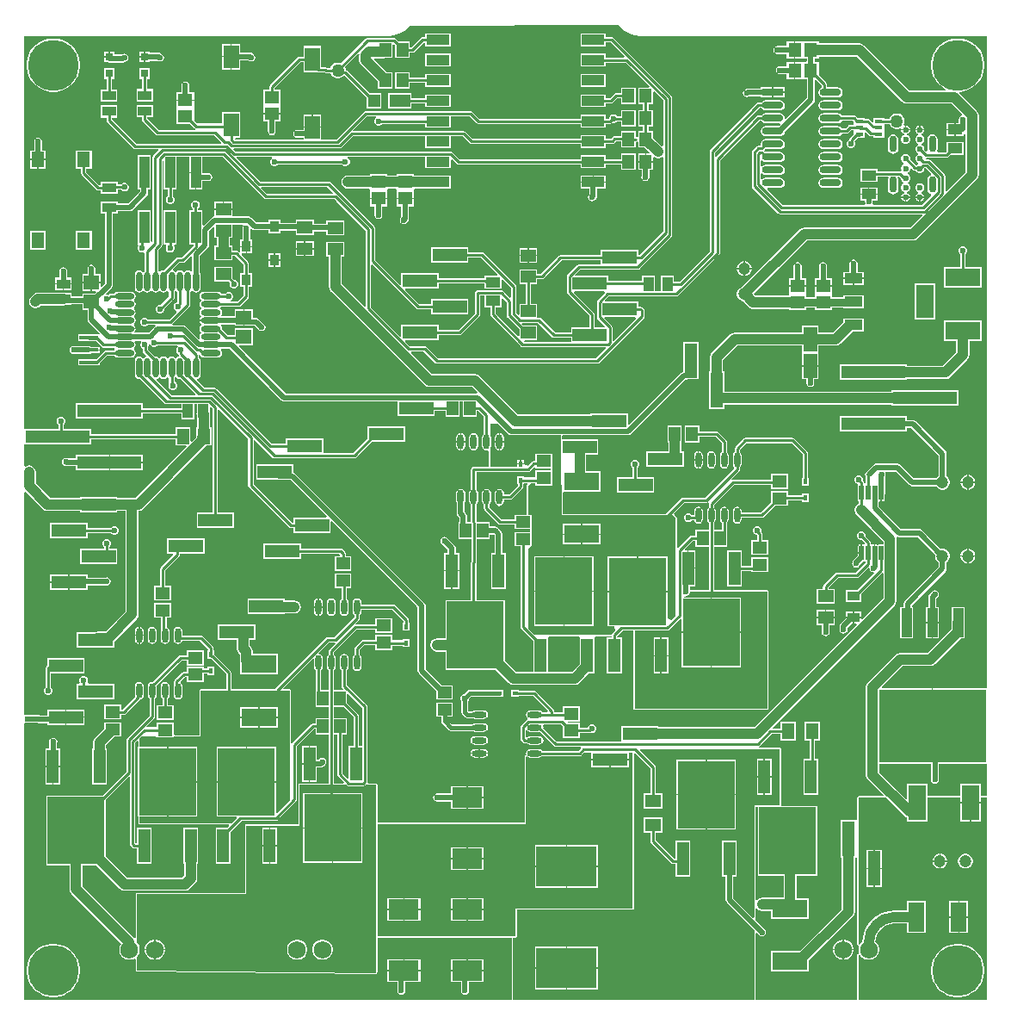
<source format=gtl>
G04*
G04 #@! TF.GenerationSoftware,Altium Limited,Altium Designer,21.4.1 (30)*
G04*
G04 Layer_Physical_Order=1*
G04 Layer_Color=255*
%FSLAX25Y25*%
%MOIN*%
G70*
G04*
G04 #@! TF.SameCoordinates,7B2BD0F0-F325-43E0-8A4B-F521747280A9*
G04*
G04*
G04 #@! TF.FilePolarity,Positive*
G04*
G01*
G75*
%ADD15C,0.01000*%
%ADD22R,0.06299X0.11417*%
%ADD23O,0.02362X0.05709*%
%ADD24R,0.13504X0.05000*%
%ADD25R,0.25000X0.05000*%
%ADD26R,0.05938X0.04750*%
%ADD27R,0.03740X0.04331*%
%ADD28R,0.04724X0.12992*%
%ADD29R,0.22047X0.25984*%
%ADD30R,0.05512X0.04528*%
%ADD31O,0.05709X0.02362*%
%ADD32O,0.07677X0.02362*%
%ADD33R,0.05000X0.13504*%
%ADD34R,0.05709X0.05118*%
%ADD35R,0.03150X0.03150*%
%ADD36R,0.04921X0.04803*%
%ADD37R,0.08071X0.04803*%
%ADD38R,0.08858X0.03937*%
%ADD39R,0.04528X0.05512*%
%ADD40R,0.13780X0.07008*%
%ADD41R,0.01575X0.02165*%
%ADD42R,0.05315X0.09252*%
%ADD43R,0.13500X0.05000*%
%ADD44R,0.05709X0.04921*%
%ADD45R,0.06324X0.04939*%
%ADD46R,0.04134X0.05709*%
%ADD47R,0.05709X0.04134*%
%ADD48R,0.05118X0.05709*%
%ADD49O,0.08268X0.02992*%
%ADD50R,0.08268X0.02992*%
%ADD51R,0.04134X0.11221*%
%ADD52R,0.41339X0.28347*%
%ADD53R,0.05906X0.05512*%
%ADD54O,0.02362X0.07677*%
%ADD55R,0.05315X0.03740*%
%ADD56R,0.05118X0.06102*%
%ADD57R,0.07087X0.03937*%
%ADD58R,0.05906X0.09055*%
%ADD59R,0.04724X0.05315*%
%ADD60R,0.03937X0.12205*%
%ADD61R,0.07480X0.01575*%
%ADD62R,0.07008X0.13780*%
G04:AMPARAMS|DCode=63|XSize=17.72mil|YSize=55.12mil|CornerRadius=1.95mil|HoleSize=0mil|Usage=FLASHONLY|Rotation=180.000|XOffset=0mil|YOffset=0mil|HoleType=Round|Shape=RoundedRectangle|*
%AMROUNDEDRECTD63*
21,1,0.01772,0.05122,0,0,180.0*
21,1,0.01382,0.05512,0,0,180.0*
1,1,0.00390,-0.00691,0.02561*
1,1,0.00390,0.00691,0.02561*
1,1,0.00390,0.00691,-0.02561*
1,1,0.00390,-0.00691,-0.02561*
%
%ADD63ROUNDEDRECTD63*%
%ADD64R,0.04939X0.06324*%
%ADD65R,0.04724X0.03543*%
%ADD66R,0.23228X0.15748*%
%ADD67R,0.02165X0.01575*%
%ADD68R,0.11811X0.07874*%
%ADD69R,0.03150X0.01575*%
%ADD70R,0.05315X0.03740*%
%ADD71R,0.05709X0.03740*%
%ADD72R,0.03937X0.05315*%
%ADD73R,0.04921X0.06102*%
%ADD74R,0.07087X0.12992*%
%ADD122C,0.04000*%
%ADD123C,0.02000*%
%ADD124C,0.01500*%
%ADD125C,0.03000*%
%ADD126C,0.04724*%
%ADD127C,0.06890*%
%ADD128C,0.02362*%
%ADD129O,0.02756X0.06299*%
%ADD130C,0.19685*%
%ADD131C,0.05000*%
%ADD132C,0.02756*%
G36*
X257886Y358523D02*
Y340914D01*
X257386Y340707D01*
X254043Y344050D01*
Y346465D01*
X252201D01*
Y348417D01*
X254043D01*
Y354732D01*
X252201D01*
Y357079D01*
X254043D01*
Y361713D01*
X254505Y361904D01*
X257886Y358523D01*
D02*
G37*
G36*
X183038Y341799D02*
X183369Y341578D01*
X183759Y341500D01*
X225878D01*
Y340051D01*
X235736D01*
Y341500D01*
X238189D01*
X238579Y341578D01*
X238910Y341799D01*
X239596Y342484D01*
X241626D01*
Y340150D01*
X247350D01*
Y342309D01*
X247634Y342365D01*
X247819Y342489D01*
X248284Y342299D01*
X248319Y342267D01*
Y340150D01*
X250734D01*
X252618Y338265D01*
X252427Y337803D01*
X251431D01*
Y334896D01*
X254043D01*
Y336219D01*
X254543Y336486D01*
X254930Y336228D01*
X255906Y336034D01*
X256881Y336228D01*
X257386Y336565D01*
X257886Y336298D01*
Y307572D01*
X248814Y298500D01*
X248236D01*
Y300480D01*
X233736D01*
Y298500D01*
X218178D01*
X217788Y298422D01*
X217457Y298201D01*
X210430Y291174D01*
X209178D01*
Y293029D01*
X202240D01*
Y287279D01*
X204689D01*
Y279650D01*
X202240D01*
Y275581D01*
X201778Y275390D01*
X200971Y276197D01*
Y286404D01*
X200893Y286794D01*
X200672Y287125D01*
X188533Y299264D01*
X188202Y299485D01*
X187812Y299563D01*
X182447D01*
Y301543D01*
X167947D01*
Y295543D01*
X182447D01*
Y297524D01*
X187390D01*
X193794Y291119D01*
X193603Y290657D01*
X188575D01*
Y289563D01*
X170947D01*
Y291543D01*
X156447D01*
Y287224D01*
X155985Y287033D01*
X146279Y296739D01*
Y309043D01*
X146202Y309433D01*
X145981Y309764D01*
X128963Y326782D01*
X128632Y327003D01*
X128242Y327080D01*
X101680D01*
X92627Y336133D01*
X92819Y336595D01*
X106289D01*
X106389Y336095D01*
X106331Y336071D01*
X105858Y335598D01*
X105602Y334980D01*
Y334311D01*
X105858Y333693D01*
X106331Y333221D01*
X106949Y332965D01*
X107618D01*
X108236Y333221D01*
X108641Y333626D01*
X133485D01*
X133890Y333221D01*
X134508Y332965D01*
X135177D01*
X135795Y333221D01*
X136268Y333693D01*
X136524Y334311D01*
Y334980D01*
X136268Y335598D01*
X135795Y336071D01*
X135737Y336095D01*
X135837Y336595D01*
X165839D01*
Y332177D01*
X175697D01*
Y335433D01*
X176159Y335625D01*
X177859Y333925D01*
X178189Y333704D01*
X178580Y333626D01*
X225878D01*
Y332177D01*
X235736D01*
Y333626D01*
X241626D01*
Y331488D01*
X247350D01*
Y337803D01*
X241626D01*
Y335665D01*
X235736D01*
Y337114D01*
X225878D01*
Y335665D01*
X179002D01*
X176332Y338335D01*
X176001Y338556D01*
X175611Y338634D01*
X92248D01*
X91461Y339421D01*
X91652Y339883D01*
X132772D01*
X133162Y339960D01*
X133493Y340181D01*
X137780Y344469D01*
X165839D01*
Y340051D01*
X175697D01*
Y344469D01*
X180368D01*
X183038Y341799D01*
D02*
G37*
G36*
X103200Y320554D02*
X103531Y320334D01*
X103921Y320256D01*
X130484D01*
X142681Y308059D01*
Y278910D01*
X142219Y278719D01*
X133455Y287484D01*
Y297906D01*
X134374D01*
Y303656D01*
X130777D01*
X130531Y303705D01*
X129937D01*
X129690Y303656D01*
X127437D01*
Y301402D01*
X127388Y301156D01*
X127437Y300909D01*
Y297906D01*
X128357D01*
Y286428D01*
X128551Y285452D01*
X129103Y284625D01*
X165531Y248198D01*
X166358Y247645D01*
X167333Y247451D01*
X183984D01*
X185990Y245444D01*
X185769Y244958D01*
X111776D01*
X93523Y263211D01*
X93714Y263673D01*
X98925D01*
Y270185D01*
X92020D01*
Y267752D01*
X89103D01*
X87003Y269852D01*
X87049Y270079D01*
X86918Y270735D01*
X86562Y271268D01*
X86588Y271397D01*
X86732Y271768D01*
X92020D01*
Y271153D01*
X95222D01*
Y274409D01*
Y277665D01*
X92020D01*
Y274827D01*
X86871D01*
X86654Y275327D01*
X86918Y275722D01*
X87049Y276378D01*
X86918Y277034D01*
X86547Y277590D01*
X86444Y277658D01*
X86413Y278167D01*
X86751Y278508D01*
X93504D01*
X93894Y278586D01*
X94225Y278807D01*
X97178Y281759D01*
X97399Y282090D01*
X97476Y282480D01*
Y286114D01*
X98827D01*
Y291445D01*
X97476D01*
Y295276D01*
X97399Y295666D01*
X97178Y295997D01*
X94568Y298606D01*
X94775Y299106D01*
X96207D01*
Y301522D01*
X94087D01*
Y299795D01*
X93587Y299588D01*
X93241Y299934D01*
X92910Y300155D01*
X92520Y300232D01*
X91067D01*
Y302288D01*
X90147D01*
Y305196D01*
X91067D01*
Y310417D01*
X94963D01*
X95228Y309916D01*
X95044Y309640D01*
X94927Y309055D01*
Y304437D01*
X94087D01*
Y302022D01*
X96457D01*
Y301772D01*
D01*
Y302022D01*
X98827D01*
Y304437D01*
X97986D01*
Y308447D01*
X98486Y308654D01*
X98576Y308564D01*
X99072Y308233D01*
X99658Y308116D01*
X104913D01*
Y306980D01*
X109653D01*
Y307921D01*
X115626D01*
Y306380D01*
X122563D01*
Y307626D01*
X127437D01*
Y306180D01*
X134374D01*
Y311930D01*
X127437D01*
Y310685D01*
X122563D01*
Y312130D01*
X115626D01*
Y310980D01*
X109653D01*
Y312311D01*
X104913D01*
Y311175D01*
X100291D01*
X98439Y313027D01*
X97943Y313359D01*
X97358Y313475D01*
X91067D01*
Y316095D01*
X87598D01*
X84130D01*
Y313475D01*
X84008D01*
X83423Y313359D01*
X82927Y313027D01*
X79898Y309998D01*
X79398Y310205D01*
Y315854D01*
X77791D01*
Y316556D01*
X78197Y316961D01*
X78453Y317579D01*
Y318248D01*
X78197Y318866D01*
X77724Y319338D01*
X77106Y319595D01*
X76437D01*
X75819Y319338D01*
X75346Y318866D01*
X75090Y318248D01*
Y317579D01*
X75346Y316961D01*
X75752Y316556D01*
Y315854D01*
X74461D01*
Y302650D01*
X75910D01*
Y302072D01*
X71426Y297588D01*
X69896D01*
X69506Y297511D01*
X69175Y297290D01*
X64597Y292712D01*
X64370Y292757D01*
X63714Y292627D01*
X63158Y292255D01*
X63090Y292153D01*
X62581Y292122D01*
X62240Y292460D01*
Y300671D01*
X63604Y302035D01*
X63825Y302366D01*
X63903Y302756D01*
Y335123D01*
X63961Y335161D01*
X64461Y334894D01*
Y323909D01*
X65909D01*
Y321240D01*
X65504Y320834D01*
X65248Y320216D01*
Y319548D01*
X65504Y318930D01*
X65977Y318457D01*
X66595Y318201D01*
X67264D01*
X67881Y318457D01*
X68354Y318930D01*
X68610Y319548D01*
Y320216D01*
X68354Y320834D01*
X67949Y321240D01*
Y323909D01*
X69398D01*
Y336595D01*
X74461D01*
Y330762D01*
X76929D01*
Y330512D01*
X77179D01*
Y323909D01*
X79398D01*
Y327211D01*
X81693D01*
X82278Y327327D01*
X82774Y327659D01*
X83106Y328155D01*
X83222Y328740D01*
X83106Y329325D01*
X82774Y329822D01*
X82278Y330153D01*
X81693Y330270D01*
X79398D01*
Y336595D01*
X87160D01*
X103200Y320554D01*
D02*
G37*
G36*
X240623Y387603D02*
X241680Y386365D01*
X242918Y385308D01*
X244306Y384457D01*
X245810Y383834D01*
X247393Y383454D01*
X249016Y383326D01*
X383326D01*
X383326Y130815D01*
X362455D01*
Y116142D01*
X361955D01*
Y130815D01*
X342758D01*
X342567Y131277D01*
X350761Y139471D01*
X361469D01*
X362444Y139665D01*
X363271Y140217D01*
X373243Y150189D01*
X374772D01*
Y162409D01*
X369638D01*
Y156479D01*
X369589Y156232D01*
Y153745D01*
X360413Y144569D01*
X349705D01*
X348729Y144375D01*
X347902Y143822D01*
X337233Y133153D01*
X336681Y132326D01*
X336487Y131351D01*
Y97347D01*
X336681Y96371D01*
X337233Y95544D01*
X343191Y89586D01*
X343000Y89124D01*
X333661D01*
X333279Y88965D01*
X333120Y88583D01*
Y79991D01*
X332646Y79929D01*
X332620Y79929D01*
X326646D01*
Y65425D01*
X327097D01*
Y45367D01*
X310872Y29142D01*
X299697D01*
Y21134D01*
X314476D01*
Y25537D01*
X331448Y42509D01*
X332001Y43336D01*
X332195Y44311D01*
Y65245D01*
X332570Y65395D01*
X332639Y65408D01*
X333120Y65196D01*
Y31795D01*
X333174Y31665D01*
X333193Y31525D01*
X333251Y31480D01*
X333279Y31412D01*
X333409Y31358D01*
X333521Y31272D01*
X333560Y31262D01*
X333810Y30829D01*
X333653Y30244D01*
Y29205D01*
X333810Y28620D01*
X333560Y28187D01*
X333521Y28177D01*
X333409Y28091D01*
X333279Y28036D01*
X333251Y27969D01*
X333193Y27924D01*
X333174Y27784D01*
X333120Y27654D01*
Y17442D01*
X332965Y17067D01*
Y16398D01*
X333120Y16022D01*
Y10374D01*
X332658Y10374D01*
X293848Y10374D01*
Y36013D01*
X294310Y36204D01*
X295178Y35336D01*
X295675Y35004D01*
X296260Y34888D01*
X296845Y35004D01*
X297341Y35336D01*
X297673Y35832D01*
X297789Y36417D01*
X297673Y37003D01*
X297341Y37499D01*
X293540Y41300D01*
X293690Y41804D01*
X293731Y41903D01*
X293807Y41979D01*
Y42087D01*
X293848Y42186D01*
Y45453D01*
X294348Y45605D01*
X294457Y45442D01*
X294469Y45430D01*
X295296Y44877D01*
X296272Y44683D01*
X299697D01*
Y41724D01*
X314476D01*
Y49732D01*
X309636D01*
Y58358D01*
X317626D01*
Y85343D01*
X303883D01*
X303691Y85630D01*
Y107283D01*
X303532Y107666D01*
X303150Y107825D01*
X295152D01*
X294994Y108287D01*
X295001Y108325D01*
X295310Y108531D01*
X299933Y113154D01*
X303425D01*
Y110511D01*
X309364D01*
Y117835D01*
X303425D01*
Y115193D01*
X300546D01*
X300354Y115655D01*
X347609Y162910D01*
X348162Y163737D01*
X348356Y164713D01*
Y188642D01*
X348218Y189336D01*
X348668Y189636D01*
X348824Y189532D01*
X349410Y189416D01*
X356650D01*
X363348Y182718D01*
X363280Y182463D01*
Y181710D01*
X363475Y180982D01*
X363851Y180329D01*
X364384Y179796D01*
X364612Y179665D01*
Y177799D01*
X351619Y164805D01*
X351287Y164309D01*
X351171Y163724D01*
Y162409D01*
X349638D01*
Y150189D01*
X354772D01*
Y162409D01*
X354229D01*
Y163090D01*
X367223Y176084D01*
X367555Y176580D01*
X367671Y177165D01*
Y179665D01*
X367899Y179796D01*
X368432Y180329D01*
X368809Y180982D01*
X369004Y181710D01*
Y182463D01*
X368809Y183191D01*
X368432Y183844D01*
X367899Y184377D01*
X367247Y184754D01*
X366519Y184949D01*
X365765D01*
X365511Y184881D01*
X358365Y192026D01*
X357869Y192358D01*
X357283Y192474D01*
X350043D01*
X341392Y201126D01*
Y202784D01*
X341730Y203227D01*
X342171D01*
Y206496D01*
X342671D01*
Y203227D01*
X343112D01*
X343383Y203280D01*
X343613Y203434D01*
X343767Y203664D01*
X343821Y203935D01*
Y205866D01*
X343883Y205960D01*
X344000Y206545D01*
Y213335D01*
X344049Y213583D01*
X343933Y214168D01*
X343888Y214234D01*
X344156Y214734D01*
X348196D01*
X353382Y209548D01*
X353878Y209217D01*
X354464Y209101D01*
X363720D01*
X363851Y208873D01*
X364384Y208340D01*
X365037Y207963D01*
X365765Y207768D01*
X366519D01*
X367247Y207963D01*
X367899Y208340D01*
X368432Y208873D01*
X368809Y209525D01*
X369004Y210253D01*
Y211007D01*
X368809Y211735D01*
X368432Y212387D01*
X367899Y212920D01*
X367671Y213052D01*
Y221721D01*
X367555Y222306D01*
X367223Y222802D01*
X355833Y234192D01*
X355337Y234523D01*
X354752Y234640D01*
X352252D01*
Y236110D01*
X326252D01*
Y230110D01*
X352252D01*
Y231581D01*
X354118D01*
X364612Y221087D01*
Y213052D01*
X364384Y212920D01*
X363851Y212387D01*
X363720Y212159D01*
X355097D01*
X349911Y217345D01*
X349415Y217677D01*
X348830Y217793D01*
X340280D01*
X339694Y217677D01*
X339198Y217345D01*
X336517Y214664D01*
X336186Y214168D01*
X336069Y213583D01*
X336186Y212997D01*
X336284Y212851D01*
Y210421D01*
X336014Y210265D01*
X335764Y210399D01*
X335686Y210789D01*
X335465Y211120D01*
X335332Y211253D01*
X335343Y211280D01*
Y211949D01*
X335087Y212566D01*
X334614Y213039D01*
X333996Y213295D01*
X333327D01*
X332709Y213039D01*
X332236Y212566D01*
X331980Y211949D01*
Y211280D01*
X332236Y210662D01*
X332709Y210189D01*
X333264Y209959D01*
X333332Y209865D01*
X333378Y209753D01*
X333469Y209433D01*
X333399Y209328D01*
X333345Y209057D01*
Y203935D01*
X333399Y203664D01*
X333552Y203434D01*
X333724Y203319D01*
Y202169D01*
X333670Y202158D01*
X332843Y201606D01*
X332291Y200779D01*
X332097Y199803D01*
X332291Y198828D01*
X332843Y198001D01*
X343258Y187586D01*
Y186657D01*
X343112Y186537D01*
X341730D01*
X341459Y186483D01*
X341142Y186363D01*
X340824Y186483D01*
X340553Y186537D01*
X340112D01*
Y183268D01*
X339612D01*
Y186537D01*
X339171D01*
X338900Y186483D01*
X338785Y186440D01*
X338347Y186630D01*
X338323Y186653D01*
Y187303D01*
X338245Y187693D01*
X338024Y188024D01*
X336327Y189722D01*
Y190295D01*
X336071Y190913D01*
X335598Y191386D01*
X334980Y191642D01*
X334311D01*
X333693Y191386D01*
X333221Y190913D01*
X332965Y190295D01*
Y189626D01*
X333221Y189008D01*
X333693Y188535D01*
X334311Y188279D01*
X334885D01*
X336084Y187080D01*
X336049Y186853D01*
X335977Y186775D01*
X335535Y186517D01*
X335435Y186537D01*
X334994D01*
Y183268D01*
X334744D01*
Y183018D01*
X333345D01*
Y182389D01*
X331665Y180710D01*
X331333Y180214D01*
X331217Y179628D01*
Y179482D01*
X331148Y179134D01*
X331264Y178549D01*
X331596Y178052D01*
X332092Y177721D01*
X332677Y177604D01*
X333262Y177721D01*
X333759Y178052D01*
X333828Y178122D01*
X334159Y178618D01*
X334224Y178943D01*
X335279Y179998D01*
X335435D01*
X335706Y180052D01*
X335821Y180096D01*
X336259Y179905D01*
X336251Y179402D01*
X332513Y175663D01*
X325234D01*
X324844Y175586D01*
X324513Y175365D01*
X320145Y170997D01*
X319924Y170666D01*
X319847Y170276D01*
Y169414D01*
X317397D01*
Y163664D01*
X324335D01*
Y169414D01*
X322032D01*
X321946Y169914D01*
X325657Y173624D01*
X332935D01*
X333325Y173702D01*
X333656Y173923D01*
X337414Y177680D01*
X337875Y177434D01*
X337873Y177428D01*
Y177330D01*
X337990Y176744D01*
X338321Y176248D01*
X338817Y175917D01*
X339403Y175800D01*
X339645Y175339D01*
X333113Y168807D01*
X328831D01*
Y164264D01*
X334555D01*
Y167365D01*
X342758Y175568D01*
X343258Y175361D01*
Y165768D01*
X335017Y157527D01*
X334555Y157719D01*
Y158018D01*
X331943D01*
Y155996D01*
X332833D01*
X333024Y155534D01*
X293306Y115817D01*
X256110D01*
Y116268D01*
X241606D01*
Y110272D01*
X216703D01*
X211512Y115462D01*
X211558Y115689D01*
X211427Y116345D01*
X211384Y116410D01*
X211620Y116850D01*
X218322D01*
X219087Y116086D01*
Y111606D01*
X225795D01*
Y113547D01*
X229356D01*
X229662Y113608D01*
X229981Y113476D01*
X230649D01*
X231267Y113732D01*
X231740Y114205D01*
X231996Y114823D01*
Y115492D01*
X231740Y116110D01*
X231267Y116583D01*
X230649Y116839D01*
X229981D01*
X229363Y116583D01*
X228890Y116110D01*
X228673Y115586D01*
X225795D01*
Y117528D01*
X220910D01*
X220860Y117602D01*
X221127Y118102D01*
X225795D01*
Y124024D01*
X219087D01*
Y121709D01*
X215798D01*
Y122103D01*
X215721Y122493D01*
X215500Y122824D01*
X208666Y129658D01*
X208335Y129879D01*
X207945Y129957D01*
X202174D01*
Y130224D01*
X199009D01*
Y127650D01*
X202174D01*
Y127917D01*
X207523D01*
X213269Y122170D01*
X213078Y121709D01*
X211184D01*
X211056Y121901D01*
X210500Y122273D01*
X209844Y122403D01*
X206497D01*
X205841Y122273D01*
X205285Y121901D01*
X204914Y121345D01*
X204783Y120689D01*
X204914Y120033D01*
X205285Y119477D01*
X205445Y119370D01*
X205340Y118839D01*
X205204Y118812D01*
X204873Y118591D01*
X202965Y116683D01*
X202744Y116352D01*
X202666Y115962D01*
Y111275D01*
X202744Y110885D01*
X202965Y110554D01*
X203551Y109968D01*
X203882Y109747D01*
X204272Y109669D01*
X205157D01*
X205285Y109477D01*
X205841Y109105D01*
X206497Y108975D01*
X209844D01*
X210500Y109105D01*
X211056Y109477D01*
X211427Y110033D01*
X211558Y110689D01*
X211427Y111345D01*
X211056Y111901D01*
X210500Y112273D01*
X209844Y112403D01*
X206497D01*
X205841Y112273D01*
X205285Y111901D01*
X205205Y111782D01*
X204706Y111808D01*
Y114445D01*
X205205Y114596D01*
X205285Y114477D01*
X205841Y114105D01*
X206497Y113975D01*
X209844D01*
X210071Y114020D01*
X215560Y108531D01*
X215890Y108310D01*
X216281Y108232D01*
X225914D01*
X226121Y107732D01*
X225097Y106709D01*
X211184D01*
X211056Y106901D01*
X210500Y107273D01*
X209844Y107403D01*
X206497D01*
X205841Y107273D01*
X205285Y106901D01*
X204914Y106345D01*
X204783Y105689D01*
X204912Y105039D01*
X204567Y104934D01*
X204465Y104850D01*
X204342Y104799D01*
X204310Y104723D01*
X204247Y104671D01*
X204234Y104539D01*
X204183Y104416D01*
Y78789D01*
X147195D01*
Y93504D01*
X147036Y93887D01*
X146653Y94045D01*
X143644D01*
X143295Y94545D01*
X143319Y94665D01*
Y123780D01*
X143241Y124170D01*
X143020Y124501D01*
X135409Y132112D01*
Y137833D01*
X135602Y137961D01*
X135973Y138517D01*
X136104Y139173D01*
Y142520D01*
X135973Y143176D01*
X135602Y143732D01*
X135046Y144103D01*
X134390Y144234D01*
X133734Y144103D01*
X133178Y143732D01*
X132806Y143176D01*
X132676Y142520D01*
Y139173D01*
X132806Y138517D01*
X133178Y137961D01*
X133370Y137833D01*
Y131690D01*
X133448Y131300D01*
X133669Y130969D01*
X133951Y130686D01*
X133760Y130224D01*
X130409D01*
Y137833D01*
X130602Y137961D01*
X130973Y138517D01*
X131104Y139173D01*
Y142520D01*
X130973Y143176D01*
X130602Y143732D01*
X130409Y143860D01*
Y144779D01*
X139139Y153508D01*
X146252D01*
Y152157D01*
X152961D01*
Y158079D01*
X146252D01*
Y155547D01*
X138995D01*
X138788Y156047D01*
X140111Y157370D01*
X140332Y157700D01*
X140409Y158090D01*
Y159289D01*
X140602Y159418D01*
X140973Y159974D01*
X141104Y160630D01*
Y161284D01*
X153046D01*
X157445Y156885D01*
Y156307D01*
X157177D01*
Y153142D01*
X159752D01*
Y156307D01*
X159484D01*
Y157307D01*
X159406Y157697D01*
X159186Y158028D01*
X154190Y163024D01*
X153859Y163245D01*
X153469Y163323D01*
X141104D01*
Y163976D01*
X140973Y164632D01*
X140602Y165188D01*
X140046Y165560D01*
X139390Y165690D01*
X138734Y165560D01*
X138178Y165188D01*
X137806Y164632D01*
X137676Y163976D01*
Y160630D01*
X137806Y159974D01*
X138178Y159418D01*
X138370Y159289D01*
Y158513D01*
X130561Y150704D01*
X127874D01*
X127484Y150627D01*
X127154Y150406D01*
X107547Y130799D01*
X107326Y130468D01*
X107325Y130463D01*
X90587D01*
Y137008D01*
X90509Y137398D01*
X90288Y137729D01*
X83981Y144036D01*
X83965Y144047D01*
Y145480D01*
X83697D01*
Y146480D01*
X83619Y146871D01*
X83398Y147201D01*
X79575Y151024D01*
X79245Y151245D01*
X78854Y151323D01*
X71675D01*
Y153051D01*
X71544Y153707D01*
X71173Y154263D01*
X70617Y154635D01*
X69961Y154765D01*
X69305Y154635D01*
X68749Y154263D01*
X68377Y153707D01*
X68247Y153051D01*
Y149705D01*
X68377Y149049D01*
X68749Y148493D01*
X69305Y148121D01*
X69961Y147991D01*
X70617Y148121D01*
X71173Y148493D01*
X71544Y149049D01*
X71591Y149284D01*
X78432D01*
X81658Y146058D01*
Y145480D01*
X81390D01*
Y142315D01*
X82818D01*
X88547Y136585D01*
Y130463D01*
X78740D01*
X78357Y130304D01*
X78199Y129921D01*
Y112767D01*
X68570Y112758D01*
X68217Y113112D01*
Y117528D01*
X61705D01*
Y115783D01*
X57942D01*
X57751Y116245D01*
X60682Y119176D01*
X60903Y119507D01*
X60980Y119897D01*
Y126908D01*
X61173Y127036D01*
X61544Y127592D01*
X61675Y128248D01*
Y131595D01*
X61629Y131822D01*
X71505Y141697D01*
X73417D01*
Y139756D01*
X80126D01*
Y145677D01*
X73417D01*
Y143736D01*
X71083D01*
X70692Y143658D01*
X70362Y143438D01*
X60188Y133263D01*
X59961Y133308D01*
X59305Y133178D01*
X58749Y132807D01*
X58377Y132250D01*
X58247Y131595D01*
Y128248D01*
X58377Y127592D01*
X58749Y127036D01*
X58941Y126908D01*
Y120319D01*
X50200Y111579D01*
X49979Y111248D01*
X49902Y110857D01*
Y98588D01*
X40593Y89280D01*
X18988D01*
Y62295D01*
X27963D01*
Y53150D01*
X28157Y52174D01*
X28709Y51347D01*
X47982Y32074D01*
X47505Y31247D01*
X47236Y30244D01*
Y29205D01*
X47505Y28202D01*
X48024Y27302D01*
X48759Y26568D01*
X49658Y26048D01*
X50662Y25780D01*
X51701D01*
X52704Y26048D01*
X53160Y26312D01*
X53593Y26062D01*
Y21697D01*
X53671Y21509D01*
X53747Y21319D01*
X53750Y21318D01*
X53751Y21315D01*
X53940Y21236D01*
X54128Y21156D01*
X146292Y20132D01*
X146293Y20133D01*
X146295Y20132D01*
X146485Y20210D01*
X146676Y20286D01*
X146677Y20288D01*
X146679Y20288D01*
X147034Y20640D01*
X147035Y20641D01*
X147036Y20642D01*
X147115Y20832D01*
X147195Y21022D01*
X147194Y21023D01*
X147195Y21025D01*
Y34400D01*
X199262D01*
Y10374D01*
X198800Y10374D01*
X10374Y10374D01*
Y117434D01*
X10875Y117701D01*
X11008Y117612D01*
X11593Y117496D01*
X15197D01*
X15273Y117445D01*
X15858Y117329D01*
X19325D01*
Y116764D01*
X26325D01*
Y119764D01*
Y122764D01*
X19325D01*
Y120388D01*
X16352D01*
X16276Y120438D01*
X15691Y120555D01*
X11872D01*
X11524Y120624D01*
X10938Y120508D01*
X10875Y120465D01*
X10374Y120732D01*
Y206770D01*
X10875Y206977D01*
X17646Y200205D01*
X18473Y199653D01*
X19449Y199459D01*
X31965D01*
Y199008D01*
X46465D01*
Y199459D01*
X49616D01*
Y160505D01*
X41925Y152813D01*
X38575D01*
X38329Y152764D01*
X30825D01*
Y146764D01*
X45325D01*
Y149004D01*
X53968Y157646D01*
X54520Y158473D01*
X54714Y159449D01*
Y199490D01*
X55535Y199653D01*
X56362Y200205D01*
X80951Y224795D01*
X82882D01*
Y231898D01*
X82470D01*
Y237008D01*
X82276Y237983D01*
X82193Y238108D01*
Y239665D01*
X82655Y239857D01*
X83469Y239043D01*
Y198945D01*
X77236D01*
Y192945D01*
X91740D01*
Y198945D01*
X85508D01*
Y238472D01*
X85970Y238663D01*
X97163Y227469D01*
Y209431D01*
X97241Y209041D01*
X97462Y208710D01*
X112917Y193255D01*
X113248Y193034D01*
X113638Y192957D01*
X114638D01*
Y190976D01*
X129142D01*
Y195282D01*
X129604Y195473D01*
X162841Y162236D01*
Y137697D01*
X162957Y137112D01*
X163289Y136615D01*
X169973Y129932D01*
Y126567D01*
X176484D01*
Y132095D01*
X172135D01*
X165900Y138330D01*
Y162869D01*
X165783Y163455D01*
X165452Y163951D01*
X130344Y199058D01*
X115333Y214070D01*
X114837Y214401D01*
X114693Y214430D01*
Y217488D01*
X100189D01*
Y211488D01*
X108793D01*
X108941Y211459D01*
X113618D01*
X127638Y197438D01*
X127447Y196976D01*
X114638D01*
Y194996D01*
X114060D01*
X99203Y209853D01*
Y226898D01*
X99665Y227090D01*
X106487Y220267D01*
X106818Y220046D01*
X107208Y219969D01*
X138232D01*
X138622Y220046D01*
X138953Y220267D01*
X144938Y226252D01*
X158000D01*
Y232252D01*
X143496D01*
Y227694D01*
X137810Y222008D01*
X126189D01*
Y227488D01*
X111685D01*
Y225508D01*
X106252D01*
X84692Y247067D01*
X84361Y247288D01*
X83971Y247366D01*
X80159D01*
X77349Y250176D01*
X77494Y250654D01*
X77624Y250680D01*
X78180Y251052D01*
X78552Y251608D01*
X78683Y252264D01*
Y257579D01*
X78552Y258235D01*
X78180Y258791D01*
X77988Y258919D01*
Y259813D01*
X78148Y259871D01*
X78488Y259896D01*
X78808Y259418D01*
X79364Y259046D01*
X80020Y258916D01*
X85335D01*
X85991Y259046D01*
X86547Y259418D01*
X86918Y259974D01*
X87049Y260630D01*
X86918Y261286D01*
X86608Y261750D01*
X86714Y262084D01*
X86830Y262250D01*
X90159D01*
X110061Y242348D01*
X110557Y242016D01*
X111142Y241900D01*
X154992D01*
Y236252D01*
X169496D01*
Y238232D01*
X173614D01*
Y235917D01*
X179142D01*
Y241900D01*
X180307D01*
Y235917D01*
X185835D01*
Y238154D01*
X186412D01*
X188488Y236078D01*
Y229293D01*
X188296Y229165D01*
X187924Y228609D01*
X187794Y227953D01*
Y224606D01*
X187924Y223950D01*
X188296Y223394D01*
X188852Y223023D01*
X189508Y222892D01*
X189904Y222971D01*
X190404Y222627D01*
Y216571D01*
X184508D01*
X184118Y216493D01*
X183787Y216272D01*
X183566Y215941D01*
X183488Y215551D01*
Y207837D01*
X183296Y207708D01*
X182924Y207152D01*
X182794Y206496D01*
Y203150D01*
X182924Y202494D01*
X183296Y201938D01*
X183488Y201809D01*
Y195185D01*
X181950D01*
Y197685D01*
X181833Y198270D01*
X181502Y198767D01*
X181037Y199231D01*
Y202413D01*
X181091Y202494D01*
X181222Y203150D01*
Y206496D01*
X181091Y207152D01*
X180720Y207708D01*
X180164Y208080D01*
X179508Y208210D01*
X178852Y208080D01*
X178296Y207708D01*
X177924Y207152D01*
X177794Y206496D01*
Y203150D01*
X177924Y202494D01*
X177979Y202413D01*
Y198598D01*
X178095Y198012D01*
X178426Y197516D01*
X178891Y197052D01*
Y195185D01*
X178535D01*
Y188673D01*
X183543D01*
Y179833D01*
X183488Y179555D01*
Y165067D01*
X173516D01*
Y150187D01*
X170276D01*
X169300Y149993D01*
X168473Y149440D01*
X167921Y148613D01*
X167727Y147638D01*
X167921Y146662D01*
X168473Y145835D01*
X169300Y145283D01*
X170276Y145089D01*
X173516D01*
Y138083D01*
X192958D01*
X198138Y132902D01*
X198966Y132350D01*
X199941Y132156D01*
X223642D01*
X224617Y132350D01*
X225444Y132902D01*
X229246Y136705D01*
X231366D01*
Y150697D01*
X231727Y151034D01*
X237996D01*
Y150500D01*
X236154D01*
Y136508D01*
X241878D01*
Y150500D01*
X240035D01*
Y151078D01*
X242253Y153295D01*
X246506D01*
Y123031D01*
X246665Y122649D01*
X247047Y122490D01*
X298228D01*
X298611Y122649D01*
X298769Y123031D01*
Y168307D01*
X298611Y168690D01*
X298228Y168848D01*
X277594D01*
Y185721D01*
X282685D01*
Y192232D01*
X282594D01*
Y194821D01*
X282787Y194949D01*
X283158Y195505D01*
X283289Y196161D01*
Y199508D01*
X283158Y200164D01*
X282787Y200720D01*
X282231Y201091D01*
X281575Y201222D01*
X280919Y201091D01*
X280363Y200720D01*
X279991Y200164D01*
X279861Y199508D01*
Y196161D01*
X279991Y195505D01*
X280363Y194949D01*
X280555Y194821D01*
Y192232D01*
X277594D01*
Y194821D01*
X277787Y194949D01*
X278158Y195505D01*
X278289Y196161D01*
Y199508D01*
X278158Y200164D01*
X277787Y200720D01*
X277594Y200849D01*
Y201767D01*
X285438Y209610D01*
X299795D01*
Y207965D01*
X306504D01*
Y213886D01*
X299795D01*
Y211649D01*
X285016D01*
X284626Y211572D01*
X284510Y211494D01*
X284191Y211883D01*
X287296Y214988D01*
X287517Y215318D01*
X287594Y215709D01*
Y216278D01*
X287787Y216406D01*
X288158Y216962D01*
X288289Y217618D01*
Y220965D01*
X288158Y221620D01*
X287787Y222177D01*
X287594Y222305D01*
Y223223D01*
X290139Y225768D01*
X307649D01*
X311972Y221444D01*
Y212409D01*
X311705D01*
Y209244D01*
X314280D01*
Y212409D01*
X314012D01*
Y221867D01*
X313934Y222257D01*
X313713Y222588D01*
X308792Y227508D01*
X308462Y227729D01*
X308071Y227807D01*
X289717D01*
X289326Y227729D01*
X288996Y227508D01*
X285854Y224367D01*
X285633Y224036D01*
X285555Y223646D01*
Y222305D01*
X285363Y222177D01*
X284991Y221620D01*
X284861Y220965D01*
Y217618D01*
X284991Y216962D01*
X285363Y216406D01*
X285285Y215860D01*
X274184Y204760D01*
X265748D01*
X265358Y204682D01*
X265027Y204461D01*
X258936Y198370D01*
X219135Y198313D01*
X219091Y206724D01*
X219444Y207079D01*
X233768D01*
Y215087D01*
X228100D01*
Y221331D01*
X232803D01*
Y227331D01*
X219303D01*
X218840Y227357D01*
X218788Y228439D01*
X219132Y228801D01*
X244421D01*
X245006Y228918D01*
X245502Y229249D01*
X266688Y250435D01*
X267122D01*
X267270Y250465D01*
X271622D01*
Y264968D01*
X265622D01*
Y253408D01*
X265469Y253378D01*
X264973Y253046D01*
X244761Y232834D01*
X244299Y233026D01*
Y237331D01*
X229795D01*
Y236801D01*
X201843D01*
X186842Y251802D01*
X186015Y252355D01*
X185039Y252549D01*
X168389D01*
X160199Y260739D01*
X160391Y261201D01*
X165097D01*
X169554Y256744D01*
X169885Y256522D01*
X170275Y256445D01*
X232256D01*
X232646Y256522D01*
X232977Y256744D01*
X250543Y274310D01*
X250764Y274640D01*
X250842Y275031D01*
Y276894D01*
X250764Y277285D01*
X250543Y277615D01*
X249957Y278201D01*
X249626Y278422D01*
X249236Y278500D01*
X248236D01*
Y280480D01*
X235417D01*
X235226Y280942D01*
X236811Y282528D01*
X263031D01*
X263421Y282605D01*
X263752Y282826D01*
X279616Y298691D01*
X279837Y299022D01*
X279915Y299412D01*
Y335249D01*
X295182Y350516D01*
X296037D01*
X296317Y350096D01*
X296977Y349655D01*
X297756Y349500D01*
X303031D01*
X303150Y349524D01*
X303396Y349063D01*
X302904Y348571D01*
X297756D01*
X296977Y348416D01*
X296317Y347974D01*
X295876Y347314D01*
X295721Y346535D01*
X295876Y345757D01*
X296317Y345096D01*
X296977Y344655D01*
X297756Y344500D01*
X303031D01*
X303810Y344655D01*
X304471Y345096D01*
X304912Y345757D01*
X305035Y346376D01*
X316239Y357580D01*
X316570Y358076D01*
X316687Y358661D01*
Y366105D01*
X317187Y366312D01*
X319390Y364109D01*
Y363397D01*
X318758Y362975D01*
X318317Y362314D01*
X318162Y361535D01*
X318317Y360757D01*
X318758Y360096D01*
X319418Y359655D01*
X320197Y359500D01*
X325472D01*
X326251Y359655D01*
X326911Y360096D01*
X327353Y360757D01*
X327508Y361535D01*
X327353Y362314D01*
X326911Y362975D01*
X326251Y363416D01*
X325472Y363571D01*
X321429D01*
Y364531D01*
X321351Y364922D01*
X321130Y365252D01*
X318216Y368166D01*
Y373433D01*
X316687D01*
Y374598D01*
X318216D01*
Y375404D01*
X332983D01*
X350485Y357902D01*
X351312Y357350D01*
X352287Y357156D01*
X369554D01*
X373650Y353060D01*
X373486Y352517D01*
X373430Y352506D01*
X372934Y352175D01*
X372603Y351679D01*
X372486Y351093D01*
Y349713D01*
X371313D01*
Y347146D01*
Y344579D01*
X374417D01*
Y345320D01*
X374648Y345459D01*
X375148Y345175D01*
Y330709D01*
X367655Y323216D01*
X367193Y323407D01*
Y329203D01*
X367115Y329593D01*
X366894Y329924D01*
X361390Y335428D01*
X361060Y335649D01*
X360669Y335726D01*
X359719D01*
X359700Y335776D01*
X360043Y336276D01*
X367709D01*
X368099Y336353D01*
X368430Y336574D01*
X369151Y337295D01*
X374417D01*
Y342429D01*
X367709D01*
Y338737D01*
X367286Y338315D01*
X364205D01*
X363938Y338815D01*
X364059Y338996D01*
X364212Y339764D01*
Y343307D01*
X364059Y344075D01*
X363624Y344726D01*
X362973Y345161D01*
X362205Y345314D01*
X361437Y345161D01*
X360786Y344726D01*
X360350Y344075D01*
X360198Y343307D01*
Y339764D01*
X360315Y339172D01*
X360083Y338709D01*
X360000Y338620D01*
X359783Y338588D01*
X359134Y339237D01*
Y339919D01*
X358864Y340570D01*
X358366Y341069D01*
X358130Y341166D01*
Y341708D01*
X358366Y341805D01*
X358864Y342303D01*
X359134Y342955D01*
Y343659D01*
X358864Y344311D01*
X358366Y344809D01*
X358012Y344956D01*
Y345497D01*
X358314Y345622D01*
X358787Y346095D01*
X359043Y346713D01*
Y346797D01*
X357362D01*
X355681D01*
Y346713D01*
X355937Y346095D01*
X356410Y345622D01*
X356713Y345497D01*
Y344956D01*
X356359Y344809D01*
X355860Y344311D01*
X355591Y343659D01*
Y342955D01*
X355860Y342303D01*
X356359Y341805D01*
X356594Y341708D01*
Y341166D01*
X356359Y341069D01*
X355860Y340570D01*
X355591Y339919D01*
Y339214D01*
X355860Y338563D01*
X356359Y338065D01*
X356594Y337967D01*
Y337426D01*
X356359Y337329D01*
X355860Y336830D01*
X355591Y336179D01*
Y335474D01*
X355860Y334823D01*
X356359Y334325D01*
X356594Y334227D01*
Y333686D01*
X356359Y333589D01*
X356137Y333367D01*
X355752D01*
X353622Y335497D01*
Y336179D01*
X353352Y336830D01*
X352854Y337329D01*
X352203Y337598D01*
X351498D01*
X350847Y337329D01*
X350348Y336830D01*
X350079Y336179D01*
Y335474D01*
X350348Y334823D01*
X350847Y334325D01*
X351082Y334227D01*
Y333686D01*
X350847Y333589D01*
X350348Y333090D01*
X350079Y332439D01*
Y331734D01*
X350184Y331481D01*
X349824Y331043D01*
X349801Y331047D01*
X340953D01*
Y331996D01*
X334244D01*
Y326862D01*
X340953D01*
Y329008D01*
X345007D01*
X345274Y328508D01*
X345154Y328327D01*
X345001Y327559D01*
Y324016D01*
X345154Y323248D01*
X345589Y322597D01*
X346240Y322162D01*
X347008Y322009D01*
X347776Y322162D01*
X348427Y322597D01*
X348862Y323248D01*
X349015Y324016D01*
Y327559D01*
X348862Y328327D01*
X348793Y328431D01*
X349018Y328879D01*
X349464Y328922D01*
X350079Y328308D01*
Y327994D01*
X350348Y327343D01*
X350847Y326845D01*
X351082Y326747D01*
Y326206D01*
X350847Y326108D01*
X350348Y325610D01*
X350079Y324959D01*
Y324254D01*
X350348Y323603D01*
X350847Y323104D01*
X351201Y322958D01*
Y322417D01*
X350898Y322291D01*
X350425Y321818D01*
X350169Y321200D01*
Y321116D01*
X351850D01*
X353532D01*
Y321200D01*
X353276Y321818D01*
X352803Y322291D01*
X352500Y322417D01*
Y322958D01*
X352854Y323104D01*
X353352Y323603D01*
X353622Y324254D01*
Y324959D01*
X353352Y325610D01*
X352854Y326108D01*
X352618Y326206D01*
Y326747D01*
X352854Y326845D01*
X353352Y327343D01*
X353622Y327994D01*
Y328699D01*
X353352Y329350D01*
X352854Y329848D01*
X352618Y329946D01*
Y330487D01*
X352854Y330585D01*
X353352Y331083D01*
X353622Y331734D01*
Y331906D01*
X354122Y332113D01*
X354609Y331626D01*
X354940Y331405D01*
X355330Y331328D01*
X355759D01*
X355860Y331083D01*
X356359Y330585D01*
X357010Y330315D01*
X357715D01*
X358366Y330585D01*
X358864Y331083D01*
X359134Y331734D01*
Y332168D01*
X359634Y332179D01*
X361814Y329998D01*
X361650Y329456D01*
X361437Y329413D01*
X360786Y328978D01*
X360350Y328327D01*
X360198Y327559D01*
Y324016D01*
X360350Y323248D01*
X360786Y322597D01*
X361437Y322162D01*
X361650Y322119D01*
X361814Y321576D01*
X358187Y317949D01*
X339228D01*
X338961Y318449D01*
X339011Y318525D01*
X339128Y319110D01*
Y319579D01*
X340953D01*
Y321896D01*
X337598D01*
X334244D01*
Y319579D01*
X336069D01*
Y319110D01*
X336186Y318525D01*
X336236Y318449D01*
X335969Y317949D01*
X304255D01*
X298203Y324000D01*
X298410Y324500D01*
X303031D01*
X303810Y324655D01*
X304471Y325096D01*
X304912Y325757D01*
X305067Y326535D01*
X304912Y327314D01*
X304471Y327975D01*
X303810Y328416D01*
X303031Y328571D01*
X297756D01*
X296977Y328416D01*
X296317Y327975D01*
X296225Y327837D01*
X295725Y327989D01*
Y330082D01*
X296225Y330234D01*
X296317Y330096D01*
X296977Y329655D01*
X297756Y329500D01*
X303031D01*
X303810Y329655D01*
X304471Y330096D01*
X304912Y330757D01*
X305067Y331535D01*
X304912Y332314D01*
X304471Y332975D01*
X303810Y333416D01*
X303031Y333571D01*
X297756D01*
X296977Y333416D01*
X296317Y332975D01*
X296225Y332837D01*
X295725Y332989D01*
Y335082D01*
X296225Y335234D01*
X296317Y335096D01*
X296977Y334655D01*
X297756Y334500D01*
X303031D01*
X303810Y334655D01*
X304471Y335096D01*
X304912Y335757D01*
X305067Y336535D01*
X304912Y337314D01*
X304471Y337975D01*
X303810Y338416D01*
X303031Y338571D01*
X297756D01*
X297401Y338500D01*
X297205Y338697D01*
X296919Y339035D01*
X297205Y339374D01*
X297401Y339571D01*
X297756Y339500D01*
X303031D01*
X303810Y339655D01*
X304471Y340096D01*
X304912Y340757D01*
X305067Y341535D01*
X304912Y342314D01*
X304471Y342974D01*
X303810Y343416D01*
X303031Y343571D01*
X297756D01*
X296977Y343416D01*
X296317Y342974D01*
X295876Y342314D01*
X295721Y341535D01*
X295768Y341298D01*
X295356Y340805D01*
X294670D01*
X294280Y340727D01*
X293949Y340506D01*
X292484Y339042D01*
X292263Y338711D01*
X292186Y338321D01*
Y325435D01*
X292263Y325045D01*
X292484Y324714D01*
X302490Y314708D01*
X302821Y314487D01*
X303211Y314409D01*
X358195D01*
X358387Y313948D01*
X353665Y309226D01*
X312583D01*
X311607Y309032D01*
X310780Y308479D01*
X288494Y286193D01*
X288265Y286132D01*
X287613Y285755D01*
X287080Y285222D01*
X286703Y284569D01*
X286508Y283841D01*
Y283088D01*
X286703Y282360D01*
X287080Y281707D01*
X287613Y281174D01*
X288265Y280797D01*
X288761Y280664D01*
X290913Y278513D01*
X291740Y277960D01*
X292716Y277766D01*
X306685D01*
Y277256D01*
X313394D01*
Y278276D01*
X316528D01*
Y277256D01*
X323236D01*
Y278276D01*
X327650D01*
Y278043D01*
X335736D01*
Y282980D01*
X327650D01*
Y282354D01*
X323590D01*
X323236Y282708D01*
X323236Y283374D01*
X323236Y283874D01*
Y286364D01*
X316528D01*
Y283874D01*
X316528Y283555D01*
X316528Y283055D01*
Y282354D01*
X313747D01*
X313394Y282708D01*
X313394Y283374D01*
X313394Y283874D01*
Y286364D01*
X306685D01*
Y283874D01*
X306685Y283555D01*
Y283218D01*
X306331Y282864D01*
X293772D01*
X293073Y283563D01*
X313638Y304128D01*
X354721D01*
X355696Y304322D01*
X356523Y304875D01*
X379499Y327851D01*
X380052Y328678D01*
X380246Y329653D01*
Y352618D01*
X380052Y353594D01*
X379499Y354420D01*
X372715Y361205D01*
X372822Y361572D01*
X372914Y361713D01*
X374469Y361959D01*
X376017Y362462D01*
X377468Y363201D01*
X378785Y364158D01*
X379936Y365310D01*
X380893Y366627D01*
X381632Y368077D01*
X382135Y369625D01*
X382390Y371233D01*
Y372861D01*
X382135Y374469D01*
X381632Y376017D01*
X380893Y377468D01*
X379936Y378785D01*
X378785Y379936D01*
X377468Y380893D01*
X376017Y381632D01*
X374469Y382135D01*
X372861Y382390D01*
X371233D01*
X369625Y382135D01*
X368077Y381632D01*
X366627Y380893D01*
X365310Y379936D01*
X364158Y378785D01*
X363201Y377468D01*
X362462Y376017D01*
X361959Y374469D01*
X361705Y372861D01*
Y371233D01*
X361959Y369625D01*
X362462Y368077D01*
X363201Y366627D01*
X364158Y365310D01*
X365310Y364158D01*
X366627Y363201D01*
X367506Y362754D01*
X367385Y362254D01*
X353343D01*
X335842Y379755D01*
X335015Y380308D01*
X334039Y380502D01*
X318216D01*
Y381307D01*
X312417D01*
X312098Y381307D01*
X311598Y381307D01*
X309108D01*
Y377953D01*
Y374598D01*
X311598D01*
X311917Y374598D01*
X312417Y374598D01*
X313628D01*
Y373787D01*
X313275Y373433D01*
X312098Y373433D01*
X311598Y373433D01*
X309108D01*
Y370079D01*
Y366724D01*
X311598D01*
X311917Y366724D01*
X312417Y366724D01*
X313628D01*
Y359295D01*
X305504Y351171D01*
X305043Y351417D01*
X305067Y351535D01*
X304912Y352314D01*
X304471Y352975D01*
X303810Y353416D01*
X303031Y353571D01*
X297756D01*
X296977Y353416D01*
X296317Y352975D01*
X296037Y352555D01*
X294760D01*
X294370Y352477D01*
X294039Y352256D01*
X278414Y336631D01*
X277914Y336838D01*
Y338247D01*
X295182Y355516D01*
X296037D01*
X296317Y355096D01*
X296977Y354655D01*
X297756Y354500D01*
X303031D01*
X303810Y354655D01*
X304471Y355096D01*
X304912Y355757D01*
X305067Y356535D01*
X304912Y357314D01*
X304471Y357975D01*
X303810Y358416D01*
X303031Y358571D01*
X297756D01*
X296977Y358416D01*
X296317Y357975D01*
X296037Y357555D01*
X294760D01*
X294370Y357477D01*
X294039Y357256D01*
X276173Y339391D01*
X275952Y339060D01*
X275874Y338670D01*
Y299954D01*
X264341Y288421D01*
X262114D01*
Y290756D01*
X256980D01*
Y284567D01*
X254831D01*
Y290756D01*
X249697D01*
Y288500D01*
X236736D01*
Y290480D01*
X223917D01*
X223726Y290942D01*
X225744Y292961D01*
X248150D01*
X248541Y293038D01*
X248871Y293259D01*
X261126Y305514D01*
X261348Y305845D01*
X261425Y306235D01*
Y359567D01*
X261348Y359957D01*
X261126Y360288D01*
X238804Y382611D01*
X238473Y382832D01*
X238083Y382909D01*
X235736D01*
Y384358D01*
X225878D01*
Y379421D01*
X235736D01*
Y380870D01*
X237660D01*
X243033Y375497D01*
X242842Y375035D01*
X235736D01*
Y376484D01*
X225878D01*
Y371547D01*
X235736D01*
Y372996D01*
X243413D01*
X252554Y363856D01*
X252362Y363394D01*
X248319D01*
Y357079D01*
X250162D01*
Y354732D01*
X248319D01*
Y348417D01*
X250162D01*
Y346465D01*
X248319D01*
Y344347D01*
X248284Y344316D01*
X247819Y344126D01*
X247634Y344249D01*
X247350Y344305D01*
Y346465D01*
X241626D01*
Y344524D01*
X239173D01*
X238783Y344446D01*
X238452Y344225D01*
X237767Y343539D01*
X235736D01*
Y344988D01*
X225878D01*
Y343539D01*
X184181D01*
X181511Y346209D01*
X181181Y346430D01*
X180790Y346508D01*
X138026D01*
X137819Y347008D01*
X143154Y352343D01*
X146643D01*
X146743Y351843D01*
X146686Y351819D01*
X146213Y351346D01*
X145957Y350728D01*
Y350059D01*
X146213Y349441D01*
X146686Y348969D01*
X147303Y348713D01*
X147972D01*
X148590Y348969D01*
X148996Y349374D01*
X165839D01*
Y347925D01*
X175697D01*
Y352343D01*
X182945D01*
X185615Y349673D01*
X185945Y349452D01*
X186336Y349374D01*
X225878D01*
Y347925D01*
X235736D01*
Y349374D01*
X237427D01*
X237817Y349452D01*
X238148Y349673D01*
X238252Y349777D01*
X238445Y349697D01*
X239114D01*
X239732Y349953D01*
X240137Y350358D01*
X241626D01*
Y348417D01*
X247350D01*
Y354732D01*
X241626D01*
Y352397D01*
X240137D01*
X239732Y352803D01*
X239114Y353059D01*
X238445D01*
X237827Y352803D01*
X237354Y352330D01*
X237098Y351712D01*
Y351507D01*
X237004Y351413D01*
X235736D01*
Y352862D01*
X225878D01*
Y351413D01*
X186758D01*
X184088Y354083D01*
X183757Y354304D01*
X183367Y354382D01*
X142732D01*
X142342Y354304D01*
X142011Y354083D01*
X131350Y343422D01*
X125500D01*
Y347781D01*
X122047D01*
X118595D01*
Y347002D01*
X116142D01*
X115557Y346885D01*
X115060Y346554D01*
X114729Y346058D01*
X114612Y345472D01*
X114729Y344887D01*
X115060Y344391D01*
X115557Y344059D01*
X116142Y343943D01*
X118595D01*
Y343422D01*
X92132D01*
X92077Y343488D01*
X92311Y343988D01*
X94004D01*
Y354043D01*
X87098D01*
Y349445D01*
X77292D01*
X76189Y350548D01*
Y354906D01*
X76189Y355224D01*
X76189Y355724D01*
Y358215D01*
X69480D01*
Y355724D01*
X69480Y355405D01*
X69480Y354906D01*
Y349106D01*
X74747D01*
X76149Y347704D01*
X76480Y347483D01*
X76641Y347451D01*
X76592Y346951D01*
X62538D01*
X58106Y351383D01*
Y351961D01*
X60244D01*
Y356701D01*
X53929D01*
Y351961D01*
X56067D01*
Y350961D01*
X56145Y350570D01*
X56366Y350240D01*
X61395Y345211D01*
X61726Y344989D01*
X62116Y344912D01*
X83889D01*
X86705Y342096D01*
X86514Y341634D01*
X53879D01*
X44327Y351186D01*
Y351764D01*
X46465D01*
Y356504D01*
X40150D01*
Y351764D01*
X42287D01*
Y350764D01*
X42365Y350374D01*
X42586Y350043D01*
X52736Y339893D01*
X53066Y339672D01*
X53457Y339595D01*
X62310D01*
X62502Y339133D01*
X60277Y336908D01*
X60056Y336577D01*
X59978Y336187D01*
Y303788D01*
X59898Y303734D01*
X59398Y304001D01*
Y315854D01*
X54461D01*
Y302650D01*
X54486D01*
X54693Y302150D01*
X54677Y302133D01*
X54421Y301516D01*
Y300847D01*
X54677Y300229D01*
X55150Y299756D01*
X55768Y299500D01*
X56437D01*
X56635Y299582D01*
X57051Y299305D01*
Y292384D01*
X56859Y292255D01*
X56746Y292087D01*
X56246D01*
X56133Y292255D01*
X55577Y292627D01*
X54921Y292757D01*
X54265Y292627D01*
X53709Y292255D01*
X53338Y291699D01*
X53207Y291043D01*
Y285728D01*
X53338Y285072D01*
X53709Y284516D01*
X54265Y284145D01*
X54921Y284014D01*
X55577Y284145D01*
X56133Y284516D01*
X56246Y284685D01*
X56746D01*
X56859Y284516D01*
X57415Y284145D01*
X58071Y284014D01*
X58727Y284145D01*
X59283Y284516D01*
X59396Y284685D01*
X59896D01*
X60009Y284516D01*
X60565Y284145D01*
X61221Y284014D01*
X61876Y284145D01*
X62432Y284516D01*
X62545Y284685D01*
X63045D01*
X63158Y284516D01*
X63714Y284145D01*
X64370Y284014D01*
X65026Y284145D01*
X65582Y284516D01*
X65650Y284618D01*
X66159Y284650D01*
X66500Y284312D01*
Y282509D01*
X63231Y279240D01*
X62658D01*
X62040Y278984D01*
X61567Y278511D01*
X61311Y277893D01*
Y277225D01*
X61567Y276607D01*
X62040Y276134D01*
X62658Y275878D01*
X63327D01*
X63944Y276134D01*
X64417Y276607D01*
X64673Y277225D01*
Y277798D01*
X68241Y281366D01*
X68462Y281696D01*
X68539Y282087D01*
Y284388D01*
X68732Y284516D01*
X68800Y284618D01*
X69309Y284650D01*
X69650Y284312D01*
Y280224D01*
X69547D01*
X68930Y279969D01*
X68457Y279496D01*
X68201Y278878D01*
Y278209D01*
X68457Y277591D01*
X68930Y277118D01*
X69257Y276983D01*
X69381Y276400D01*
X66573Y273591D01*
X58378D01*
X57973Y273997D01*
X57355Y274253D01*
X56686D01*
X56068Y273997D01*
X55596Y273524D01*
X55340Y272906D01*
Y272237D01*
X55596Y271620D01*
X56068Y271147D01*
X56686Y270891D01*
X57355D01*
X57973Y271147D01*
X58378Y271552D01*
X61059D01*
X61211Y271052D01*
X61013Y270920D01*
X58551Y268459D01*
X53365D01*
X53250Y268625D01*
X53143Y268958D01*
X53454Y269423D01*
X53534Y269829D01*
X49213D01*
Y270329D01*
X53534D01*
X53454Y270735D01*
X53082Y271291D01*
X52913Y271404D01*
Y271903D01*
X53082Y272016D01*
X53454Y272572D01*
X53584Y273228D01*
X53454Y273884D01*
X53082Y274440D01*
X52913Y274553D01*
Y275053D01*
X53082Y275166D01*
X53454Y275722D01*
X53534Y276128D01*
X49213D01*
Y276628D01*
X53534D01*
X53454Y277034D01*
X53082Y277590D01*
X52913Y277703D01*
Y278203D01*
X53082Y278316D01*
X53454Y278872D01*
X53584Y279528D01*
X53454Y280184D01*
X53082Y280740D01*
X52913Y280852D01*
Y281352D01*
X53082Y281465D01*
X53454Y282021D01*
X53584Y282677D01*
X53454Y283333D01*
X53082Y283889D01*
X52526Y284261D01*
X51870Y284391D01*
X46555D01*
X45899Y284261D01*
X45343Y283889D01*
X45215Y283697D01*
X43873D01*
X43482Y283619D01*
X43152Y283398D01*
X42851Y283097D01*
X42657Y283177D01*
X42302D01*
X42095Y283677D01*
X44388Y285970D01*
X44720Y286467D01*
X44837Y287052D01*
Y314657D01*
X46661D01*
Y315498D01*
X51279D01*
X51865Y315615D01*
X52361Y315946D01*
X57914Y321500D01*
X58246Y321996D01*
X58362Y322581D01*
Y323909D01*
X59398D01*
Y337114D01*
X54461D01*
Y323909D01*
X55304D01*
Y323215D01*
X50646Y318557D01*
X46661D01*
Y319398D01*
X39953D01*
Y314657D01*
X41778D01*
Y287685D01*
X40332Y286240D01*
X39870Y286431D01*
Y287742D01*
X36667D01*
Y284736D01*
X38022D01*
X38214Y284274D01*
X37707Y283768D01*
X32965D01*
Y282533D01*
X28748D01*
Y283866D01*
X26490D01*
X25591Y284045D01*
X15748D01*
X14773Y283851D01*
X13946Y283298D01*
X12961Y282314D01*
X12409Y281487D01*
X12215Y280512D01*
X12409Y279536D01*
X12961Y278709D01*
X13788Y278157D01*
X14764Y277963D01*
X15739Y278157D01*
X16566Y278709D01*
X16804Y278947D01*
X25591D01*
X26490Y279126D01*
X28748D01*
Y279474D01*
X32965D01*
Y277256D01*
X34888D01*
Y273663D01*
X35004Y273077D01*
X35336Y272581D01*
X39594Y268323D01*
X39387Y267823D01*
X31193D01*
Y265248D01*
X35622D01*
X35721Y265228D01*
X38251D01*
X40421Y263059D01*
X40751Y262838D01*
X41142Y262760D01*
X45215D01*
X45343Y262567D01*
X45445Y262499D01*
X45477Y261991D01*
X45138Y261649D01*
X41929D01*
X41539Y261572D01*
X41208Y261351D01*
X38251Y258394D01*
X35721D01*
X35622Y258374D01*
X31193D01*
Y255799D01*
X39673D01*
Y256932D01*
X42351Y259610D01*
X45215D01*
X45343Y259418D01*
X45899Y259046D01*
X46555Y258916D01*
X51870D01*
X52526Y259046D01*
X53082Y259418D01*
X53454Y259974D01*
X53584Y260630D01*
X53454Y261286D01*
X53082Y261842D01*
X52913Y261955D01*
Y262455D01*
X53082Y262567D01*
X53454Y263124D01*
X53584Y263779D01*
X53454Y264436D01*
X53143Y264900D01*
X53250Y265233D01*
X53365Y265400D01*
X55622D01*
X55829Y264900D01*
X55661Y264732D01*
X55405Y264114D01*
Y263445D01*
X55661Y262827D01*
X56134Y262354D01*
X56328Y262274D01*
Y261452D01*
X56405Y261062D01*
X56626Y260731D01*
X57691Y259667D01*
X57545Y259188D01*
X57415Y259162D01*
X56859Y258791D01*
X56746Y258622D01*
X56246D01*
X56133Y258791D01*
X55577Y259162D01*
X54921Y259293D01*
X54265Y259162D01*
X53709Y258791D01*
X53338Y258235D01*
X53207Y257579D01*
Y252264D01*
X53338Y251608D01*
X53709Y251052D01*
X54265Y250680D01*
X54921Y250550D01*
X55203Y250606D01*
X64683Y241125D01*
X65013Y240904D01*
X65404Y240827D01*
X71350D01*
Y239366D01*
X56465D01*
Y241347D01*
X30465D01*
Y235347D01*
X56465D01*
Y237327D01*
X71341D01*
X71350Y237320D01*
Y235032D01*
X76287D01*
Y240827D01*
X77256D01*
Y237609D01*
X77175Y237205D01*
X77256Y236800D01*
Y235032D01*
X77372D01*
Y231898D01*
X76961D01*
Y228132D01*
X76931Y227985D01*
X75273Y226326D01*
X74811Y226518D01*
Y231898D01*
X68890D01*
Y229366D01*
X36465D01*
Y231347D01*
X25626D01*
Y232894D01*
X26032Y233300D01*
X26287Y233918D01*
Y234586D01*
X26032Y235204D01*
X25559Y235677D01*
X24941Y235933D01*
X24272D01*
X23654Y235677D01*
X23181Y235204D01*
X22925Y234586D01*
Y233918D01*
X23181Y233300D01*
X23587Y232894D01*
Y231347D01*
X10465D01*
X10374Y231809D01*
Y383326D01*
X151575D01*
X153198Y383454D01*
X154781Y383834D01*
X156285Y384457D01*
X157673Y385308D01*
X158911Y386365D01*
X159825Y387435D01*
X240523Y387765D01*
X240623Y387603D01*
D02*
G37*
G36*
X130104Y322757D02*
X129913Y322295D01*
X104344D01*
X102060Y324579D01*
X102251Y325041D01*
X127820D01*
X130104Y322757D01*
D02*
G37*
G36*
X75439Y298064D02*
Y292538D01*
X75273Y292423D01*
X74939Y292317D01*
X74475Y292627D01*
X73819Y292757D01*
X73163Y292627D01*
X72607Y292255D01*
X72494Y292087D01*
X71994D01*
X71881Y292255D01*
X71325Y292627D01*
X70669Y292757D01*
X70013Y292627D01*
X69457Y292255D01*
X69345Y292087D01*
X68844D01*
X68732Y292255D01*
X68176Y292627D01*
X68045Y292653D01*
X67900Y293131D01*
X70318Y295549D01*
X71848D01*
X72239Y295627D01*
X72569Y295848D01*
X74977Y298256D01*
X75439Y298064D01*
D02*
G37*
G36*
X84130Y309251D02*
Y305196D01*
X85049D01*
Y302288D01*
X84130D01*
Y296538D01*
X91067D01*
Y298193D01*
X92097D01*
X95437Y294853D01*
Y291445D01*
X94087D01*
Y286114D01*
X95437D01*
Y282903D01*
X93082Y280547D01*
X90599D01*
X90500Y281047D01*
X90519Y281055D01*
X90992Y281528D01*
X91248Y282146D01*
Y282815D01*
X90992Y283433D01*
X90519Y283906D01*
X89901Y284161D01*
X89232D01*
X88615Y283906D01*
X88307Y283598D01*
X86741D01*
X86547Y283889D01*
X85991Y284261D01*
X85335Y284391D01*
X80020D01*
X79364Y284261D01*
X78808Y283889D01*
X78436Y283333D01*
X78306Y282677D01*
X78436Y282021D01*
X78808Y281465D01*
X78977Y281352D01*
Y280852D01*
X78808Y280740D01*
X78436Y280184D01*
X78306Y279528D01*
X78436Y278872D01*
X78808Y278316D01*
X78977Y278203D01*
Y277703D01*
X78808Y277590D01*
X78436Y277034D01*
X78306Y276378D01*
X78436Y275722D01*
X78808Y275166D01*
X78977Y275053D01*
Y274553D01*
X78808Y274440D01*
X78436Y273884D01*
X78355Y273478D01*
X82677D01*
Y272978D01*
X78355D01*
X78436Y272572D01*
X78808Y272016D01*
X78977Y271903D01*
Y271404D01*
X78808Y271291D01*
X78436Y270735D01*
X78306Y270079D01*
X78436Y269423D01*
X78808Y268867D01*
X78977Y268754D01*
Y268254D01*
X78808Y268141D01*
X78436Y267585D01*
X78306Y266929D01*
X78419Y266359D01*
X78191Y266154D01*
X78007Y266065D01*
X73151Y270920D01*
X72655Y271252D01*
X72070Y271368D01*
X67893D01*
X67737Y271795D01*
X67733Y271868D01*
X74540Y278675D01*
X74761Y279006D01*
X74839Y279396D01*
Y284388D01*
X75031Y284516D01*
X75144Y284685D01*
X75644D01*
X75757Y284516D01*
X76313Y284145D01*
X76968Y284014D01*
X77624Y284145D01*
X78180Y284516D01*
X78552Y285072D01*
X78683Y285728D01*
Y291043D01*
X78552Y291699D01*
X78498Y291780D01*
Y298227D01*
X81570Y301299D01*
X81901Y301795D01*
X82018Y302380D01*
Y307793D01*
X83668Y309442D01*
X84130Y309251D01*
D02*
G37*
G36*
X162312Y277822D02*
X162643Y277601D01*
X163033Y277524D01*
X167947D01*
Y275543D01*
X182447D01*
Y281543D01*
X167947D01*
Y279563D01*
X163455D01*
X157937Y285081D01*
X158128Y285543D01*
X170947D01*
Y287524D01*
X188575D01*
Y285524D01*
X195283D01*
Y288977D01*
X195745Y289168D01*
X198931Y285982D01*
Y282236D01*
X198469Y282044D01*
X195919Y284595D01*
X195588Y284816D01*
X195198Y284894D01*
X186024D01*
X185633Y284816D01*
X185303Y284595D01*
X185082Y284264D01*
X185004Y283874D01*
Y276013D01*
X178554Y269563D01*
X170947D01*
Y271543D01*
X156447D01*
Y267224D01*
X155985Y267033D01*
X144720Y278297D01*
Y294760D01*
X145182Y294952D01*
X162312Y277822D01*
D02*
G37*
G36*
X235380Y283980D02*
X232515Y281116D01*
X232294Y280785D01*
X232217Y280395D01*
Y274480D01*
X232294Y274090D01*
X232515Y273759D01*
X235332Y270942D01*
X235141Y270480D01*
X231334D01*
Y275648D01*
X231257Y276038D01*
X231036Y276369D01*
X223387Y284018D01*
X223578Y284480D01*
X235173D01*
X235380Y283980D01*
D02*
G37*
G36*
X233736Y295000D02*
X225322D01*
X224932Y294922D01*
X224601Y294701D01*
X221015Y291115D01*
X220794Y290785D01*
X220717Y290394D01*
Y284227D01*
X220794Y283837D01*
X221015Y283506D01*
X229295Y275226D01*
Y270480D01*
X222236D01*
Y268500D01*
X216163D01*
X210542Y274121D01*
X210211Y274342D01*
X209821Y274420D01*
X209178D01*
Y279650D01*
X206728D01*
Y287279D01*
X209178D01*
Y289135D01*
X210852D01*
X211242Y289212D01*
X211573Y289433D01*
X218601Y296461D01*
X233736D01*
Y295000D01*
D02*
G37*
G36*
X197431Y280198D02*
Y275153D01*
X197509Y274763D01*
X197730Y274432D01*
X200983Y271179D01*
X201017Y271157D01*
X202240Y269934D01*
Y267307D01*
X201778Y267115D01*
X192949Y275944D01*
Y278240D01*
X195283D01*
Y281693D01*
X195745Y281884D01*
X197431Y280198D01*
D02*
G37*
G36*
X247368Y274018D02*
X238718Y265368D01*
X238256Y265560D01*
Y270480D01*
X238178Y270870D01*
X237957Y271201D01*
X235140Y274018D01*
X235331Y274480D01*
X247177D01*
X247368Y274018D01*
D02*
G37*
G36*
X215020Y266759D02*
X215351Y266538D01*
X215741Y266461D01*
X222236D01*
Y265000D01*
X204203D01*
X204115Y265126D01*
X204377Y265626D01*
X209178D01*
Y271376D01*
X203682D01*
X203139Y271919D01*
X203330Y272380D01*
X209399D01*
X215020Y266759D01*
D02*
G37*
G36*
X59386Y263811D02*
X59859Y263339D01*
X60477Y263083D01*
X61145D01*
X61763Y263339D01*
X62169Y263744D01*
X69834D01*
X69933Y263244D01*
X69914Y263236D01*
X69441Y262763D01*
X69185Y262145D01*
Y261477D01*
X69441Y260859D01*
X69914Y260386D01*
X70107Y260306D01*
Y260206D01*
X70185Y259816D01*
X70249Y259719D01*
X70047Y259169D01*
X70013Y259162D01*
X69457Y258791D01*
X69345Y258622D01*
X68844D01*
X68732Y258791D01*
X68176Y259162D01*
X67520Y259293D01*
X66864Y259162D01*
X66308Y258791D01*
X66195Y258622D01*
X65695D01*
X65582Y258791D01*
X65026Y259162D01*
X64370Y259293D01*
X63714Y259162D01*
X63158Y258791D01*
X63045Y258622D01*
X62545D01*
X62432Y258791D01*
X61876Y259162D01*
X61221Y259293D01*
X60993Y259248D01*
X58367Y261874D01*
Y262682D01*
X58512Y262827D01*
X58768Y263445D01*
Y263997D01*
X59268Y264097D01*
X59386Y263811D01*
D02*
G37*
G36*
X188575Y278240D02*
X190910D01*
Y275522D01*
X190987Y275132D01*
X191208Y274801D01*
X202750Y263259D01*
X203081Y263038D01*
X203471Y262961D01*
X235657D01*
X235848Y262499D01*
X231834Y258484D01*
X170697D01*
X166240Y262941D01*
X165909Y263162D01*
X165519Y263240D01*
X159778D01*
X157937Y265081D01*
X158128Y265543D01*
X170947D01*
Y267524D01*
X178976D01*
X179367Y267601D01*
X179697Y267822D01*
X186745Y274870D01*
X186966Y275200D01*
X187043Y275590D01*
Y282854D01*
X188575D01*
Y278240D01*
D02*
G37*
G36*
X63158Y251052D02*
X63714Y250680D01*
X64370Y250550D01*
X65026Y250680D01*
X65582Y251052D01*
X65650Y251154D01*
X66159Y251185D01*
X66500Y250847D01*
Y248996D01*
X66488Y248984D01*
X66232Y248366D01*
Y247697D01*
X66488Y247079D01*
X66961Y246606D01*
X67579Y246350D01*
X68248D01*
X68866Y246606D01*
X69339Y247079D01*
X69595Y247697D01*
Y248366D01*
X69339Y248984D01*
X68866Y249457D01*
X68539Y249592D01*
Y250923D01*
X68732Y251052D01*
X68844Y251221D01*
X69345D01*
X69457Y251052D01*
X70013Y250680D01*
X70669Y250550D01*
X70951Y250606D01*
X76728Y244828D01*
X76537Y244366D01*
X67476D01*
X61655Y250187D01*
X61800Y250665D01*
X61876Y250680D01*
X62432Y251052D01*
X62545Y251221D01*
X63045D01*
X63158Y251052D01*
D02*
G37*
G36*
X208260Y216142D02*
Y215839D01*
X214427D01*
X214427Y215839D01*
Y215264D01*
X214427Y215264D01*
X208260D01*
Y212437D01*
X204043D01*
Y213000D01*
X201468D01*
Y209835D01*
X201736D01*
Y209257D01*
X198322Y205842D01*
X196222D01*
Y206496D01*
X196091Y207152D01*
X195720Y207708D01*
X195164Y208080D01*
X194508Y208210D01*
X193852Y208080D01*
X193296Y207708D01*
X192924Y207152D01*
X192794Y206496D01*
Y203150D01*
X192924Y202494D01*
X193296Y201938D01*
X193852Y201566D01*
X194508Y201436D01*
X195164Y201566D01*
X195720Y201938D01*
X196091Y202494D01*
X196222Y203150D01*
Y203803D01*
X198744D01*
X199134Y203881D01*
X199465Y204102D01*
X203477Y208114D01*
X203698Y208444D01*
X203776Y208835D01*
Y209835D01*
X204043D01*
Y210398D01*
X205244D01*
X205436Y209936D01*
X205218Y209717D01*
X205218Y209716D01*
X205217Y209716D01*
X205138Y209524D01*
X205060Y209333D01*
X205060Y209333D01*
X205060Y209332D01*
X205108Y198394D01*
X204756Y198039D01*
X200484D01*
Y196295D01*
X195123D01*
X190527Y200891D01*
Y201809D01*
X190720Y201938D01*
X191091Y202494D01*
X191222Y203150D01*
Y206496D01*
X191091Y207152D01*
X190720Y207708D01*
X190164Y208080D01*
X189508Y208210D01*
X188852Y208080D01*
X188296Y207708D01*
X187924Y207152D01*
X187794Y206496D01*
Y203150D01*
X187924Y202494D01*
X188296Y201938D01*
X188488Y201809D01*
Y200468D01*
X188566Y200078D01*
X188787Y199748D01*
X193980Y194555D01*
X194311Y194334D01*
X194701Y194256D01*
X200484D01*
Y192512D01*
X206455D01*
X206455Y192512D01*
Y191347D01*
X206455Y191347D01*
X200484D01*
Y185819D01*
X202721D01*
Y154567D01*
X202798Y154177D01*
X203019Y153846D01*
X207610Y149255D01*
Y137254D01*
X200997D01*
X196563Y141688D01*
Y165067D01*
X185528D01*
Y179333D01*
X185583Y179611D01*
Y188673D01*
X190756D01*
Y190400D01*
X192250D01*
X192526Y190124D01*
Y183374D01*
X191193D01*
Y169382D01*
X196917D01*
Y183374D01*
X195584D01*
Y190758D01*
X195468Y191343D01*
X195137Y191839D01*
X193965Y193011D01*
X193469Y193342D01*
X192884Y193458D01*
X190756D01*
Y195185D01*
X185565D01*
X185528Y195376D01*
Y201809D01*
X185720Y201938D01*
X186091Y202494D01*
X186222Y203150D01*
Y206496D01*
X186091Y207152D01*
X185720Y207708D01*
X185528Y207837D01*
Y214532D01*
X205574D01*
X205964Y214609D01*
X206295Y214830D01*
X207798Y216333D01*
X208260Y216142D01*
D02*
G37*
G36*
X197973Y229249D02*
X198469Y228918D01*
X199054Y228801D01*
X218228D01*
X218299Y227331D01*
X218299Y227331D01*
Y221331D01*
X218474D01*
X218597Y197771D01*
X261734Y197833D01*
X262795Y196773D01*
Y159083D01*
X260941Y157229D01*
X259555Y157802D01*
Y168057D01*
X248031D01*
Y168307D01*
D01*
Y168057D01*
X236508D01*
Y154815D01*
X238929D01*
X239503Y153429D01*
X238295Y152221D01*
X238074Y151890D01*
X238011Y151575D01*
X208174D01*
X205846Y153903D01*
X205710Y184756D01*
X206768Y185819D01*
X206996D01*
Y191012D01*
X206996Y191346D01*
X206996D01*
Y192512D01*
X206996D01*
Y198039D01*
X205651D01*
X205601Y209335D01*
X206660Y210398D01*
X208260D01*
Y209343D01*
X214968D01*
Y215264D01*
X214968D01*
Y215839D01*
X214968D01*
Y221760D01*
X208260D01*
Y218843D01*
X207846D01*
X207455Y218765D01*
X207125Y218544D01*
X205543Y216963D01*
X204180Y217466D01*
X201468D01*
Y216571D01*
X190945D01*
Y223731D01*
X191091Y223950D01*
X191222Y224606D01*
Y227953D01*
X191091Y228609D01*
X190945Y228828D01*
Y233268D01*
X193955D01*
X197973Y229249D01*
D02*
G37*
G36*
X68890Y224795D02*
X73089D01*
X73280Y224333D01*
X53503Y204557D01*
X46465D01*
Y205008D01*
X31965D01*
Y204557D01*
X20505D01*
X14891Y210170D01*
Y214567D01*
X14697Y215542D01*
X14145Y216369D01*
X13318Y216922D01*
X12342Y217116D01*
X11367Y216922D01*
X10875Y216593D01*
X10374Y216860D01*
Y224884D01*
X10465Y225346D01*
X36465D01*
Y227327D01*
X68890D01*
Y224795D01*
D02*
G37*
G36*
X275710Y202695D02*
X275633Y202579D01*
X275555Y202189D01*
Y200849D01*
X275363Y200720D01*
X274991Y200164D01*
X274861Y199508D01*
Y196161D01*
X274991Y195505D01*
X275363Y194949D01*
X275555Y194821D01*
Y192232D01*
X270465D01*
Y189996D01*
X268901D01*
X268511Y189918D01*
X268180Y189697D01*
X263837Y185354D01*
X263336Y185561D01*
Y196773D01*
X263336Y196773D01*
X263336Y196774D01*
X263256Y196967D01*
X263178Y197156D01*
X263178Y197156D01*
X263178Y197156D01*
X262245Y198088D01*
X262165Y198609D01*
X262180Y198731D01*
X266170Y202721D01*
X274606D01*
X274996Y202798D01*
X275327Y203019D01*
X275710Y202695D01*
D02*
G37*
G36*
X270465Y185721D02*
X275555D01*
Y168848D01*
X268413D01*
X268331Y168903D01*
Y170366D01*
X270421D01*
Y177112D01*
X267559D01*
Y177362D01*
X267309D01*
Y184358D01*
X266378D01*
X266186Y184820D01*
X269323Y187957D01*
X270465D01*
Y185721D01*
D02*
G37*
G36*
X298228Y123031D02*
X247047D01*
Y153295D01*
X259469D01*
X259859Y153373D01*
X260190Y153594D01*
X264551Y157955D01*
X265051Y157748D01*
Y152809D01*
X276325D01*
Y166051D01*
X266195D01*
X266154Y166186D01*
X266228Y166319D01*
X266543Y166626D01*
X267067D01*
X267685Y166882D01*
X268157Y167355D01*
X268413Y167973D01*
Y168307D01*
X298228D01*
Y123031D01*
D02*
G37*
G36*
X225642Y150697D02*
Y143585D01*
X225593Y143339D01*
Y140261D01*
X222586Y137254D01*
X213335D01*
Y150697D01*
X213695Y151034D01*
X225281D01*
X225642Y150697D01*
D02*
G37*
G36*
X130912Y148165D02*
X128669Y145922D01*
X128448Y145591D01*
X128370Y145201D01*
Y143860D01*
X128178Y143732D01*
X127806Y143176D01*
X127676Y142520D01*
Y139173D01*
X127806Y138517D01*
X128178Y137961D01*
X128370Y137833D01*
Y130224D01*
X125409D01*
Y137833D01*
X125602Y137961D01*
X125973Y138517D01*
X126104Y139173D01*
Y142520D01*
X125973Y143176D01*
X125602Y143732D01*
X125046Y144103D01*
X124542Y144203D01*
X124323Y144692D01*
X128297Y148665D01*
X130705D01*
X130912Y148165D01*
D02*
G37*
G36*
X113189Y87429D02*
X108442Y82683D01*
X107980Y82874D01*
Y94435D01*
X96457D01*
X84933D01*
Y81193D01*
X92523D01*
X92714Y80731D01*
X90723Y78740D01*
X55118D01*
Y81193D01*
X65695D01*
Y94685D01*
Y108177D01*
X55118D01*
Y111491D01*
X55832Y112205D01*
X61494Y112211D01*
X61705Y112000D01*
Y112000D01*
X68217D01*
Y112217D01*
X78740Y112227D01*
Y129921D01*
X113189D01*
Y87429D01*
D02*
G37*
G36*
X122676Y142337D02*
Y139173D01*
X122806Y138517D01*
X123178Y137961D01*
X123370Y137833D01*
Y130224D01*
X123221D01*
Y123713D01*
X128370D01*
Y119398D01*
X123221D01*
Y117161D01*
X122221D01*
X121830Y117084D01*
X121500Y116863D01*
X114337Y109700D01*
X114230Y109541D01*
X113730Y109692D01*
Y129921D01*
X113572Y130304D01*
X113189Y130463D01*
X110748D01*
X110556Y130924D01*
X122193Y142561D01*
X122676Y142337D01*
D02*
G37*
G36*
X141280Y123358D02*
Y108571D01*
X139957D01*
Y120217D01*
X139879Y120607D01*
X139658Y120938D01*
X135441Y125154D01*
Y128543D01*
X135903Y128735D01*
X141280Y123358D01*
D02*
G37*
G36*
X246063Y45768D02*
X200787D01*
Y34941D01*
X147195D01*
Y78248D01*
X204724D01*
Y104416D01*
X205224Y104568D01*
X205285Y104477D01*
X205841Y104105D01*
X206497Y103975D01*
X209844D01*
X210500Y104105D01*
X211056Y104477D01*
X211184Y104669D01*
X225519D01*
X225909Y104747D01*
X226240Y104968D01*
X227079Y105807D01*
X230110D01*
Y103518D01*
X237362D01*
X244614D01*
Y105807D01*
X246063D01*
Y45768D01*
D02*
G37*
G36*
X137917Y119794D02*
Y108571D01*
X136075D01*
Y96260D01*
X135613Y96068D01*
X133697Y97984D01*
Y112886D01*
X135441D01*
Y119398D01*
X130409D01*
Y123713D01*
X133999D01*
X137917Y119794D01*
D02*
G37*
G36*
X131658Y97562D02*
X131735Y97172D01*
X131956Y96841D01*
X134290Y94507D01*
X134099Y94045D01*
X130409D01*
Y112886D01*
X131658D01*
Y97562D01*
D02*
G37*
G36*
X383326Y89124D02*
X380972D01*
Y94004D01*
X372965D01*
Y89124D01*
X360382D01*
Y94004D01*
X352374D01*
Y88266D01*
X351912Y88075D01*
X341584Y98402D01*
Y101469D01*
X361660D01*
Y95472D01*
X361776Y94887D01*
X362107Y94391D01*
X362604Y94059D01*
X363189Y93943D01*
X363774Y94059D01*
X364270Y94391D01*
X364602Y94887D01*
X364718Y95472D01*
Y101469D01*
X383326D01*
Y89124D01*
D02*
G37*
G36*
Y10374D02*
X333661D01*
Y27654D01*
X334161Y27788D01*
X334442Y27302D01*
X335176Y26568D01*
X336076Y26048D01*
X337079Y25780D01*
X338118D01*
X339121Y26048D01*
X340021Y26568D01*
X340755Y27302D01*
X341274Y28202D01*
X341543Y29205D01*
Y30244D01*
X341274Y31247D01*
X340755Y32147D01*
X340154Y32748D01*
X340256Y33783D01*
X340682Y35188D01*
X341374Y36482D01*
X342305Y37616D01*
X343439Y38547D01*
X344734Y39239D01*
X346138Y39665D01*
X347481Y39797D01*
X347598Y39774D01*
X352256D01*
Y36114D01*
X359555D01*
Y48531D01*
X352256D01*
Y44872D01*
X347598D01*
X347513Y44855D01*
X345637Y44707D01*
X343724Y44248D01*
X341906Y43495D01*
X340228Y42467D01*
X338732Y41189D01*
X337454Y39693D01*
X336426Y38015D01*
X335673Y36198D01*
X335214Y34284D01*
X335098Y32802D01*
X334442Y32147D01*
X334161Y31661D01*
X333661Y31795D01*
Y88583D01*
X344194D01*
X351450Y81327D01*
X352276Y80775D01*
X352374Y80756D01*
Y79224D01*
X360382D01*
Y88583D01*
X372965D01*
Y86864D01*
X376969D01*
X380972D01*
Y88583D01*
X383326D01*
Y10374D01*
D02*
G37*
G36*
X303150Y85630D02*
X293307D01*
Y42186D01*
X292845Y41995D01*
X285151Y49689D01*
Y57965D01*
X286484D01*
Y71957D01*
X280760D01*
Y57965D01*
X282093D01*
Y49055D01*
X282209Y48470D01*
X282541Y47974D01*
X293307Y37207D01*
Y10374D01*
X199803D01*
Y34400D01*
X200787D01*
X201170Y34558D01*
X201329Y34941D01*
Y45226D01*
X246063D01*
X246446Y45385D01*
X246604Y45768D01*
Y105578D01*
X247104Y105785D01*
X252917Y99971D01*
Y90276D01*
X250275D01*
Y84337D01*
X257599D01*
Y90276D01*
X254957D01*
Y100394D01*
X254879Y100784D01*
X254658Y101115D01*
X248951Y106822D01*
X249143Y107283D01*
X303150D01*
Y85630D01*
D02*
G37*
G36*
X123221Y112886D02*
X128370D01*
Y94045D01*
X117126Y94045D01*
X116743Y93887D01*
X116585Y93504D01*
Y78297D01*
X96457D01*
X96074Y78139D01*
X95916Y77756D01*
Y51722D01*
X54134D01*
X53751Y51564D01*
X53593Y51181D01*
Y34271D01*
X53093Y34119D01*
X52983Y34283D01*
X33061Y54205D01*
Y62295D01*
X38431D01*
X47486Y53240D01*
X48313Y52688D01*
X49288Y52494D01*
X72618D01*
X73593Y52688D01*
X74420Y53240D01*
X76763Y55583D01*
X77316Y56410D01*
X77510Y57386D01*
Y62886D01*
X77823D01*
Y76878D01*
X72098D01*
Y62886D01*
X72412D01*
Y58442D01*
X71562Y57592D01*
X50344D01*
X42035Y65900D01*
Y87838D01*
X50940Y96742D01*
X51402Y96551D01*
Y70527D01*
X51479Y70137D01*
X51700Y69807D01*
X52346Y69161D01*
X52677Y68940D01*
X53067Y68862D01*
X54067D01*
Y62886D01*
X59791D01*
Y76878D01*
X54067D01*
Y70902D01*
X53489D01*
X53441Y70950D01*
Y109814D01*
X54115Y110488D01*
X54577Y110297D01*
Y108177D01*
X54421D01*
Y81193D01*
X54577D01*
Y78740D01*
X54735Y78357D01*
X55118Y78199D01*
X89529D01*
X89720Y77737D01*
X88861Y76878D01*
X84579D01*
Y62886D01*
X90303D01*
Y75436D01*
X94540Y79673D01*
X107895D01*
X108285Y79751D01*
X108616Y79972D01*
X115779Y87135D01*
X115999Y87466D01*
X116077Y87856D01*
Y108556D01*
X122643Y115122D01*
X123221D01*
Y112886D01*
D02*
G37*
G36*
X294579Y58358D02*
X304538D01*
Y49781D01*
X296319D01*
X296260Y49793D01*
X295284Y49599D01*
X294457Y49046D01*
X294348Y48883D01*
X293848Y49035D01*
Y85089D01*
X294579D01*
Y58358D01*
D02*
G37*
G36*
X135293Y93504D02*
X135440Y93358D01*
X135770Y93137D01*
X136161Y93059D01*
X141713D01*
X142104Y93137D01*
X142434Y93358D01*
X142580Y93504D01*
X146653D01*
Y21025D01*
X146298Y20673D01*
X54134Y21697D01*
Y27098D01*
X54338Y27302D01*
X54857Y28202D01*
X55126Y29205D01*
Y30244D01*
X54857Y31247D01*
X54338Y32147D01*
X54134Y32351D01*
Y51181D01*
X96457D01*
Y77756D01*
X117126D01*
Y93504D01*
X135293Y93504D01*
D02*
G37*
%LPC*%
G36*
X250931Y337803D02*
X248319D01*
Y334896D01*
X250931D01*
Y337803D01*
D02*
G37*
G36*
X161228Y329831D02*
X154520D01*
Y329321D01*
X150992D01*
Y329831D01*
X144283D01*
Y329321D01*
X135827D01*
X134851Y329127D01*
X134024Y328574D01*
X133472Y327747D01*
X133278Y326772D01*
X133472Y325796D01*
X134024Y324969D01*
X134851Y324417D01*
X135827Y324223D01*
X143930D01*
X144283Y323869D01*
X144283Y323213D01*
Y320722D01*
X147638D01*
X150992D01*
Y323213D01*
X150992Y323532D01*
Y323869D01*
X151346Y324223D01*
X154166D01*
X154520Y323869D01*
X154520Y323213D01*
Y320722D01*
X157874D01*
X161228D01*
Y323213D01*
X161228Y323532D01*
Y323869D01*
X161582Y324223D01*
X170768D01*
X171172Y324303D01*
X175697D01*
Y329240D01*
X171172D01*
X170768Y329321D01*
X161228D01*
Y329831D01*
D02*
G37*
G36*
X254043Y334396D02*
X251181D01*
X248319D01*
Y331488D01*
X249652D01*
Y329544D01*
X249571Y329423D01*
X249455Y328838D01*
Y328740D01*
X249571Y328155D01*
X249903Y327659D01*
X250399Y327327D01*
X250984Y327211D01*
X251570Y327327D01*
X252066Y327659D01*
X252397Y328155D01*
X252397Y328155D01*
X252594Y328450D01*
X252711Y329035D01*
Y331488D01*
X254043D01*
Y334396D01*
D02*
G37*
G36*
X235736Y329240D02*
X231057D01*
Y327022D01*
X235736D01*
Y329240D01*
D02*
G37*
G36*
X230557D02*
X225878D01*
Y327022D01*
X230557D01*
Y329240D01*
D02*
G37*
G36*
X235736Y326522D02*
X225878D01*
Y324303D01*
X229278D01*
Y322090D01*
X229234Y322046D01*
X228902Y321549D01*
X228786Y320964D01*
Y320866D01*
X228902Y320281D01*
X229234Y319785D01*
X229730Y319453D01*
X230315Y319337D01*
X230900Y319453D01*
X231396Y319785D01*
X231594Y320080D01*
X231889Y320375D01*
X232220Y320871D01*
X232336Y321456D01*
Y324303D01*
X235736D01*
Y326522D01*
D02*
G37*
G36*
X150992Y320222D02*
X147638D01*
X144283D01*
Y317413D01*
X146108D01*
Y313976D01*
X146225Y313391D01*
X146556Y312895D01*
X147053Y312563D01*
X147638Y312447D01*
X148223Y312563D01*
X148719Y312895D01*
X149051Y313391D01*
X149167Y313976D01*
Y317413D01*
X150992D01*
Y320222D01*
D02*
G37*
G36*
X161228D02*
X157874D01*
X154520D01*
Y317413D01*
X156345D01*
Y313106D01*
X156067Y312691D01*
X155951Y312106D01*
Y312008D01*
X156067Y311423D01*
X156399Y310926D01*
X156895Y310595D01*
X157480Y310478D01*
X158066Y310595D01*
X158562Y310926D01*
X158759Y311222D01*
X158956Y311418D01*
X159287Y311914D01*
X159403Y312500D01*
Y317413D01*
X161228D01*
Y320222D01*
D02*
G37*
G36*
X209178Y301304D02*
X205959D01*
Y298679D01*
X209178D01*
Y301304D01*
D02*
G37*
G36*
X205459D02*
X202240D01*
Y298679D01*
X205459D01*
Y301304D01*
D02*
G37*
G36*
X209178Y298179D02*
X205959D01*
Y295554D01*
X209178D01*
Y298179D01*
D02*
G37*
G36*
X205459D02*
X202240D01*
Y295554D01*
X205459D01*
Y298179D01*
D02*
G37*
G36*
X76679Y330262D02*
X74461D01*
Y323909D01*
X76679D01*
Y330262D01*
D02*
G37*
G36*
X91067Y319220D02*
X87848D01*
Y316595D01*
X91067D01*
Y319220D01*
D02*
G37*
G36*
X87348D02*
X84130D01*
Y316595D01*
X87348D01*
Y319220D01*
D02*
G37*
G36*
X122563Y303856D02*
X119344D01*
Y301231D01*
X122563D01*
Y303856D01*
D02*
G37*
G36*
X118844D02*
X115626D01*
Y301231D01*
X118844D01*
Y303856D01*
D02*
G37*
G36*
X69398Y315854D02*
X64461D01*
Y302650D01*
X65313D01*
X65520Y302150D01*
X65504Y302133D01*
X65248Y301516D01*
Y300847D01*
X65504Y300229D01*
X65977Y299756D01*
X66595Y299500D01*
X67264D01*
X67881Y299756D01*
X68354Y300229D01*
X68610Y300847D01*
Y301516D01*
X68354Y302133D01*
X68338Y302150D01*
X68545Y302650D01*
X69398D01*
Y315854D01*
D02*
G37*
G36*
X98827Y301522D02*
X96707D01*
Y299106D01*
X98827D01*
Y301522D01*
D02*
G37*
G36*
X122563Y300731D02*
X119344D01*
Y298106D01*
X122563D01*
Y300731D01*
D02*
G37*
G36*
X118844D02*
X115626D01*
Y298106D01*
X118844D01*
Y300731D01*
D02*
G37*
G36*
X109653Y299319D02*
X107534D01*
Y296903D01*
X109653D01*
Y299319D01*
D02*
G37*
G36*
X107034D02*
X104913D01*
Y296903D01*
X107034D01*
Y299319D01*
D02*
G37*
G36*
X109653Y296404D02*
X107534D01*
Y293988D01*
X109653D01*
Y296404D01*
D02*
G37*
G36*
X107034D02*
X104913D01*
Y293988D01*
X107034D01*
Y296404D01*
D02*
G37*
G36*
X98925Y277665D02*
X95722D01*
Y274409D01*
Y271153D01*
X97081D01*
X97228Y271124D01*
X99647D01*
X101183Y269588D01*
X101679Y269256D01*
X102264Y269140D01*
X102362D01*
X102947Y269256D01*
X103444Y269588D01*
X103775Y270084D01*
X103892Y270669D01*
X103775Y271255D01*
X103444Y271751D01*
X103148Y271948D01*
X101361Y273735D01*
X100865Y274066D01*
X100280Y274183D01*
X98925D01*
Y277665D01*
D02*
G37*
G36*
X175697Y384358D02*
X165839D01*
Y382909D01*
X164764D01*
X164374Y382832D01*
X164043Y382611D01*
X160404Y378972D01*
X159752D01*
Y381110D01*
X155470D01*
X154248Y382331D01*
X153918Y382552D01*
X153527Y382630D01*
X143421D01*
X143031Y382552D01*
X142700Y382331D01*
X133172Y372803D01*
X133048Y372874D01*
X132285Y373079D01*
X131495D01*
X130732Y372874D01*
X130048Y372479D01*
X129489Y371921D01*
X129094Y371237D01*
X129057Y371098D01*
X127845D01*
X127840Y371103D01*
X127510Y371324D01*
X127119Y371402D01*
X125500D01*
Y379437D01*
X118595D01*
Y375429D01*
X117004D01*
X116614Y375352D01*
X116283Y375130D01*
X105578Y364426D01*
X105357Y364095D01*
X105280Y363705D01*
Y362705D01*
X102945D01*
Y356906D01*
X102945Y356587D01*
X102945Y356087D01*
Y353596D01*
X106299D01*
X109653D01*
Y356087D01*
X109653Y356405D01*
X109653Y356906D01*
Y362705D01*
X107319D01*
Y363282D01*
X117426Y373390D01*
X118595D01*
Y369382D01*
X124401D01*
X124500Y369362D01*
X126697D01*
X126702Y369358D01*
X127032Y369137D01*
X127423Y369059D01*
X129057D01*
X129094Y368921D01*
X129489Y368237D01*
X130048Y367678D01*
X130732Y367283D01*
X131495Y367079D01*
X132285D01*
X133048Y367283D01*
X133732Y367678D01*
X134290Y368237D01*
X134680Y367953D01*
X142905Y359727D01*
Y355366D01*
X148827D01*
Y361169D01*
X144347D01*
X135482Y370034D01*
X135152Y370255D01*
X134890Y370307D01*
Y370474D01*
X134685Y371237D01*
X134614Y371361D01*
X139762Y376509D01*
X140223Y376263D01*
X140168Y375984D01*
Y373917D01*
X140362Y372942D01*
X140914Y372115D01*
X147335Y365694D01*
Y362984D01*
X153059D01*
Y369299D01*
X150939D01*
X145954Y374284D01*
X146146Y374746D01*
X149835D01*
X150081Y374795D01*
X153059D01*
Y379930D01*
X153559Y380137D01*
X154028Y379668D01*
Y374795D01*
X159752D01*
Y376933D01*
X160827D01*
X161217Y377011D01*
X161548Y377232D01*
X165186Y380870D01*
X165839D01*
Y379421D01*
X175697D01*
Y384358D01*
D02*
G37*
G36*
X90301Y380421D02*
X87098D01*
Y375644D01*
X90301D01*
Y380421D01*
D02*
G37*
G36*
X56837Y377370D02*
X55012D01*
Y375545D01*
X56837D01*
Y377370D01*
D02*
G37*
G36*
X43057D02*
X41232D01*
Y375545D01*
X43057D01*
Y377370D01*
D02*
G37*
G36*
X308608Y381307D02*
X305799D01*
Y379482D01*
X302165D01*
X301580Y379366D01*
X301084Y379034D01*
X300752Y378538D01*
X300636Y377953D01*
X300752Y377367D01*
X301084Y376871D01*
X301580Y376540D01*
X302165Y376423D01*
X305799D01*
Y374598D01*
X308608D01*
Y377953D01*
Y381307D01*
D02*
G37*
G36*
X94004Y380421D02*
X90801D01*
Y375394D01*
Y370366D01*
X94004D01*
Y373864D01*
X97327D01*
X97742Y373587D01*
X98327Y373471D01*
X98425D01*
X99010Y373587D01*
X99507Y373919D01*
X99838Y374415D01*
X99955Y375000D01*
X99838Y375585D01*
X99507Y376081D01*
X99211Y376279D01*
X99015Y376475D01*
X98519Y376807D01*
X97934Y376923D01*
X94004D01*
Y380421D01*
D02*
G37*
G36*
X59161Y377370D02*
X57337D01*
Y375295D01*
Y373220D01*
X59161D01*
Y373766D01*
X62041D01*
X62309Y373587D01*
X62894Y373471D01*
X62992D01*
X63577Y373587D01*
X64074Y373919D01*
X64405Y374415D01*
X64521Y375000D01*
X64405Y375585D01*
X64074Y376081D01*
X63778Y376279D01*
X63680Y376377D01*
X63184Y376708D01*
X62599Y376825D01*
X59161D01*
Y377370D01*
D02*
G37*
G36*
X56837Y375045D02*
X55012D01*
Y373220D01*
X56837D01*
Y375045D01*
D02*
G37*
G36*
X45382Y377370D02*
X43557D01*
Y375295D01*
X43307D01*
Y375045D01*
X41232D01*
Y373220D01*
X42681D01*
X42722Y373193D01*
X43307Y373077D01*
X48721D01*
X49306Y373193D01*
X49802Y373525D01*
X49999Y373721D01*
X50294Y373919D01*
X50626Y374415D01*
X50742Y375000D01*
X50626Y375585D01*
X50294Y376081D01*
X49798Y376413D01*
X49213Y376529D01*
X49115D01*
X48529Y376413D01*
X48114Y376136D01*
X45382D01*
Y377370D01*
D02*
G37*
G36*
X175697Y376484D02*
X165839D01*
Y371547D01*
X175697D01*
Y376484D01*
D02*
G37*
G36*
X90301Y375144D02*
X87098D01*
Y370366D01*
X90301D01*
Y375144D01*
D02*
G37*
G36*
X308608Y373433D02*
X305799D01*
Y371608D01*
X303150D01*
X302564Y371492D01*
X302068Y371160D01*
X301737Y370664D01*
X301620Y370079D01*
X301737Y369494D01*
X302068Y368997D01*
X302564Y368666D01*
X303150Y368549D01*
X305799D01*
Y366724D01*
X308608D01*
Y370079D01*
Y373433D01*
D02*
G37*
G36*
X235736Y368610D02*
X225878D01*
Y363673D01*
X235736D01*
Y368610D01*
D02*
G37*
G36*
X159752Y369299D02*
X154028D01*
Y362984D01*
X159752D01*
Y365122D01*
X165839D01*
Y363673D01*
X175697D01*
Y368610D01*
X165839D01*
Y367161D01*
X159752D01*
Y369299D01*
D02*
G37*
G36*
X305028Y363531D02*
X300644D01*
Y361785D01*
X305028D01*
Y363531D01*
D02*
G37*
G36*
X22467Y382390D02*
X20840D01*
X19232Y382135D01*
X17683Y381632D01*
X16233Y380893D01*
X14916Y379936D01*
X13765Y378785D01*
X12808Y377468D01*
X12069Y376017D01*
X11566Y374469D01*
X11311Y372861D01*
Y371233D01*
X11566Y369625D01*
X12069Y368077D01*
X12808Y366627D01*
X13765Y365310D01*
X14916Y364158D01*
X16233Y363201D01*
X17683Y362462D01*
X19232Y361959D01*
X20840Y361705D01*
X22467D01*
X24075Y361959D01*
X25624Y362462D01*
X27074Y363201D01*
X28391Y364158D01*
X29542Y365310D01*
X30499Y366627D01*
X31238Y368077D01*
X31741Y369625D01*
X31996Y371233D01*
Y372861D01*
X31741Y374469D01*
X31238Y376017D01*
X30499Y377468D01*
X29542Y378785D01*
X28391Y379936D01*
X27074Y380893D01*
X25624Y381632D01*
X24075Y382135D01*
X22467Y382390D01*
D02*
G37*
G36*
X305028Y361285D02*
X300644D01*
Y359539D01*
X305028D01*
Y361285D01*
D02*
G37*
G36*
X300144Y363531D02*
X295760D01*
Y363065D01*
X290767D01*
X290182Y362948D01*
X289686Y362617D01*
X289568Y362499D01*
X289273Y362302D01*
X288941Y361806D01*
X288825Y361221D01*
X288941Y360635D01*
X289273Y360139D01*
X289769Y359807D01*
X290354Y359691D01*
X290452D01*
X291038Y359807D01*
X291335Y360006D01*
X295760D01*
Y359539D01*
X300144D01*
Y361535D01*
Y363531D01*
D02*
G37*
G36*
X247350Y363394D02*
X241626D01*
Y361256D01*
X239665D01*
X239275Y361178D01*
X238944Y360957D01*
X237275Y359287D01*
X235736D01*
Y360736D01*
X225878D01*
Y355799D01*
X235736D01*
Y357248D01*
X237697D01*
X238087Y357326D01*
X238418Y357547D01*
X240088Y359217D01*
X241626D01*
Y357079D01*
X247350D01*
Y363394D01*
D02*
G37*
G36*
X72835Y365703D02*
X72249Y365586D01*
X71753Y365255D01*
X71422Y364758D01*
X71305Y364173D01*
Y361524D01*
X69480D01*
Y358715D01*
X76189D01*
Y361524D01*
X74364D01*
Y364173D01*
X74248Y364758D01*
X73916Y365255D01*
X73420Y365586D01*
X72835Y365703D01*
D02*
G37*
G36*
X59161Y370874D02*
X55012D01*
Y366724D01*
X56067D01*
Y362803D01*
X53929D01*
Y358063D01*
X60244D01*
Y362803D01*
X58106D01*
Y366724D01*
X59161D01*
Y370874D01*
D02*
G37*
G36*
X45382D02*
X41232D01*
Y366724D01*
X42287D01*
Y362606D01*
X40150D01*
Y357866D01*
X46465D01*
Y362606D01*
X44327D01*
Y366724D01*
X45382D01*
Y370874D01*
D02*
G37*
G36*
X160441Y361169D02*
X151370D01*
Y355366D01*
X160441D01*
Y357248D01*
X165839D01*
Y355799D01*
X175697D01*
Y360736D01*
X165839D01*
Y359287D01*
X160441D01*
Y361169D01*
D02*
G37*
G36*
X325472Y358571D02*
X320197D01*
X319418Y358416D01*
X318758Y357975D01*
X318317Y357314D01*
X318162Y356535D01*
X318317Y355757D01*
X318758Y355096D01*
X319418Y354655D01*
X320197Y354500D01*
X325472D01*
X326251Y354655D01*
X326911Y355096D01*
X327353Y355757D01*
X327508Y356535D01*
X327353Y357314D01*
X326911Y357975D01*
X326251Y358416D01*
X325472Y358571D01*
D02*
G37*
G36*
X125500Y353059D02*
X122297D01*
Y348282D01*
X125500D01*
Y353059D01*
D02*
G37*
G36*
X121797D02*
X118595D01*
Y348282D01*
X121797D01*
Y353059D01*
D02*
G37*
G36*
X370813Y349713D02*
X367709D01*
Y347396D01*
X370813D01*
Y349713D01*
D02*
G37*
G36*
X352185Y348728D02*
X352100D01*
Y347297D01*
X353532D01*
Y347382D01*
X353276Y348000D01*
X352803Y348472D01*
X352185Y348728D01*
D02*
G37*
G36*
X357697D02*
X357612D01*
Y347297D01*
X359043D01*
Y347382D01*
X358787Y348000D01*
X358314Y348472D01*
X357697Y348728D01*
D02*
G37*
G36*
X357112D02*
X357028D01*
X356410Y348472D01*
X355937Y348000D01*
X355681Y347382D01*
Y347297D01*
X357112D01*
Y348728D01*
D02*
G37*
G36*
X325472Y353571D02*
X320197D01*
X319418Y353416D01*
X318758Y352975D01*
X318317Y352314D01*
X318162Y351535D01*
X318317Y350757D01*
X318758Y350096D01*
X319418Y349655D01*
X320197Y349500D01*
X325472D01*
X326251Y349655D01*
X326911Y350096D01*
X327192Y350516D01*
X331507D01*
X331784Y350239D01*
Y348854D01*
X330238D01*
X329848Y348777D01*
X329517Y348556D01*
X328516Y347555D01*
X327192D01*
X326911Y347974D01*
X326251Y348416D01*
X325472Y348571D01*
X320197D01*
X319418Y348416D01*
X318758Y347974D01*
X318317Y347314D01*
X318162Y346535D01*
X318317Y345757D01*
X318758Y345096D01*
X319418Y344655D01*
X320197Y344500D01*
X325472D01*
X326251Y344655D01*
X326911Y345096D01*
X327192Y345516D01*
X328939D01*
X329329Y345594D01*
X329659Y345814D01*
X330660Y346815D01*
X331784D01*
Y345430D01*
X330248Y343895D01*
X330027Y343564D01*
X329950Y343174D01*
Y343041D01*
X329756Y342961D01*
X329283Y342488D01*
X329028Y341870D01*
Y341201D01*
X329283Y340583D01*
X329756Y340110D01*
X330374Y339854D01*
X331043D01*
X331661Y340110D01*
X332134Y340583D01*
X332390Y341201D01*
Y341870D01*
X332134Y342488D01*
X331989Y342633D01*
Y342752D01*
X333206Y343969D01*
X333571D01*
X333669Y343988D01*
X335933D01*
Y345902D01*
X336433Y346109D01*
X337700Y344842D01*
X338031Y344621D01*
X338421Y344543D01*
X339421D01*
Y343988D01*
X343571D01*
Y346547D01*
Y349374D01*
X345593D01*
X345630Y349236D01*
X346025Y348552D01*
X346583Y347993D01*
X347267Y347598D01*
X348030Y347394D01*
X348820D01*
X349583Y347598D01*
X349760Y347700D01*
X350086Y347446D01*
X350169Y347359D01*
Y347297D01*
X351600D01*
Y348728D01*
X351516D01*
X351502Y348723D01*
X351154Y349119D01*
X351221Y349236D01*
X351425Y349999D01*
Y350789D01*
X351221Y351552D01*
X350826Y352236D01*
X350267Y352794D01*
X349583Y353189D01*
X348820Y353394D01*
X348030D01*
X347267Y353189D01*
X346583Y352794D01*
X346025Y352236D01*
X345630Y351552D01*
X345593Y351413D01*
X343571D01*
Y351681D01*
X339421D01*
Y350001D01*
X338959Y349809D01*
X337654Y351115D01*
X337323Y351336D01*
X336933Y351413D01*
X335933D01*
Y351681D01*
X333669D01*
X333571Y351701D01*
X333206D01*
X332650Y352256D01*
X332319Y352477D01*
X331929Y352555D01*
X327192D01*
X326911Y352975D01*
X326251Y353416D01*
X325472Y353571D01*
D02*
G37*
G36*
X109653Y353097D02*
X106299D01*
X102945D01*
Y350287D01*
X104770D01*
Y346457D01*
X104886Y345871D01*
X105218Y345375D01*
X105714Y345044D01*
X106299Y344927D01*
X106885Y345044D01*
X107381Y345375D01*
X107712Y345871D01*
X107829Y346457D01*
Y350287D01*
X109653D01*
Y353097D01*
D02*
G37*
G36*
X370813Y346896D02*
X367709D01*
Y344579D01*
X370813D01*
Y346896D01*
D02*
G37*
G36*
X353532Y346797D02*
X351850D01*
X350169D01*
Y346713D01*
X350425Y346095D01*
X350898Y345622D01*
X351201Y345497D01*
Y344956D01*
X350847Y344809D01*
X350348Y344311D01*
X350079Y343659D01*
Y342955D01*
X350348Y342303D01*
X350847Y341805D01*
X351498Y341535D01*
X352203D01*
X352854Y341805D01*
X353352Y342303D01*
X353622Y342955D01*
Y343659D01*
X353352Y344311D01*
X352854Y344809D01*
X352500Y344956D01*
Y345497D01*
X352803Y345622D01*
X353276Y346095D01*
X353532Y346713D01*
Y346797D01*
D02*
G37*
G36*
X325472Y343571D02*
X320197D01*
X319418Y343416D01*
X318758Y342974D01*
X318317Y342314D01*
X318162Y341535D01*
X318317Y340757D01*
X318758Y340096D01*
X319418Y339655D01*
X320197Y339500D01*
X325472D01*
X326251Y339655D01*
X326911Y340096D01*
X327353Y340757D01*
X327508Y341535D01*
X327353Y342314D01*
X326911Y342974D01*
X326251Y343416D01*
X325472Y343571D01*
D02*
G37*
G36*
X347008Y345314D02*
X346240Y345161D01*
X345589Y344726D01*
X345154Y344075D01*
X345001Y343307D01*
Y339764D01*
X345154Y338996D01*
X345589Y338345D01*
X346240Y337910D01*
X347008Y337757D01*
X347776Y337910D01*
X348427Y338345D01*
X348862Y338996D01*
X349015Y339764D01*
Y343307D01*
X348862Y344075D01*
X348427Y344726D01*
X347776Y345161D01*
X347008Y345314D01*
D02*
G37*
G36*
X15748Y344049D02*
X15163Y343933D01*
X14667Y343601D01*
X14335Y343105D01*
X14219Y342520D01*
Y339083D01*
X12689D01*
Y335782D01*
X15748D01*
X18807D01*
Y339083D01*
X17277D01*
Y342520D01*
X17161Y343105D01*
X16829Y343601D01*
X16333Y343933D01*
X15748Y344049D01*
D02*
G37*
G36*
X325472Y338571D02*
X320197D01*
X319418Y338416D01*
X318758Y337975D01*
X318317Y337314D01*
X318162Y336535D01*
X318317Y335757D01*
X318758Y335096D01*
X319418Y334655D01*
X320197Y334500D01*
X325472D01*
X326251Y334655D01*
X326911Y335096D01*
X327353Y335757D01*
X327508Y336535D01*
X327353Y337314D01*
X326911Y337975D01*
X326251Y338416D01*
X325472Y338571D01*
D02*
G37*
G36*
X18807Y335281D02*
X15998D01*
Y331980D01*
X18807D01*
Y335281D01*
D02*
G37*
G36*
X15498D02*
X12689D01*
Y331980D01*
X15498D01*
Y335281D01*
D02*
G37*
G36*
X325472Y333571D02*
X320197D01*
X319418Y333416D01*
X318758Y332975D01*
X318317Y332314D01*
X318162Y331535D01*
X318317Y330757D01*
X318758Y330096D01*
X319418Y329655D01*
X320197Y329500D01*
X325472D01*
X326251Y329655D01*
X326911Y330096D01*
X327353Y330757D01*
X327508Y331535D01*
X327353Y332314D01*
X326911Y332975D01*
X326251Y333416D01*
X325472Y333571D01*
D02*
G37*
G36*
Y328571D02*
X320197D01*
X319418Y328416D01*
X318758Y327975D01*
X318317Y327314D01*
X318162Y326535D01*
X318317Y325757D01*
X318758Y325096D01*
X319418Y324655D01*
X320197Y324500D01*
X325472D01*
X326251Y324655D01*
X326911Y325096D01*
X327353Y325757D01*
X327508Y326535D01*
X327353Y327314D01*
X326911Y327975D01*
X326251Y328416D01*
X325472Y328571D01*
D02*
G37*
G36*
X36524Y339083D02*
X30406D01*
Y331980D01*
X32445D01*
Y330193D01*
X32523Y329803D01*
X32744Y329472D01*
X38232Y323984D01*
X38563Y323763D01*
X38953Y323685D01*
X39953D01*
Y322335D01*
X46661D01*
Y323784D01*
X47855D01*
X48260Y323378D01*
X48878Y323122D01*
X49547D01*
X50165Y323378D01*
X50638Y323851D01*
X50894Y324469D01*
Y325137D01*
X50638Y325755D01*
X50165Y326228D01*
X49547Y326484D01*
X48878D01*
X48260Y326228D01*
X47855Y325823D01*
X46661D01*
Y327075D01*
X39953D01*
Y325724D01*
X39375D01*
X34484Y330615D01*
Y331980D01*
X36524D01*
Y339083D01*
D02*
G37*
G36*
X340953Y324713D02*
X337848D01*
Y322396D01*
X340953D01*
Y324713D01*
D02*
G37*
G36*
X337349D02*
X334244D01*
Y322396D01*
X337349D01*
Y324713D01*
D02*
G37*
G36*
X357715Y326378D02*
X357010D01*
X356359Y326108D01*
X355860Y325610D01*
X355591Y324959D01*
Y324254D01*
X355860Y323603D01*
X356359Y323104D01*
X356713Y322958D01*
Y322417D01*
X356410Y322291D01*
X355937Y321818D01*
X355681Y321200D01*
Y321116D01*
X357362D01*
X359043D01*
Y321200D01*
X358787Y321818D01*
X358314Y322291D01*
X358012Y322417D01*
Y322958D01*
X358366Y323104D01*
X358864Y323603D01*
X359134Y324254D01*
Y324959D01*
X358864Y325610D01*
X358366Y326108D01*
X357715Y326378D01*
D02*
G37*
G36*
X359043Y320616D02*
X357612D01*
Y319185D01*
X357697D01*
X358314Y319441D01*
X358787Y319914D01*
X359043Y320532D01*
Y320616D01*
D02*
G37*
G36*
X357112D02*
X355681D01*
Y320532D01*
X355937Y319914D01*
X356410Y319441D01*
X357028Y319185D01*
X357112D01*
Y320616D01*
D02*
G37*
G36*
X353532D02*
X352100D01*
Y319185D01*
X352185D01*
X352803Y319441D01*
X353276Y319914D01*
X353532Y320532D01*
Y320616D01*
D02*
G37*
G36*
X351600D02*
X350169D01*
Y320532D01*
X350425Y319914D01*
X350898Y319441D01*
X351516Y319185D01*
X351600D01*
Y320616D01*
D02*
G37*
G36*
X36524Y307784D02*
X30406D01*
Y300681D01*
X36524D01*
Y307784D01*
D02*
G37*
G36*
X18807D02*
X12689D01*
Y300681D01*
X18807D01*
Y307784D01*
D02*
G37*
G36*
X289747Y296169D02*
X289620D01*
Y293557D01*
X292232D01*
Y293684D01*
X292037Y294412D01*
X291660Y295064D01*
X291127Y295597D01*
X290475Y295974D01*
X289747Y296169D01*
D02*
G37*
G36*
X289120D02*
X288993D01*
X288265Y295974D01*
X287613Y295597D01*
X287080Y295064D01*
X286703Y294412D01*
X286508Y293684D01*
Y293557D01*
X289120D01*
Y296169D01*
D02*
G37*
G36*
X292232Y293057D02*
X289620D01*
Y290445D01*
X289747D01*
X290475Y290640D01*
X291127Y291017D01*
X291660Y291550D01*
X292037Y292202D01*
X292232Y292930D01*
Y293057D01*
D02*
G37*
G36*
X289120D02*
X286508D01*
Y292930D01*
X286703Y292202D01*
X287080Y291550D01*
X287613Y291017D01*
X288265Y290640D01*
X288993Y290445D01*
X289120D01*
Y293057D01*
D02*
G37*
G36*
X331693Y296805D02*
X331108Y296689D01*
X330611Y296357D01*
X330280Y295861D01*
X330164Y295276D01*
Y292035D01*
X327650D01*
Y289817D01*
X335736D01*
Y292035D01*
X333222D01*
Y295276D01*
X333106Y295861D01*
X332774Y296357D01*
X332278Y296689D01*
X331693Y296805D01*
D02*
G37*
G36*
X36417Y294836D02*
X35832Y294720D01*
X35336Y294389D01*
X35004Y293892D01*
X34888Y293307D01*
Y291248D01*
X32965D01*
Y288242D01*
X36417D01*
X39870D01*
Y291248D01*
X37947D01*
Y293307D01*
X37830Y293892D01*
X37499Y294389D01*
X37003Y294720D01*
X36417Y294836D01*
D02*
G37*
G36*
X25591Y293852D02*
X25005Y293736D01*
X24509Y293404D01*
X24178Y292908D01*
X24061Y292323D01*
Y289772D01*
X22433D01*
Y287652D01*
X25591D01*
X28748D01*
Y289772D01*
X27120D01*
Y292323D01*
X27003Y292908D01*
X26672Y293404D01*
X26176Y293736D01*
X25591Y293852D01*
D02*
G37*
G36*
X335736Y289317D02*
X331943D01*
Y287098D01*
X335736D01*
Y289317D01*
D02*
G37*
G36*
X331443D02*
X327650D01*
Y287098D01*
X331443D01*
Y289317D01*
D02*
G37*
G36*
X319882Y295821D02*
X319297Y295704D01*
X318800Y295373D01*
X318469Y294877D01*
X318353Y294291D01*
Y289673D01*
X316528D01*
Y286864D01*
X323236D01*
Y289673D01*
X321411D01*
Y294291D01*
X321295Y294877D01*
X320963Y295373D01*
X320467Y295704D01*
X319882Y295821D01*
D02*
G37*
G36*
X310039D02*
X309454Y295704D01*
X308958Y295373D01*
X308626Y294877D01*
X308510Y294291D01*
Y289673D01*
X306685D01*
Y286864D01*
X313394D01*
Y289673D01*
X311569D01*
Y294291D01*
X311452Y294877D01*
X311121Y295373D01*
X310625Y295704D01*
X310039Y295821D01*
D02*
G37*
G36*
X374350Y301878D02*
X373681D01*
X373063Y301622D01*
X372591Y301149D01*
X372335Y300531D01*
Y299863D01*
X372591Y299245D01*
X372996Y298839D01*
Y293827D01*
X366626D01*
Y285819D01*
X381405D01*
Y293827D01*
X375035D01*
Y298839D01*
X375441Y299245D01*
X375697Y299863D01*
Y300531D01*
X375441Y301149D01*
X374968Y301622D01*
X374350Y301878D01*
D02*
G37*
G36*
X28748Y287152D02*
X25841D01*
Y285032D01*
X28748D01*
Y287152D01*
D02*
G37*
G36*
X25341D02*
X22433D01*
Y285032D01*
X25341D01*
Y287152D01*
D02*
G37*
G36*
X36167Y287742D02*
X32965D01*
Y284736D01*
X36167D01*
Y287742D01*
D02*
G37*
G36*
X363295Y287508D02*
X355209D01*
Y273516D01*
X363295D01*
Y287508D01*
D02*
G37*
G36*
X330150Y273974D02*
X329903Y273925D01*
X327650D01*
Y272530D01*
X323712Y268592D01*
X318118D01*
Y271169D01*
X311803D01*
Y268592D01*
X285693D01*
X284717Y268398D01*
X283891Y267846D01*
X276820Y260775D01*
X276267Y259948D01*
X276073Y258972D01*
Y253472D01*
X275622D01*
Y238968D01*
X281622D01*
Y240561D01*
X346252D01*
Y240110D01*
X372252D01*
Y246110D01*
X346252D01*
Y245659D01*
X281671D01*
Y245721D01*
X281622Y245967D01*
Y253472D01*
X281171D01*
Y257917D01*
X286749Y263494D01*
X311803D01*
Y261236D01*
X311803Y260917D01*
X311803Y260417D01*
Y255860D01*
X318118D01*
Y260417D01*
X318118Y260736D01*
X318118Y261236D01*
Y263494D01*
X324768D01*
X325743Y263688D01*
X326570Y264241D01*
X331317Y268988D01*
X335736D01*
Y273925D01*
X330396D01*
X330150Y273974D01*
D02*
G37*
G36*
X35433Y263340D02*
X29528D01*
X28942Y263224D01*
X28446Y262893D01*
X28115Y262396D01*
X27998Y261811D01*
X28115Y261226D01*
X28446Y260730D01*
X28942Y260398D01*
X29528Y260282D01*
X35433D01*
X36018Y260398D01*
X36206Y260524D01*
X39673D01*
Y261561D01*
X35433D01*
Y262061D01*
X39673D01*
Y263098D01*
X36206D01*
X36018Y263224D01*
X35433Y263340D01*
D02*
G37*
G36*
X381405Y273236D02*
X366626D01*
Y265228D01*
X371467D01*
Y260898D01*
X366228Y255659D01*
X352252D01*
Y256110D01*
X326252D01*
Y250110D01*
X352252D01*
Y250561D01*
X367284D01*
X368259Y250755D01*
X369086Y251308D01*
X375818Y258040D01*
X376371Y258867D01*
X376565Y259842D01*
Y265228D01*
X381405D01*
Y273236D01*
D02*
G37*
G36*
X318118Y255360D02*
X311803D01*
Y250484D01*
X313431D01*
Y249016D01*
X313548Y248430D01*
X313879Y247934D01*
X314375Y247603D01*
X314961Y247486D01*
X315546Y247603D01*
X316042Y247934D01*
X316374Y248430D01*
X316490Y249016D01*
Y250484D01*
X318118D01*
Y255360D01*
D02*
G37*
G36*
X179758Y229617D02*
Y226530D01*
X181222D01*
Y227953D01*
X181091Y228609D01*
X180720Y229165D01*
X180164Y229536D01*
X179758Y229617D01*
D02*
G37*
G36*
X179258D02*
X178852Y229536D01*
X178296Y229165D01*
X177924Y228609D01*
X177794Y227953D01*
Y226530D01*
X179258D01*
Y229617D01*
D02*
G37*
G36*
X181222Y226029D02*
X179758D01*
Y222942D01*
X180164Y223023D01*
X180720Y223394D01*
X181091Y223950D01*
X181222Y224606D01*
Y226029D01*
D02*
G37*
G36*
X179258D02*
X177794D01*
Y224606D01*
X177924Y223950D01*
X178296Y223394D01*
X178852Y223023D01*
X179258Y222942D01*
Y226029D01*
D02*
G37*
G36*
X184508Y229667D02*
X183852Y229536D01*
X183296Y229165D01*
X182924Y228609D01*
X182794Y227953D01*
Y224606D01*
X182924Y223950D01*
X183296Y223394D01*
X183852Y223023D01*
X184508Y222892D01*
X185164Y223023D01*
X185720Y223394D01*
X186091Y223950D01*
X186222Y224606D01*
Y227953D01*
X186091Y228609D01*
X185720Y229165D01*
X185164Y229536D01*
X184508Y229667D01*
D02*
G37*
G36*
X271825Y222629D02*
Y219541D01*
X273289D01*
Y220965D01*
X273158Y221620D01*
X272787Y222177D01*
X272231Y222548D01*
X271825Y222629D01*
D02*
G37*
G36*
X271325D02*
X270919Y222548D01*
X270363Y222177D01*
X269991Y221620D01*
X269861Y220965D01*
Y219541D01*
X271325D01*
Y222629D01*
D02*
G37*
G36*
X265165Y232587D02*
X259638D01*
Y226075D01*
X259853D01*
Y222567D01*
X251449D01*
Y216567D01*
X265953D01*
Y222567D01*
X264951D01*
Y226075D01*
X265165D01*
Y232587D01*
D02*
G37*
G36*
X273289Y219041D02*
X271825D01*
Y215954D01*
X272231Y216035D01*
X272787Y216406D01*
X273158Y216962D01*
X273289Y217618D01*
Y219041D01*
D02*
G37*
G36*
X271325D02*
X269861D01*
Y217618D01*
X269991Y216962D01*
X270363Y216406D01*
X270919Y216035D01*
X271325Y215954D01*
Y219041D01*
D02*
G37*
G36*
X271858Y232587D02*
X266331D01*
Y226075D01*
X271858D01*
Y228311D01*
X278121D01*
X280555Y225877D01*
Y222305D01*
X280363Y222177D01*
X279991Y221620D01*
X279861Y220965D01*
Y217618D01*
X279991Y216962D01*
X280363Y216406D01*
X280919Y216035D01*
X281575Y215904D01*
X282231Y216035D01*
X282787Y216406D01*
X283158Y216962D01*
X283289Y217618D01*
Y220965D01*
X283158Y221620D01*
X282787Y222177D01*
X282594Y222305D01*
Y226299D01*
X282517Y226689D01*
X282296Y227020D01*
X279264Y230052D01*
X278934Y230273D01*
X278543Y230350D01*
X271858D01*
Y232587D01*
D02*
G37*
G36*
X276575Y222679D02*
X275919Y222548D01*
X275363Y222177D01*
X274991Y221620D01*
X274861Y220965D01*
Y217618D01*
X274991Y216962D01*
X275363Y216406D01*
X275919Y216035D01*
X276575Y215904D01*
X277231Y216035D01*
X277787Y216406D01*
X278158Y216962D01*
X278289Y217618D01*
Y220965D01*
X278158Y221620D01*
X277787Y222177D01*
X277231Y222548D01*
X276575Y222679D01*
D02*
G37*
G36*
X376361Y213492D02*
X376234D01*
Y210880D01*
X378847D01*
Y211007D01*
X378651Y211735D01*
X378275Y212387D01*
X377742Y212920D01*
X377089Y213297D01*
X376361Y213492D01*
D02*
G37*
G36*
X375734D02*
X375607D01*
X374880Y213297D01*
X374227Y212920D01*
X373694Y212387D01*
X373317Y211735D01*
X373122Y211007D01*
Y210880D01*
X375734D01*
Y213492D01*
D02*
G37*
G36*
X378847Y210380D02*
X376234D01*
Y207768D01*
X376361D01*
X377089Y207963D01*
X377742Y208340D01*
X378275Y208873D01*
X378651Y209525D01*
X378847Y210253D01*
Y210380D01*
D02*
G37*
G36*
X375734D02*
X373122D01*
Y210253D01*
X373317Y209525D01*
X373694Y208873D01*
X374227Y208340D01*
X374880Y207963D01*
X375607Y207768D01*
X375734D01*
Y210380D01*
D02*
G37*
G36*
X247382Y219201D02*
X246713D01*
X246095Y218945D01*
X245622Y218472D01*
X245366Y217854D01*
Y217185D01*
X245622Y216567D01*
X246028Y216162D01*
Y212567D01*
X239953D01*
Y206567D01*
X254457D01*
Y212567D01*
X248067D01*
Y216162D01*
X248472Y216567D01*
X248728Y217185D01*
Y217854D01*
X248472Y218472D01*
X248000Y218945D01*
X247382Y219201D01*
D02*
G37*
G36*
X306504Y207390D02*
X299795D01*
Y202910D01*
X295739Y198854D01*
X288289D01*
Y199508D01*
X288158Y200164D01*
X287787Y200720D01*
X287231Y201091D01*
X286575Y201222D01*
X285919Y201091D01*
X285363Y200720D01*
X284991Y200164D01*
X284861Y199508D01*
Y196161D01*
X284991Y195505D01*
X285363Y194949D01*
X285919Y194578D01*
X286575Y194447D01*
X287231Y194578D01*
X287787Y194949D01*
X288158Y195505D01*
X288289Y196161D01*
Y196815D01*
X296161D01*
X296552Y196893D01*
X296882Y197114D01*
X301237Y201468D01*
X306504D01*
Y203508D01*
X311705D01*
Y202945D01*
X314280D01*
Y206110D01*
X311705D01*
Y205547D01*
X306504D01*
Y207390D01*
D02*
G37*
G36*
X34965Y195008D02*
X20465D01*
Y189008D01*
X34965D01*
Y190910D01*
X43918D01*
X44323Y190504D01*
X44941Y190248D01*
X45610D01*
X46228Y190504D01*
X46701Y190977D01*
X46957Y191595D01*
Y192263D01*
X46701Y192881D01*
X46228Y193354D01*
X45610Y193610D01*
X44941D01*
X44323Y193354D01*
X43918Y192949D01*
X34965D01*
Y195008D01*
D02*
G37*
G36*
X334494Y186537D02*
X334053D01*
X333782Y186483D01*
X333552Y186330D01*
X333399Y186100D01*
X333345Y185829D01*
Y183518D01*
X334494D01*
Y186537D01*
D02*
G37*
G36*
X294626Y193610D02*
X293957D01*
X293339Y193354D01*
X292866Y192881D01*
X292610Y192263D01*
Y191595D01*
X292866Y190977D01*
X293339Y190504D01*
X293957Y190248D01*
X294162D01*
X294256Y190154D01*
Y188197D01*
X292020D01*
Y182669D01*
X298532D01*
Y188197D01*
X296295D01*
Y190576D01*
X296218Y190966D01*
X295996Y191297D01*
X295892Y191401D01*
X295972Y191595D01*
Y192263D01*
X295717Y192881D01*
X295244Y193354D01*
X294626Y193610D01*
D02*
G37*
G36*
X376361Y184949D02*
X376234D01*
Y182337D01*
X378847D01*
Y182463D01*
X378651Y183191D01*
X378275Y183844D01*
X377742Y184377D01*
X377089Y184754D01*
X376361Y184949D01*
D02*
G37*
G36*
X375734D02*
X375607D01*
X374880Y184754D01*
X374227Y184377D01*
X373694Y183844D01*
X373317Y183191D01*
X373122Y182463D01*
Y182337D01*
X375734D01*
Y184949D01*
D02*
G37*
G36*
X378847Y181837D02*
X376234D01*
Y179224D01*
X376361D01*
X377089Y179420D01*
X377742Y179796D01*
X378275Y180329D01*
X378651Y180982D01*
X378847Y181710D01*
Y181837D01*
D02*
G37*
G36*
X375734D02*
X373122D01*
Y181710D01*
X373317Y180982D01*
X373694Y180329D01*
X374227Y179796D01*
X374880Y179420D01*
X375607Y179224D01*
X375734D01*
Y181837D01*
D02*
G37*
G36*
X42657Y188689D02*
X41988D01*
X41371Y188433D01*
X40898Y187960D01*
X40642Y187342D01*
Y186673D01*
X40898Y186056D01*
X41303Y185650D01*
Y185008D01*
X31965D01*
Y179008D01*
X46465D01*
Y185008D01*
X43342D01*
Y185650D01*
X43748Y186056D01*
X44004Y186673D01*
Y187342D01*
X43748Y187960D01*
X43275Y188433D01*
X42657Y188689D01*
D02*
G37*
G36*
X173228Y189522D02*
X172643Y189405D01*
X172147Y189074D01*
X171815Y188577D01*
X171699Y187992D01*
X171815Y187407D01*
X172147Y186911D01*
X174494Y184563D01*
Y183374D01*
X173161D01*
Y176628D01*
X178886D01*
Y183374D01*
X177553D01*
Y185197D01*
X177437Y185782D01*
X177105Y186278D01*
X174310Y189074D01*
X173814Y189405D01*
X173228Y189522D01*
D02*
G37*
G36*
X117646Y186976D02*
X103142D01*
Y180976D01*
X117646D01*
Y183036D01*
X132452D01*
X132839Y182649D01*
Y181898D01*
X130602D01*
Y176370D01*
X137114D01*
Y181898D01*
X134878D01*
Y183071D01*
X134800Y183461D01*
X134579Y183792D01*
X133595Y184776D01*
X133264Y184997D01*
X132874Y185075D01*
X117646D01*
Y186976D01*
D02*
G37*
G36*
X288453Y184358D02*
X282728D01*
Y170366D01*
X288453D01*
Y176343D01*
X292020D01*
Y175976D01*
X298532D01*
Y181504D01*
X292020D01*
Y178382D01*
X288453D01*
Y184358D01*
D02*
G37*
G36*
X27465Y175008D02*
X20465D01*
Y172258D01*
X27465D01*
Y175008D01*
D02*
G37*
G36*
X178886Y176128D02*
X176274D01*
Y169382D01*
X178886D01*
Y176128D01*
D02*
G37*
G36*
X175774D02*
X173161D01*
Y169382D01*
X175774D01*
Y176128D01*
D02*
G37*
G36*
X34965Y175008D02*
X27965D01*
Y172008D01*
Y169008D01*
X34965D01*
Y170645D01*
X42254D01*
X42839Y170762D01*
X43335Y171093D01*
X43404Y171163D01*
X43736Y171659D01*
X43852Y172244D01*
X43736Y172829D01*
X43404Y173326D01*
X42908Y173657D01*
X42323Y173774D01*
X41974Y173704D01*
X34965D01*
Y175008D01*
D02*
G37*
G36*
X27465Y171758D02*
X20465D01*
Y169008D01*
X27465D01*
Y171758D01*
D02*
G37*
G36*
X80244Y188945D02*
X65740D01*
Y182945D01*
X67897D01*
X68088Y182483D01*
X63255Y177650D01*
X63034Y177319D01*
X62957Y176929D01*
Y170480D01*
X60720D01*
Y164953D01*
X67232D01*
Y170480D01*
X64996D01*
Y176507D01*
X70299Y181810D01*
X70520Y182141D01*
X70597Y182531D01*
Y182945D01*
X80244D01*
Y188945D01*
D02*
G37*
G36*
X124640Y165641D02*
Y162553D01*
X126104D01*
Y163976D01*
X125973Y164632D01*
X125602Y165188D01*
X125046Y165560D01*
X124640Y165641D01*
D02*
G37*
G36*
X124140D02*
X123734Y165560D01*
X123178Y165188D01*
X122806Y164632D01*
X122676Y163976D01*
Y162553D01*
X124140D01*
Y165641D01*
D02*
G37*
G36*
X111425Y165480D02*
X96921D01*
Y159480D01*
X111425D01*
Y159853D01*
X115157D01*
X116133Y160047D01*
X116960Y160599D01*
X117512Y161426D01*
X117707Y162402D01*
X117512Y163377D01*
X116960Y164204D01*
X116133Y164757D01*
X115157Y164951D01*
X111425D01*
Y165480D01*
D02*
G37*
G36*
X126104Y162053D02*
X124640D01*
Y158966D01*
X125046Y159046D01*
X125602Y159418D01*
X125973Y159974D01*
X126104Y160630D01*
Y162053D01*
D02*
G37*
G36*
X124140D02*
X122676D01*
Y160630D01*
X122806Y159974D01*
X123178Y159418D01*
X123734Y159046D01*
X124140Y158966D01*
Y162053D01*
D02*
G37*
G36*
X137114Y175205D02*
X130602D01*
Y169677D01*
X133370D01*
Y165317D01*
X133178Y165188D01*
X132806Y164632D01*
X132676Y163976D01*
Y160630D01*
X132806Y159974D01*
X133178Y159418D01*
X133734Y159046D01*
X134390Y158916D01*
X135046Y159046D01*
X135602Y159418D01*
X135973Y159974D01*
X136104Y160630D01*
Y163976D01*
X135973Y164632D01*
X135602Y165188D01*
X135409Y165317D01*
Y169677D01*
X137114D01*
Y175205D01*
D02*
G37*
G36*
X129390Y165690D02*
X128734Y165560D01*
X128178Y165188D01*
X127806Y164632D01*
X127676Y163976D01*
Y160630D01*
X127806Y159974D01*
X128178Y159418D01*
X128734Y159046D01*
X129390Y158916D01*
X130046Y159046D01*
X130602Y159418D01*
X130973Y159974D01*
X131104Y160630D01*
Y163976D01*
X130973Y164632D01*
X130602Y165188D01*
X130046Y165560D01*
X129390Y165690D01*
D02*
G37*
G36*
X334555Y160539D02*
X331943D01*
Y158518D01*
X334555D01*
Y160539D01*
D02*
G37*
G36*
X331443D02*
X328831D01*
Y158518D01*
X331443D01*
Y160539D01*
D02*
G37*
G36*
X324335Y161139D02*
X321116D01*
Y158514D01*
X324335D01*
Y161139D01*
D02*
G37*
G36*
X320616D02*
X317397D01*
Y158514D01*
X320616D01*
Y161139D01*
D02*
G37*
G36*
X363189Y168852D02*
X362604Y168736D01*
X362107Y168404D01*
X361910Y168109D01*
X361123Y167322D01*
X360792Y166826D01*
X360675Y166241D01*
Y162409D01*
X359638D01*
Y156549D01*
X364772D01*
Y162409D01*
X363734D01*
Y165607D01*
X364270Y166143D01*
X364602Y166640D01*
X364718Y167225D01*
Y167323D01*
X364602Y167908D01*
X364270Y168404D01*
X363774Y168736D01*
X363189Y168852D01*
D02*
G37*
G36*
X331443Y158018D02*
X328690D01*
X326744Y156072D01*
X326412Y155576D01*
X326296Y154991D01*
Y153892D01*
X326226Y153543D01*
X326343Y152958D01*
X326675Y152462D01*
X327171Y152130D01*
X327756Y152014D01*
X328341Y152130D01*
X328837Y152462D01*
X328907Y152531D01*
X329238Y153027D01*
X329355Y153613D01*
Y154357D01*
X330994Y155996D01*
X331443D01*
Y158018D01*
D02*
G37*
G36*
X55211Y154716D02*
Y151628D01*
X56675D01*
Y153051D01*
X56544Y153707D01*
X56173Y154263D01*
X55617Y154635D01*
X55211Y154716D01*
D02*
G37*
G36*
X54711D02*
X54305Y154635D01*
X53749Y154263D01*
X53377Y153707D01*
X53247Y153051D01*
Y151628D01*
X54711D01*
Y154716D01*
D02*
G37*
G36*
X324335Y158014D02*
X320866D01*
X317397D01*
Y155389D01*
X319337D01*
Y152559D01*
X319453Y151974D01*
X319785Y151478D01*
X320281Y151146D01*
X320866Y151030D01*
X321451Y151146D01*
X321948Y151478D01*
X322279Y151974D01*
X322395Y152559D01*
Y155389D01*
X324335D01*
Y158014D01*
D02*
G37*
G36*
X364772Y156049D02*
X362455D01*
Y150189D01*
X364772D01*
Y156049D01*
D02*
G37*
G36*
X361955D02*
X359638D01*
Y150189D01*
X361955D01*
Y156049D01*
D02*
G37*
G36*
X56675Y151128D02*
X55211D01*
Y148040D01*
X55617Y148121D01*
X56173Y148493D01*
X56544Y149049D01*
X56675Y149705D01*
Y151128D01*
D02*
G37*
G36*
X54711D02*
X53247D01*
Y149705D01*
X53377Y149049D01*
X53749Y148493D01*
X54305Y148121D01*
X54711Y148040D01*
Y151128D01*
D02*
G37*
G36*
X67232Y163787D02*
X60720D01*
Y158260D01*
X63488D01*
Y153874D01*
X63377Y153707D01*
X63247Y153051D01*
Y149705D01*
X63377Y149049D01*
X63749Y148493D01*
X64305Y148121D01*
X64961Y147991D01*
X65617Y148121D01*
X66173Y148493D01*
X66544Y149049D01*
X66675Y149705D01*
Y153051D01*
X66544Y153707D01*
X66173Y154263D01*
X65617Y154635D01*
X65527Y154653D01*
Y158260D01*
X67232D01*
Y163787D01*
D02*
G37*
G36*
X59961Y154765D02*
X59305Y154635D01*
X58749Y154263D01*
X58377Y153707D01*
X58247Y153051D01*
Y149705D01*
X58377Y149049D01*
X58749Y148493D01*
X59305Y148121D01*
X59961Y147991D01*
X60617Y148121D01*
X61173Y148493D01*
X61544Y149049D01*
X61675Y149705D01*
Y153051D01*
X61544Y153707D01*
X61173Y154263D01*
X60617Y154635D01*
X59961Y154765D01*
D02*
G37*
G36*
X152961Y151583D02*
X146252D01*
Y149642D01*
X141732D01*
X141342Y149564D01*
X141011Y149343D01*
X138669Y147001D01*
X138448Y146670D01*
X138370Y146280D01*
Y143860D01*
X138178Y143732D01*
X137806Y143176D01*
X137676Y142520D01*
Y139173D01*
X137806Y138517D01*
X138178Y137961D01*
X138734Y137590D01*
X139390Y137459D01*
X140046Y137590D01*
X140602Y137961D01*
X140973Y138517D01*
X141104Y139173D01*
Y142520D01*
X140973Y143176D01*
X140602Y143732D01*
X140409Y143860D01*
Y145857D01*
X142155Y147602D01*
X146252D01*
Y145661D01*
X152961D01*
Y147406D01*
X157177D01*
Y146843D01*
X159752D01*
Y150008D01*
X157177D01*
Y149445D01*
X152961D01*
Y151583D01*
D02*
G37*
G36*
X99929Y155480D02*
X85425D01*
Y149480D01*
X92722D01*
Y146324D01*
X92916Y145348D01*
X93469Y144521D01*
X93939Y144051D01*
Y141720D01*
X93988Y141474D01*
Y136213D01*
X108768D01*
Y144220D01*
X99037D01*
Y145106D01*
X98843Y146082D01*
X98291Y146909D01*
X97820Y147379D01*
Y149480D01*
X99929D01*
Y155480D01*
D02*
G37*
G36*
X80126Y139181D02*
X73417D01*
Y137240D01*
X72244D01*
X71854Y137162D01*
X71523Y136941D01*
X68787Y134205D01*
X68566Y133875D01*
X68488Y133484D01*
Y132417D01*
X68377Y132250D01*
X68247Y131595D01*
Y128248D01*
X68377Y127592D01*
X68749Y127036D01*
X69305Y126664D01*
X69961Y126534D01*
X70617Y126664D01*
X71173Y127036D01*
X71544Y127592D01*
X71675Y128248D01*
Y131595D01*
X71544Y132250D01*
X71173Y132807D01*
X70960Y132948D01*
X70911Y133446D01*
X72666Y135201D01*
X73417D01*
Y133260D01*
X80126D01*
Y136579D01*
X81390D01*
Y136016D01*
X83965D01*
Y139181D01*
X81390D01*
Y138618D01*
X80126D01*
Y139181D01*
D02*
G37*
G36*
X33825Y142764D02*
X19325D01*
Y139716D01*
X19120Y139579D01*
X18964Y139424D01*
X18743Y139093D01*
X18665Y138703D01*
Y131279D01*
X18260Y130874D01*
X18004Y130256D01*
Y129587D01*
X18260Y128969D01*
X18733Y128496D01*
X19351Y128240D01*
X20019D01*
X20637Y128496D01*
X21110Y128969D01*
X21366Y129587D01*
Y130256D01*
X21110Y130874D01*
X20705Y131279D01*
Y136764D01*
X33825D01*
Y142764D01*
D02*
G37*
G36*
X195875Y130224D02*
X192710D01*
Y130211D01*
X183071D01*
X182583Y130114D01*
X182170Y129838D01*
X180981Y128650D01*
X180768D01*
X180150Y128394D01*
X179677Y127921D01*
X179421Y127303D01*
Y126634D01*
X179677Y126016D01*
X179828Y125866D01*
Y121568D01*
X179925Y121080D01*
X180201Y120667D01*
X181080Y119788D01*
X181493Y119511D01*
X181981Y119414D01*
X183922D01*
X184385Y119105D01*
X185040Y118975D01*
X188387D01*
X189043Y119105D01*
X189599Y119477D01*
X189971Y120033D01*
X190101Y120689D01*
X189971Y121345D01*
X189599Y121901D01*
X189043Y122273D01*
X188387Y122403D01*
X185040D01*
X184385Y122273D01*
X183922Y121964D01*
X182509D01*
X182377Y122096D01*
Y125866D01*
X182527Y126016D01*
X182783Y126634D01*
Y126847D01*
X183599Y127663D01*
X192710D01*
Y127650D01*
X195875D01*
Y130224D01*
D02*
G37*
G36*
X33799Y135539D02*
X33130D01*
X32512Y135283D01*
X32039Y134810D01*
X31784Y134193D01*
Y133524D01*
X31891Y133264D01*
X31557Y132764D01*
X30825D01*
Y128957D01*
X30805Y128858D01*
X30825Y128760D01*
Y126764D01*
X45325D01*
Y132764D01*
X35372D01*
X35038Y133264D01*
X35146Y133524D01*
Y134193D01*
X34890Y134810D01*
X34417Y135283D01*
X33799Y135539D01*
D02*
G37*
G36*
X54961Y133308D02*
X54305Y133178D01*
X53749Y132807D01*
X53377Y132250D01*
X53247Y131595D01*
Y128248D01*
X53371Y127624D01*
X48452Y122705D01*
X47874D01*
Y124449D01*
X41362D01*
Y118921D01*
X47874D01*
Y120666D01*
X48874D01*
X49264Y120743D01*
X49595Y120964D01*
X55216Y126585D01*
X55617Y126664D01*
X56173Y127036D01*
X56544Y127592D01*
X56675Y128248D01*
Y131595D01*
X56544Y132250D01*
X56173Y132807D01*
X55617Y133178D01*
X54961Y133308D01*
D02*
G37*
G36*
X33825Y122764D02*
X26825D01*
Y120014D01*
X33825D01*
Y122764D01*
D02*
G37*
G36*
X64961Y133308D02*
X64305Y133178D01*
X63749Y132807D01*
X63377Y132250D01*
X63247Y131595D01*
Y128248D01*
X63377Y127592D01*
X63749Y127036D01*
X63941Y126908D01*
Y124221D01*
X61705D01*
Y118693D01*
X68217D01*
Y124221D01*
X65980D01*
Y126908D01*
X66173Y127036D01*
X66544Y127592D01*
X66675Y128248D01*
Y131595D01*
X66544Y132250D01*
X66173Y132807D01*
X65617Y133178D01*
X64961Y133308D01*
D02*
G37*
G36*
X33825Y119514D02*
X26825D01*
Y116764D01*
X33825D01*
Y119514D01*
D02*
G37*
G36*
X176484Y125402D02*
X169973D01*
Y119874D01*
X171954D01*
Y118110D01*
X172051Y117622D01*
X172327Y117209D01*
X174748Y114788D01*
X175162Y114512D01*
X175650Y114415D01*
X183922D01*
X184385Y114105D01*
X185040Y113975D01*
X188387D01*
X189043Y114105D01*
X189599Y114477D01*
X189971Y115033D01*
X190101Y115689D01*
X189971Y116345D01*
X189599Y116901D01*
X189043Y117272D01*
X188387Y117403D01*
X185040D01*
X184385Y117272D01*
X183922Y116964D01*
X176178D01*
X174503Y118638D01*
Y119874D01*
X176484D01*
Y125402D01*
D02*
G37*
G36*
X188387Y112403D02*
X185040D01*
X184385Y112273D01*
X183828Y111901D01*
X183457Y111345D01*
X183326Y110689D01*
X183457Y110033D01*
X183828Y109477D01*
X184385Y109105D01*
X185040Y108975D01*
X188387D01*
X189043Y109105D01*
X189599Y109477D01*
X189971Y110033D01*
X190101Y110689D01*
X189971Y111345D01*
X189599Y111901D01*
X189043Y112273D01*
X188387Y112403D01*
D02*
G37*
G36*
Y107403D02*
X186964D01*
Y105939D01*
X190051D01*
X189971Y106345D01*
X189599Y106901D01*
X189043Y107273D01*
X188387Y107403D01*
D02*
G37*
G36*
X186464D02*
X185040D01*
X184385Y107273D01*
X183828Y106901D01*
X183457Y106345D01*
X183376Y105939D01*
X186464D01*
Y107403D01*
D02*
G37*
G36*
X190051Y105439D02*
X186964D01*
Y103975D01*
X188387D01*
X189043Y104105D01*
X189599Y104477D01*
X189971Y105033D01*
X190051Y105439D01*
D02*
G37*
G36*
X186464D02*
X183376D01*
X183457Y105033D01*
X183828Y104477D01*
X184385Y104105D01*
X185040Y103975D01*
X186464D01*
Y105439D01*
D02*
G37*
G36*
X21654Y111766D02*
X21068Y111649D01*
X20572Y111318D01*
X20503Y111248D01*
X20171Y110752D01*
X20055Y110167D01*
Y107587D01*
X18634D01*
Y100840D01*
X24358D01*
Y107587D01*
X23114D01*
Y109888D01*
X23183Y110236D01*
X23066Y110821D01*
X22735Y111318D01*
X22239Y111649D01*
X21654Y111766D01*
D02*
G37*
G36*
X47874Y117756D02*
X41362D01*
Y115341D01*
X37741Y111720D01*
X37189Y110893D01*
X36995Y109918D01*
Y107587D01*
X36665D01*
Y93594D01*
X42390D01*
Y107587D01*
X42093D01*
Y108862D01*
X45459Y112228D01*
X47874D01*
Y117756D01*
D02*
G37*
G36*
X24358Y100340D02*
X21746D01*
Y93594D01*
X24358D01*
Y100340D01*
D02*
G37*
G36*
X21246D02*
X18634D01*
Y93594D01*
X21246D01*
Y100340D01*
D02*
G37*
G36*
X318622Y117835D02*
X312684D01*
Y110511D01*
X314633D01*
Y103650D01*
X312256D01*
Y89657D01*
X317980D01*
Y103650D01*
X316673D01*
Y110511D01*
X318622D01*
Y117835D01*
D02*
G37*
G36*
X188492Y93020D02*
X182337D01*
Y88833D01*
X188492D01*
Y93020D01*
D02*
G37*
G36*
Y88333D02*
X182337D01*
Y84146D01*
X188492D01*
Y88333D01*
D02*
G37*
G36*
X181837Y93020D02*
X175681D01*
Y90112D01*
X170276D01*
X169690Y89996D01*
X169194Y89664D01*
X168863Y89168D01*
X168746Y88583D01*
X168863Y87997D01*
X169194Y87501D01*
X169690Y87170D01*
X170276Y87053D01*
X175681D01*
Y84146D01*
X181837D01*
Y88583D01*
Y93020D01*
D02*
G37*
G36*
X328275Y33669D02*
X328006D01*
Y29974D01*
X331701D01*
Y30244D01*
X331432Y31247D01*
X330913Y32147D01*
X330178Y32881D01*
X329279Y33400D01*
X328275Y33669D01*
D02*
G37*
G36*
X327506D02*
X327237D01*
X326233Y33400D01*
X325334Y32881D01*
X324599Y32147D01*
X324080Y31247D01*
X323811Y30244D01*
Y29974D01*
X327506D01*
Y33669D01*
D02*
G37*
G36*
X331701Y29474D02*
X328006D01*
Y25780D01*
X328275D01*
X329279Y26048D01*
X330178Y26568D01*
X330913Y27302D01*
X331432Y28202D01*
X331701Y29205D01*
Y29474D01*
D02*
G37*
G36*
X327506D02*
X323811D01*
Y29205D01*
X324080Y28202D01*
X324599Y27302D01*
X325334Y26568D01*
X326233Y26048D01*
X327237Y25780D01*
X327506D01*
Y29474D01*
D02*
G37*
G36*
X188492Y26091D02*
X182337D01*
Y21904D01*
X188492D01*
Y26091D01*
D02*
G37*
G36*
X181837D02*
X175681D01*
Y21904D01*
X181837D01*
Y26091D01*
D02*
G37*
G36*
X163886D02*
X157730D01*
Y21904D01*
X163886D01*
Y26091D01*
D02*
G37*
G36*
X157230D02*
X151075D01*
Y21904D01*
X157230D01*
Y26091D01*
D02*
G37*
G36*
X188492Y21404D02*
X182087D01*
X175681D01*
Y17217D01*
X179573D01*
Y13780D01*
X179689Y13194D01*
X180021Y12698D01*
X180517Y12367D01*
X181102Y12250D01*
X181688Y12367D01*
X182184Y12698D01*
X182515Y13194D01*
X182632Y13780D01*
Y17217D01*
X188492D01*
Y21404D01*
D02*
G37*
G36*
X163886Y21404D02*
X157480D01*
X151075D01*
Y17217D01*
X154967D01*
Y13780D01*
X155083Y13194D01*
X155415Y12698D01*
X155911Y12367D01*
X156496Y12250D01*
X157081Y12367D01*
X157578Y12698D01*
X157909Y13194D01*
X158026Y13780D01*
Y17217D01*
X163886D01*
Y21404D01*
D02*
G37*
G36*
X22467Y31996D02*
X20840D01*
X19232Y31741D01*
X17683Y31238D01*
X16233Y30499D01*
X14916Y29542D01*
X13765Y28391D01*
X12808Y27074D01*
X12069Y25624D01*
X11566Y24075D01*
X11311Y22467D01*
Y20840D01*
X11566Y19232D01*
X12069Y17683D01*
X12808Y16233D01*
X13765Y14916D01*
X14916Y13765D01*
X16233Y12808D01*
X17683Y12069D01*
X19232Y11566D01*
X20840Y11311D01*
X22467D01*
X24075Y11566D01*
X25624Y12069D01*
X27074Y12808D01*
X28391Y13765D01*
X29542Y14916D01*
X30499Y16233D01*
X31238Y17683D01*
X31741Y19232D01*
X31996Y20840D01*
Y22467D01*
X31741Y24075D01*
X31238Y25624D01*
X30499Y27074D01*
X29542Y28391D01*
X28391Y29542D01*
X27074Y30499D01*
X25624Y31238D01*
X24075Y31741D01*
X22467Y31996D01*
D02*
G37*
G36*
X91067Y294013D02*
X84130D01*
Y288263D01*
X89605D01*
X89915Y287883D01*
X89854Y287736D01*
Y287067D01*
X90110Y286449D01*
X90583Y285976D01*
X91201Y285720D01*
X91870D01*
X92488Y285976D01*
X92961Y286449D01*
X93217Y287067D01*
Y287736D01*
X92961Y288354D01*
X92488Y288827D01*
X91870Y289083D01*
X91690D01*
X91067Y289705D01*
Y294013D01*
D02*
G37*
G36*
X194758Y229617D02*
Y226530D01*
X196222D01*
Y227953D01*
X196091Y228609D01*
X195720Y229165D01*
X195164Y229536D01*
X194758Y229617D01*
D02*
G37*
G36*
X194258D02*
X193852Y229536D01*
X193296Y229165D01*
X192924Y228609D01*
X192794Y227953D01*
Y226530D01*
X194258D01*
Y229617D01*
D02*
G37*
G36*
X196222Y226029D02*
X194758D01*
Y222942D01*
X195164Y223023D01*
X195720Y223394D01*
X196091Y223950D01*
X196222Y224606D01*
Y226029D01*
D02*
G37*
G36*
X194258D02*
X192794D01*
Y224606D01*
X192924Y223950D01*
X193296Y223394D01*
X193852Y223023D01*
X194258Y222942D01*
Y226029D01*
D02*
G37*
G36*
X204043Y219299D02*
X203006D01*
Y217967D01*
X204043D01*
Y219299D01*
D02*
G37*
G36*
X202506D02*
X201468D01*
Y217967D01*
X202506D01*
Y219299D01*
D02*
G37*
G36*
X233768Y194496D02*
X226628D01*
Y190742D01*
X233768D01*
Y194496D01*
D02*
G37*
G36*
X226128D02*
X218988D01*
Y190742D01*
X226128D01*
Y194496D01*
D02*
G37*
G36*
X233768Y190242D02*
X226628D01*
Y186488D01*
X233768D01*
Y190242D01*
D02*
G37*
G36*
X226128D02*
X218988D01*
Y186488D01*
X226128D01*
Y190242D01*
D02*
G37*
G36*
X231012Y181996D02*
X219738D01*
Y168754D01*
X231012D01*
Y181996D01*
D02*
G37*
G36*
X219238D02*
X207965D01*
Y168754D01*
X219238D01*
Y181996D01*
D02*
G37*
G36*
X259555Y181799D02*
X248282D01*
Y168557D01*
X259555D01*
Y181799D01*
D02*
G37*
G36*
X247781D02*
X236508D01*
Y168557D01*
X247781D01*
Y181799D01*
D02*
G37*
G36*
X231012Y168254D02*
X219738D01*
Y155012D01*
X231012D01*
Y168254D01*
D02*
G37*
G36*
X219238D02*
X207965D01*
Y155012D01*
X219238D01*
Y168254D01*
D02*
G37*
G36*
X43215Y221346D02*
X30465D01*
Y219964D01*
X26923D01*
X26575Y220033D01*
X25989Y219917D01*
X25493Y219585D01*
X25162Y219089D01*
X25045Y218504D01*
X25162Y217919D01*
X25493Y217423D01*
X25563Y217353D01*
X26059Y217022D01*
X26644Y216905D01*
X30465D01*
Y215347D01*
X43215D01*
Y218347D01*
Y221346D01*
D02*
G37*
G36*
X56465D02*
X43715D01*
Y218597D01*
X56465D01*
Y221346D01*
D02*
G37*
G36*
Y218096D02*
X43715D01*
Y215347D01*
X56465D01*
Y218096D01*
D02*
G37*
G36*
X271575Y201222D02*
X270919Y201091D01*
X270363Y200720D01*
X269991Y200164D01*
X269861Y199508D01*
Y197870D01*
X269074D01*
X268669Y198275D01*
X268051Y198531D01*
X267382D01*
X266764Y198275D01*
X266291Y197803D01*
X266035Y197185D01*
Y196516D01*
X266291Y195898D01*
X266764Y195425D01*
X267382Y195169D01*
X268051D01*
X268669Y195425D01*
X269074Y195831D01*
X269927D01*
X269991Y195505D01*
X270363Y194949D01*
X270919Y194578D01*
X271575Y194447D01*
X272231Y194578D01*
X272787Y194949D01*
X273158Y195505D01*
X273289Y196161D01*
Y199508D01*
X273158Y200164D01*
X272787Y200720D01*
X272231Y201091D01*
X271575Y201222D01*
D02*
G37*
G36*
X270421Y184358D02*
X267809D01*
Y177612D01*
X270421D01*
Y184358D01*
D02*
G37*
G36*
X288098Y166051D02*
X276825D01*
Y152809D01*
X288098D01*
Y166051D01*
D02*
G37*
G36*
X259910Y150500D02*
X257297D01*
Y143754D01*
X259910D01*
Y150500D01*
D02*
G37*
G36*
X256797D02*
X254185D01*
Y143754D01*
X256797D01*
Y150500D01*
D02*
G37*
G36*
X288098Y152309D02*
X276825D01*
Y139067D01*
X288098D01*
Y152309D01*
D02*
G37*
G36*
X276325D02*
X265051D01*
Y139067D01*
X276325D01*
Y152309D01*
D02*
G37*
G36*
X259910Y143254D02*
X257297D01*
Y136508D01*
X259910D01*
Y143254D01*
D02*
G37*
G36*
X256797D02*
X254185D01*
Y136508D01*
X256797D01*
Y143254D01*
D02*
G37*
G36*
X108768Y123630D02*
X101628D01*
Y119876D01*
X108768D01*
Y123630D01*
D02*
G37*
G36*
X101128D02*
X93988D01*
Y119876D01*
X101128D01*
Y123630D01*
D02*
G37*
G36*
X108768Y119376D02*
X101628D01*
Y115622D01*
X108768D01*
Y119376D01*
D02*
G37*
G36*
X101128D02*
X93988D01*
Y115622D01*
X101128D01*
Y119376D01*
D02*
G37*
G36*
X107980Y108177D02*
X96707D01*
Y94935D01*
X107980D01*
Y108177D01*
D02*
G37*
G36*
X77469D02*
X66195D01*
Y94935D01*
X77469D01*
Y108177D01*
D02*
G37*
G36*
X96207D02*
X84933D01*
Y94935D01*
X96207D01*
Y108177D01*
D02*
G37*
G36*
X77469Y94435D02*
X66195D01*
Y81193D01*
X77469D01*
Y94435D01*
D02*
G37*
G36*
X244614Y103018D02*
X237612D01*
Y100268D01*
X244614D01*
Y103018D01*
D02*
G37*
G36*
X237112D02*
X230110D01*
Y100268D01*
X237112D01*
Y103018D01*
D02*
G37*
G36*
X188492Y69398D02*
X182337D01*
Y65211D01*
X188492D01*
Y69398D01*
D02*
G37*
G36*
X181837D02*
X175681D01*
Y65211D01*
X181837D01*
Y69398D01*
D02*
G37*
G36*
X232587Y70382D02*
X220722D01*
Y62258D01*
X232587D01*
Y70382D01*
D02*
G37*
G36*
X220222D02*
X208358D01*
Y62258D01*
X220222D01*
Y70382D01*
D02*
G37*
G36*
X188492Y64711D02*
X182337D01*
Y60524D01*
X188492D01*
Y64711D01*
D02*
G37*
G36*
X181837D02*
X175681D01*
Y60524D01*
X181837D01*
Y64711D01*
D02*
G37*
G36*
X232587Y61758D02*
X220722D01*
Y53634D01*
X232587D01*
Y61758D01*
D02*
G37*
G36*
X220222D02*
X208358D01*
Y53634D01*
X220222D01*
Y61758D01*
D02*
G37*
G36*
X188492Y49713D02*
X182337D01*
Y45526D01*
X188492D01*
Y49713D01*
D02*
G37*
G36*
X181837D02*
X175681D01*
Y45526D01*
X181837D01*
Y49713D01*
D02*
G37*
G36*
X163886D02*
X157730D01*
Y45526D01*
X163886D01*
Y49713D01*
D02*
G37*
G36*
X157230D02*
X151075D01*
Y45526D01*
X157230D01*
Y49713D01*
D02*
G37*
G36*
X188492Y45026D02*
X182337D01*
Y40839D01*
X188492D01*
Y45026D01*
D02*
G37*
G36*
X181837D02*
X175681D01*
Y40839D01*
X181837D01*
Y45026D01*
D02*
G37*
G36*
X163886Y45026D02*
X157730D01*
Y40839D01*
X163886D01*
Y45026D01*
D02*
G37*
G36*
X157230D02*
X151075D01*
Y40839D01*
X157230D01*
Y45026D01*
D02*
G37*
G36*
X380972Y86364D02*
X377219D01*
Y79224D01*
X380972D01*
Y86364D01*
D02*
G37*
G36*
X376718D02*
X372965D01*
Y79224D01*
X376718D01*
Y86364D01*
D02*
G37*
G36*
X365534Y66839D02*
X365407D01*
Y64226D01*
X368020D01*
Y64353D01*
X367825Y65081D01*
X367448Y65734D01*
X366915Y66267D01*
X366262Y66644D01*
X365534Y66839D01*
D02*
G37*
G36*
X364908D02*
X364781D01*
X364053Y66644D01*
X363400Y66267D01*
X362867Y65734D01*
X362490Y65081D01*
X362295Y64353D01*
Y64226D01*
X364908D01*
Y66839D01*
D02*
G37*
G36*
X342646Y68433D02*
X339896D01*
Y61431D01*
X342646D01*
Y68433D01*
D02*
G37*
G36*
X339396D02*
X336646D01*
Y61431D01*
X339396D01*
Y68433D01*
D02*
G37*
G36*
X375377Y66839D02*
X374623D01*
X373895Y66644D01*
X373243Y66267D01*
X372710Y65734D01*
X372333Y65081D01*
X372138Y64353D01*
Y63600D01*
X372333Y62872D01*
X372710Y62219D01*
X373243Y61686D01*
X373895Y61309D01*
X374623Y61114D01*
X375377D01*
X376105Y61309D01*
X376757Y61686D01*
X377290Y62219D01*
X377667Y62872D01*
X377862Y63600D01*
Y64353D01*
X377667Y65081D01*
X377290Y65734D01*
X376757Y66267D01*
X376105Y66644D01*
X375377Y66839D01*
D02*
G37*
G36*
X368020Y63726D02*
X365407D01*
Y61114D01*
X365534D01*
X366262Y61309D01*
X366915Y61686D01*
X367448Y62219D01*
X367825Y62872D01*
X368020Y63600D01*
Y63726D01*
D02*
G37*
G36*
X364908D02*
X362295D01*
Y63600D01*
X362490Y62872D01*
X362867Y62219D01*
X363400Y61686D01*
X364053Y61309D01*
X364781Y61114D01*
X364908D01*
Y63726D01*
D02*
G37*
G36*
X342646Y60931D02*
X339896D01*
Y53929D01*
X342646D01*
Y60931D01*
D02*
G37*
G36*
X339396D02*
X336646D01*
Y53929D01*
X339396D01*
Y60931D01*
D02*
G37*
G36*
X376091Y48531D02*
X372691D01*
Y42573D01*
X376091D01*
Y48531D01*
D02*
G37*
G36*
X372191D02*
X368791D01*
Y42573D01*
X372191D01*
Y48531D01*
D02*
G37*
G36*
X376091Y42073D02*
X372691D01*
Y36114D01*
X376091D01*
Y42073D01*
D02*
G37*
G36*
X372191D02*
X368791D01*
Y36114D01*
X372191D01*
Y42073D01*
D02*
G37*
G36*
X372861Y31996D02*
X371233D01*
X369625Y31741D01*
X368077Y31238D01*
X366627Y30499D01*
X365310Y29542D01*
X364158Y28391D01*
X363201Y27074D01*
X362462Y25624D01*
X361959Y24075D01*
X361705Y22467D01*
Y20840D01*
X361959Y19232D01*
X362462Y17683D01*
X363201Y16233D01*
X364158Y14916D01*
X365310Y13765D01*
X366627Y12808D01*
X368077Y12069D01*
X369625Y11566D01*
X371233Y11311D01*
X372861D01*
X374469Y11566D01*
X376017Y12069D01*
X377468Y12808D01*
X378785Y13765D01*
X379936Y14916D01*
X380893Y16233D01*
X381632Y17683D01*
X382135Y19232D01*
X382390Y20840D01*
Y22467D01*
X382135Y24075D01*
X381632Y25624D01*
X380893Y27074D01*
X379936Y28391D01*
X378785Y29542D01*
X377468Y30499D01*
X376017Y31238D01*
X374469Y31741D01*
X372861Y31996D01*
D02*
G37*
G36*
X299949Y103650D02*
X297337D01*
Y96904D01*
X299949D01*
Y103650D01*
D02*
G37*
G36*
X296837D02*
X294224D01*
Y96904D01*
X296837D01*
Y103650D01*
D02*
G37*
G36*
X286130Y103256D02*
X274856D01*
Y90014D01*
X286130D01*
Y103256D01*
D02*
G37*
G36*
X274356D02*
X263083D01*
Y90014D01*
X274356D01*
Y103256D01*
D02*
G37*
G36*
X299949Y96403D02*
X297337D01*
Y89657D01*
X299949D01*
Y96403D01*
D02*
G37*
G36*
X296837D02*
X294224D01*
Y89657D01*
X296837D01*
Y96403D01*
D02*
G37*
G36*
X286130Y89514D02*
X274856D01*
Y76272D01*
X286130D01*
Y89514D01*
D02*
G37*
G36*
X274356D02*
X263083D01*
Y76272D01*
X274356D01*
Y89514D01*
D02*
G37*
G36*
X257599Y81017D02*
X250275D01*
Y75078D01*
X252917D01*
Y71768D01*
X252995Y71377D01*
X253216Y71047D01*
X261007Y63255D01*
X261338Y63034D01*
X261728Y62957D01*
X262728D01*
Y57965D01*
X268453D01*
Y71957D01*
X262728D01*
Y64996D01*
X262151D01*
X254957Y72190D01*
Y75078D01*
X257599D01*
Y81017D01*
D02*
G37*
G36*
X232587Y31012D02*
X220722D01*
Y22888D01*
X232587D01*
Y31012D01*
D02*
G37*
G36*
X220222D02*
X208358D01*
Y22888D01*
X220222D01*
Y31012D01*
D02*
G37*
G36*
X232587Y22388D02*
X220722D01*
Y14264D01*
X232587D01*
Y22388D01*
D02*
G37*
G36*
X220222D02*
X208358D01*
Y14264D01*
X220222D01*
Y22388D01*
D02*
G37*
G36*
X120656Y108571D02*
X118043D01*
Y101825D01*
X120656D01*
Y108571D01*
D02*
G37*
G36*
X123768D02*
X121156D01*
Y101575D01*
Y94579D01*
X123768D01*
Y100201D01*
X125254D01*
X125839Y100317D01*
X126336Y100649D01*
X126770Y101083D01*
X127066Y101281D01*
X127397Y101777D01*
X127514Y102362D01*
X127397Y102947D01*
X127066Y103444D01*
X126569Y103775D01*
X125984Y103892D01*
X125886D01*
X125301Y103775D01*
X124805Y103444D01*
X124621Y103260D01*
X123768D01*
Y108571D01*
D02*
G37*
G36*
X120656Y101325D02*
X118043D01*
Y94579D01*
X120656D01*
Y101325D01*
D02*
G37*
G36*
X141445Y90264D02*
X130171D01*
Y77022D01*
X141445D01*
Y90264D01*
D02*
G37*
G36*
X129671D02*
X118398D01*
Y77022D01*
X129671D01*
Y90264D01*
D02*
G37*
G36*
X108335Y76878D02*
X105722D01*
Y70132D01*
X108335D01*
Y76878D01*
D02*
G37*
G36*
X105222D02*
X102610D01*
Y70132D01*
X105222D01*
Y76878D01*
D02*
G37*
G36*
X141445Y76522D02*
X130171D01*
Y63279D01*
X141445D01*
Y76522D01*
D02*
G37*
G36*
X129671D02*
X118398D01*
Y63279D01*
X129671D01*
Y76522D01*
D02*
G37*
G36*
X108335Y69632D02*
X105722D01*
Y62886D01*
X108335D01*
Y69632D01*
D02*
G37*
G36*
X105222D02*
X102610D01*
Y62886D01*
X105222D01*
Y69632D01*
D02*
G37*
G36*
X61543Y33669D02*
X61274D01*
Y29974D01*
X64969D01*
Y30244D01*
X64700Y31247D01*
X64180Y32147D01*
X63446Y32881D01*
X62546Y33400D01*
X61543Y33669D01*
D02*
G37*
G36*
X60774D02*
X60504D01*
X59501Y33400D01*
X58601Y32881D01*
X57867Y32147D01*
X57348Y31247D01*
X57079Y30244D01*
Y29974D01*
X60774D01*
Y33669D01*
D02*
G37*
G36*
X126504D02*
X125465D01*
X124462Y33400D01*
X123562Y32881D01*
X122828Y32147D01*
X122308Y31247D01*
X122039Y30244D01*
Y29205D01*
X122308Y28202D01*
X122828Y27302D01*
X123562Y26568D01*
X124462Y26048D01*
X125465Y25780D01*
X126504D01*
X127507Y26048D01*
X128407Y26568D01*
X129141Y27302D01*
X129660Y28202D01*
X129929Y29205D01*
Y30244D01*
X129660Y31247D01*
X129141Y32147D01*
X128407Y32881D01*
X127507Y33400D01*
X126504Y33669D01*
D02*
G37*
G36*
X116661D02*
X115622D01*
X114619Y33400D01*
X113719Y32881D01*
X112985Y32147D01*
X112466Y31247D01*
X112197Y30244D01*
Y29205D01*
X112466Y28202D01*
X112985Y27302D01*
X113719Y26568D01*
X114619Y26048D01*
X115622Y25780D01*
X116661D01*
X117664Y26048D01*
X118564Y26568D01*
X119298Y27302D01*
X119818Y28202D01*
X120087Y29205D01*
Y30244D01*
X119818Y31247D01*
X119298Y32147D01*
X118564Y32881D01*
X117664Y33400D01*
X116661Y33669D01*
D02*
G37*
G36*
X64969Y29474D02*
X61274D01*
Y25780D01*
X61543D01*
X62546Y26048D01*
X63446Y26568D01*
X64180Y27302D01*
X64700Y28202D01*
X64969Y29205D01*
Y29474D01*
D02*
G37*
G36*
X60774D02*
X57079D01*
Y29205D01*
X57348Y28202D01*
X57867Y27302D01*
X58601Y26568D01*
X59501Y26048D01*
X60504Y25780D01*
X60774D01*
Y29474D01*
D02*
G37*
%LPD*%
D15*
X107283Y334646D02*
X134843D01*
X147638Y350394D02*
X170768D01*
X131890Y370079D02*
X132655Y369313D01*
X134761D01*
X257874Y194882D02*
Y195866D01*
X265748Y203740D01*
X274606D01*
X286575Y215709D02*
Y219291D01*
X274606Y203740D02*
X286575Y215709D01*
X276575Y202189D02*
X285016Y210630D01*
X304528D01*
X276575Y197835D02*
Y202189D01*
X334744Y201087D02*
Y206496D01*
Y210399D01*
X334646Y199803D02*
Y200988D01*
X337303Y213287D02*
X337598Y213583D01*
X337303Y206496D02*
Y213287D01*
X186835Y239173D02*
X189508Y236500D01*
Y226279D02*
Y236500D01*
X183071Y239173D02*
X186835D01*
X145260Y296316D02*
Y309043D01*
Y296316D02*
X163033Y278543D01*
X143701Y277875D02*
Y308481D01*
Y277875D02*
X159355Y262220D01*
X165519D01*
X170275Y257465D02*
X232256D01*
X165519Y262220D02*
X170275Y257465D01*
X232256D02*
X249822Y275031D01*
X76929Y301650D02*
Y309252D01*
X71848Y296569D02*
X76929Y301650D01*
X69896Y296569D02*
X71848D01*
X96457Y288779D02*
Y295276D01*
X92520Y299213D02*
X96457Y295276D01*
X130906Y321275D02*
X143701Y308481D01*
X128242Y326061D02*
X145260Y309043D01*
X230807Y342520D02*
X238189D01*
X178580Y334646D02*
X230807D01*
X90551Y343131D02*
X91280Y342402D01*
X88128Y342114D02*
X89447D01*
X90658Y340902D01*
X84311Y345932D02*
X88128Y342114D01*
X90658Y340902D02*
X132772D01*
X101257Y326061D02*
X128242D01*
X230807Y334646D02*
X243701D01*
X64546Y337614D02*
X87583D01*
X103921Y321275D02*
X130906D01*
X90551Y343131D02*
Y349016D01*
X91280Y342402D02*
X131772D01*
X88825Y340614D02*
X91825Y337614D01*
X87583Y337614D02*
X103921Y321275D01*
X186336Y350394D02*
X230807D01*
X53457Y340614D02*
X88825D01*
X63925Y339114D02*
X88204D01*
X230807Y350394D02*
X237427D01*
X88204Y339114D02*
X101257Y326061D01*
X183759Y342520D02*
X230807D01*
X91825Y337614D02*
X175611D01*
X163033Y278543D02*
X175197D01*
X186024Y283874D02*
X195198D01*
X186024Y275590D02*
Y283874D01*
X178976Y268543D02*
X186024Y275590D01*
X163697Y268543D02*
X178976D01*
X184508Y195154D02*
Y204823D01*
Y215551D02*
X205574D01*
X210638Y217823D02*
X211614Y218799D01*
X184508Y204823D02*
Y215551D01*
X205574D02*
X207846Y217823D01*
X210638D01*
X176299Y239252D02*
X176378Y239173D01*
X162244Y239252D02*
X176299D01*
X64961Y121457D02*
Y129921D01*
X89567Y124016D02*
Y137008D01*
X83260Y143315D02*
X89567Y137008D01*
X82677Y143602D02*
Y143898D01*
Y143602D02*
X82965Y143315D01*
X83260D01*
X30512Y77756D02*
X50921Y98165D01*
X59961Y119897D02*
Y129921D01*
X59508D02*
Y131142D01*
X71083Y142717D02*
X76772D01*
X50921Y98165D02*
Y110857D01*
X59508Y131142D02*
X71083Y142717D01*
X48874Y121685D02*
X54700Y127511D01*
Y129828D01*
X44618Y121685D02*
X48874D01*
X52421Y70527D02*
Y110236D01*
X56949Y114764D02*
X64961D01*
X52421Y110236D02*
X56949Y114764D01*
X69578Y183945D02*
X71578Y185945D01*
X63976Y167717D02*
Y176929D01*
X69578Y182531D01*
Y183945D01*
X71578Y185945D02*
X72992D01*
X63976Y161024D02*
X64508Y160492D01*
Y151476D02*
Y160492D01*
X82677Y143898D02*
Y146480D01*
X70137Y150303D02*
X78854D01*
X82677Y146480D01*
X69508Y150932D02*
X70137Y150303D01*
X69508Y150932D02*
Y151476D01*
X78150Y137598D02*
X82677D01*
X76772Y136221D02*
X78150Y137598D01*
X72244Y136221D02*
X76772D01*
X69508Y133484D02*
X72244Y136221D01*
X69508Y130020D02*
Y133484D01*
X69508Y130020D02*
X69508Y130020D01*
X50921Y110857D02*
X59961Y119897D01*
X108268Y130078D02*
X127874Y149685D01*
X139390Y158090D02*
Y162303D01*
X127874Y149685D02*
X130984D01*
X139390Y158090D01*
X108268Y127953D02*
Y130078D01*
X134390Y162303D02*
Y171909D01*
X133858Y172441D02*
X134390Y171909D01*
X110394Y183976D02*
X110472Y184055D01*
X132874D02*
X133858Y183071D01*
X110472Y184055D02*
X132874D01*
X133858Y179134D02*
Y183071D01*
X129390Y77303D02*
Y140847D01*
Y145201D01*
X149016Y154528D02*
X149606Y155118D01*
X129390Y145201D02*
X138716Y154528D01*
X149016D01*
X149409Y148425D02*
X158465D01*
X141732Y148622D02*
X149606D01*
X139390Y146280D02*
X141732Y148622D01*
X139390Y140847D02*
Y146280D01*
X148721Y147736D02*
X149409Y148425D01*
X158465Y154724D02*
Y157307D01*
X153469Y162303D02*
X158465Y157307D01*
X139390Y162303D02*
X153469D01*
X278543Y229331D02*
X281575Y226299D01*
Y219291D02*
Y226299D01*
X269094Y229331D02*
X278543D01*
X276575Y167323D02*
Y197835D01*
X289717Y226787D02*
X308071D01*
X286575Y219291D02*
Y223646D01*
X312992Y210827D02*
Y221867D01*
X308071Y226787D02*
X312992Y221867D01*
X286575Y223646D02*
X289717Y226787D01*
X296161Y197835D02*
X301870Y203543D01*
X303937D02*
X304823Y204429D01*
X301870Y203543D02*
X303937D01*
X303150Y204429D02*
X304823D01*
X304921Y204528D02*
X312992D01*
X227114Y107283D02*
X247047D01*
X253937Y100394D01*
X225519Y105689D02*
X227114Y107283D01*
X208170Y105689D02*
X225519D01*
X253937Y87307D02*
Y100394D01*
X209844Y115689D02*
X216281Y109252D01*
X294589D02*
X299511Y114173D01*
X216281Y109252D02*
X294589D01*
X198451Y275153D02*
Y280621D01*
X195198Y283874D02*
X198451Y280621D01*
Y275153D02*
X201704Y271900D01*
X201715D01*
X205115Y268501D01*
X205709D01*
X230315Y268309D02*
Y275648D01*
X225322Y293980D02*
X248150D01*
X205709Y276775D02*
Y290154D01*
X199951Y275775D02*
Y286404D01*
X221736Y290394D02*
X225322Y293980D01*
X187812Y298543D02*
X199951Y286404D01*
X202326Y273400D02*
X209821D01*
X215741Y267480D02*
X229486D01*
X221736Y284227D02*
Y290394D01*
X229486Y267480D02*
X230315Y268309D01*
X221736Y284227D02*
X230315Y275648D01*
X199951Y275775D02*
X202326Y273400D01*
X278895Y335671D02*
X294760Y351535D01*
X263031Y283547D02*
X278895Y299412D01*
X203471Y263980D02*
X236650D01*
X237236Y264566D02*
Y270480D01*
X191929Y275522D02*
Y280807D01*
X175197Y298543D02*
X187812D01*
X205709Y290154D02*
X210852D01*
X218178Y297480D01*
X240986D01*
X249236D01*
X209821Y273400D02*
X215741Y267480D01*
X249236Y297480D02*
X258906Y307150D01*
X87799Y299213D02*
X92520D01*
X87598Y299413D02*
X87799Y299213D01*
X96457Y282480D02*
Y288779D01*
X93504Y279528D02*
X96457Y282480D01*
X82677Y279528D02*
X93504D01*
X82776Y282579D02*
X89468D01*
X82677Y282677D02*
X82776Y282579D01*
X89468D02*
X89567Y282480D01*
X88192Y291138D02*
X91275Y288056D01*
Y287662D02*
X91535Y287402D01*
X91275Y287662D02*
Y288056D01*
X87598Y291138D02*
X88192D01*
X264764Y287402D02*
X276894Y299532D01*
X259547Y287402D02*
X264764D01*
X236389Y283547D02*
X263031D01*
X276894Y299532D02*
Y338670D01*
X278895Y299412D02*
Y335671D01*
X191929Y275522D02*
X203471Y263980D01*
X303211Y315429D02*
X359230D01*
X293205Y325435D02*
X303211Y315429D01*
X294705Y326056D02*
X303832Y316929D01*
X359230Y315429D02*
X366173Y322372D01*
X358609Y316929D02*
X364673Y322993D01*
X303832Y316929D02*
X358609D01*
X299511Y114173D02*
X306394D01*
X73819Y252264D02*
Y257514D01*
X276894Y338670D02*
X294760Y356535D01*
X71127Y260206D02*
Y261550D01*
Y260206D02*
X73819Y257514D01*
X70669Y252329D02*
Y254921D01*
Y252329D02*
X78152Y244846D01*
X83350D01*
X131772Y342402D02*
X142732Y353362D01*
X183367D01*
X186336Y350394D01*
X54921Y252329D02*
X65404Y241846D01*
X132772Y340902D02*
X137358Y345488D01*
X180790D01*
X58071Y252329D02*
Y254921D01*
X236650Y263980D02*
X237236Y264566D01*
X58071Y252329D02*
X67053Y243346D01*
X79736Y246346D02*
X83971D01*
X233236Y274480D02*
Y280395D01*
X105829Y224488D02*
X118937D01*
X54921Y252329D02*
Y254921D01*
X67053Y243346D02*
X82728D01*
X83971Y246346D02*
X105829Y224488D01*
X65404Y241846D02*
X82107D01*
X180790Y345488D02*
X183759Y342520D01*
X337303Y179012D02*
Y187303D01*
X251181Y343307D02*
Y360236D01*
X244488Y343307D02*
X247244D01*
X239173Y343504D02*
X243701D01*
X238189Y342520D02*
X239173Y343504D01*
X57087Y350961D02*
Y354331D01*
Y350961D02*
X62116Y345932D01*
X84311D01*
X175611Y337614D02*
X178580Y334646D01*
X43307Y350764D02*
X53457Y340614D01*
X43307Y350764D02*
Y354134D01*
X43307Y354134D02*
X43307Y354134D01*
X189114Y288543D02*
X189272Y288386D01*
X163697Y288543D02*
X189114D01*
X60998Y336187D02*
X63925Y339114D01*
X60998Y302992D02*
Y336187D01*
X58071Y300065D02*
X60998Y302992D01*
X58071Y288386D02*
Y300065D01*
X76772Y309409D02*
Y317913D01*
Y309409D02*
X76929Y309252D01*
X64370Y291043D02*
X69896Y296569D01*
X64370Y288386D02*
Y291043D01*
X43406Y324803D02*
X49213D01*
X43307Y324705D02*
X43406Y324803D01*
X33465Y330193D02*
Y335531D01*
Y330193D02*
X38953Y324705D01*
X43307D01*
X41142Y263779D02*
X49213D01*
X38673Y266248D02*
X41142Y263779D01*
X35721Y266248D02*
X38673D01*
X35433Y266535D02*
X35721Y266248D01*
X41929Y260630D02*
X49213D01*
X38673Y257374D02*
X41929Y260630D01*
X35721Y257374D02*
X38673D01*
X35433Y257087D02*
X35721Y257374D01*
X249822Y275031D02*
Y276894D01*
X249236Y277480D02*
X249822Y276894D01*
X240986Y277480D02*
X249236D01*
X62884Y335951D02*
X64546Y337614D01*
X62884Y302756D02*
Y335951D01*
X61221Y301093D02*
X62884Y302756D01*
X61221Y288386D02*
Y301093D01*
X69882Y278543D02*
Y278912D01*
X70669Y279699D01*
Y288386D01*
X19685Y138703D02*
X19840Y138858D01*
X19685Y129921D02*
Y138703D01*
X42323Y281496D02*
X42691D01*
X43873Y282677D01*
X49213D01*
X71850Y228346D02*
X71850Y228346D01*
X25433Y228346D02*
X71850D01*
X24606Y229173D02*
Y234252D01*
Y229173D02*
X25433Y228346D01*
X71693Y238347D02*
X71850Y238189D01*
X45433Y238347D02*
X71693D01*
X60811Y264764D02*
X72195D01*
X76968Y259990D01*
Y254921D02*
Y259990D01*
X56102Y301181D02*
Y308425D01*
X56929Y309252D01*
X66929Y301181D02*
Y309252D01*
Y267157D02*
X71922D01*
X77231Y261849D01*
X78432D01*
X79651Y260630D01*
X82677D01*
X252185Y287480D02*
X252264Y287402D01*
X229486Y287480D02*
X252185D01*
X342421Y176673D02*
Y183268D01*
X332283Y166535D02*
X342421Y176673D01*
X331693Y166535D02*
X332283D01*
X253937Y71768D02*
Y78048D01*
Y71768D02*
X261728Y63976D01*
X264606D01*
X265591Y64961D01*
X315653Y97189D02*
Y114173D01*
X315118Y96653D02*
X315653Y97189D01*
X214193Y120689D02*
X222067D01*
X222441Y121063D01*
X208170Y120689D02*
X214193D01*
X214779Y121275D01*
Y122103D01*
X207945Y128937D02*
X214779Y122103D01*
X200592Y128937D02*
X207945D01*
X208170Y115689D02*
X209844D01*
X229946Y115157D02*
X230315D01*
X229356Y114567D02*
X229946Y115157D01*
X222441Y114567D02*
X229356D01*
X204272Y110689D02*
X208170D01*
X203686Y111275D02*
X204272Y110689D01*
X203686Y111275D02*
Y115962D01*
X205594Y117870D01*
X218744D01*
X222047Y114567D01*
X52421Y70527D02*
X53067Y69882D01*
X56929D01*
X122221Y116142D02*
X127559D01*
X115058Y108979D02*
X122221Y116142D01*
X115058Y87856D02*
Y108979D01*
X107895Y80693D02*
X115058Y87856D01*
X94118Y80693D02*
X107895D01*
X87441Y74016D02*
X94118Y80693D01*
X87441Y69882D02*
Y74016D01*
X124390Y128563D02*
Y140847D01*
Y128563D02*
X125984Y126969D01*
X351482Y328346D02*
X351850D01*
X349801Y330028D02*
X351482Y328346D01*
X338197Y330028D02*
X349801D01*
X337598Y329429D02*
X338197Y330028D01*
X132677Y126476D02*
Y126969D01*
Y126476D02*
X138937Y120217D01*
Y101575D02*
Y120217D01*
X129390Y77303D02*
X129921Y76772D01*
X357102Y332347D02*
X357362Y332087D01*
X355330Y332347D02*
X357102D01*
X351850Y335827D02*
X355330Y332347D01*
X297924Y336535D02*
X300394D01*
X296174Y338285D02*
X297924Y336535D01*
X295291Y338285D02*
X296174D01*
X294705Y337700D02*
X295291Y338285D01*
X294705Y326056D02*
Y337700D01*
X364673Y322993D02*
Y328582D01*
X360048Y333207D02*
X364673Y328582D01*
X358629Y333207D02*
X360048D01*
X357509Y332087D02*
X358629Y333207D01*
X357362Y332087D02*
X357509D01*
X297924Y341535D02*
X300394D01*
X296174Y339785D02*
X297924Y341535D01*
X294670Y339785D02*
X296174D01*
X293205Y338321D02*
X294670Y339785D01*
X293205Y325435D02*
Y338321D01*
X366173Y322372D02*
Y329203D01*
X360669Y334707D02*
X366173Y329203D01*
X358629Y334707D02*
X360669D01*
X357509Y335827D02*
X358629Y334707D01*
X357362Y335827D02*
X357509D01*
X82107Y241846D02*
X84488Y239465D01*
Y195945D02*
Y239465D01*
X89961Y348425D02*
X90551Y349016D01*
X76870Y348425D02*
X89961D01*
X73130Y352165D02*
X76870Y348425D01*
X72835Y352165D02*
X73130D01*
X82728Y243346D02*
X98183Y227892D01*
Y209431D02*
Y227892D01*
Y209431D02*
X113638Y193976D01*
X121890D01*
X334646Y189961D02*
X337303Y187303D01*
X332935Y174644D02*
X337303Y179012D01*
X325234Y174644D02*
X332935D01*
X320866Y170276D02*
X325234Y174644D01*
X320866Y166539D02*
Y170276D01*
X334646Y200988D02*
X334744Y201087D01*
X333661Y211482D02*
Y211614D01*
Y211482D02*
X334744Y210399D01*
X95276Y266732D02*
X95472Y266929D01*
X88681Y266732D02*
X95276D01*
X85335Y270079D02*
X88681Y266732D01*
X82677Y270079D02*
X85335D01*
X132677Y97562D02*
Y116142D01*
Y97562D02*
X136161Y94079D01*
X141713D01*
X142299Y94665D01*
Y123780D01*
X134390Y131690D02*
X142299Y123780D01*
X134390Y131690D02*
Y140847D01*
X237427Y350394D02*
X238411Y351378D01*
X189508Y200468D02*
Y204823D01*
Y200468D02*
X194701Y195276D01*
X203740D01*
X210728Y211417D02*
X211614Y212303D01*
X202756Y211417D02*
X210728D01*
X202756Y208835D02*
Y211417D01*
X198744Y204823D02*
X202756Y208835D01*
X194508Y204823D02*
X198744D01*
X203740Y154567D02*
Y188583D01*
Y154567D02*
X210472Y147835D01*
Y143701D02*
Y147835D01*
X293898Y177362D02*
X295276Y178740D01*
X285591Y177362D02*
X293898D01*
X294291Y191560D02*
Y191929D01*
Y191560D02*
X295276Y190576D01*
Y185433D02*
Y190576D01*
X267717Y196850D02*
X270946D01*
X271575Y197480D01*
Y197835D01*
X281575Y190630D02*
Y197835D01*
X279921Y188976D02*
X281575Y190630D01*
X286575Y197835D02*
X296161D01*
X304823Y204429D02*
X304921Y204528D01*
X268901Y188976D02*
X273228D01*
X264185Y184261D02*
X268901Y188976D01*
X264185Y159031D02*
Y184261D01*
X259469Y154315D02*
X264185Y159031D01*
X241831Y154315D02*
X259469D01*
X239016Y151500D02*
X241831Y154315D01*
X239016Y143504D02*
Y151500D01*
X184508Y195154D02*
X184563Y195099D01*
Y179611D02*
Y195099D01*
X184508Y179555D02*
X184563Y179611D01*
X184508Y152106D02*
Y179555D01*
Y152106D02*
X185039Y151575D01*
X238411Y351378D02*
X243701D01*
X330709Y341535D02*
X330969Y341796D01*
Y343174D01*
X332784Y344988D01*
X333571D01*
X333858Y345276D01*
X333571Y350681D02*
X333858Y350394D01*
X332784Y350681D02*
X333571D01*
X331929Y351535D02*
X332784Y350681D01*
X322835Y351535D02*
X331929D01*
X83350Y244846D02*
X107208Y220988D01*
X138232D01*
X146496Y229252D01*
X150748D01*
X73819Y252264D02*
X79736Y246346D01*
X70866Y261811D02*
X71127Y261550D01*
X66929Y319882D02*
Y330512D01*
X294760Y351535D02*
X300394D01*
X233236Y280395D02*
X236389Y283547D01*
X233236Y274480D02*
X237236Y270480D01*
X341209Y348122D02*
X341496Y347835D01*
X339205Y348122D02*
X341209D01*
X336933Y350394D02*
X339205Y348122D01*
X333858Y350394D02*
X336933D01*
X330238Y347835D02*
X333858D01*
X328939Y346535D02*
X330238Y347835D01*
X322835Y346535D02*
X328939D01*
X294760Y356535D02*
X300394D01*
X258906Y307150D02*
Y358946D01*
X243835Y374016D02*
X258906Y358946D01*
X230807Y374016D02*
X243835D01*
X341209Y345563D02*
X341496Y345276D01*
X338421Y345563D02*
X341209D01*
X336437Y347547D02*
X338421Y345563D01*
X334146Y347547D02*
X336437D01*
X333858Y347835D02*
X334146Y347547D01*
X239665Y360236D02*
X244094D01*
X237697Y358268D02*
X239665Y360236D01*
X230807Y358268D02*
X237697D01*
X57021Y272572D02*
X66995D01*
X73819Y279396D01*
Y288386D01*
X43307Y360236D02*
Y368110D01*
X42323Y184008D02*
Y187008D01*
X40323Y182008D02*
X42323Y184008D01*
X39215Y182008D02*
X40323D01*
X62992Y277559D02*
X67520Y282087D01*
Y288386D01*
X33465Y130498D02*
Y133858D01*
X31825Y128858D02*
X33465Y130498D01*
X57087Y263779D02*
X57347Y263519D01*
Y261452D02*
Y263519D01*
Y261452D02*
X61221Y257579D01*
Y254921D02*
Y257579D01*
X24708Y191929D02*
X45276D01*
X24629Y192008D02*
X24708Y191929D01*
X57087Y359350D02*
Y368799D01*
X247047Y217362D02*
X247205Y217520D01*
X247047Y209724D02*
Y217362D01*
Y209724D02*
X247205Y209567D01*
X67913Y248031D02*
Y248400D01*
X67520Y248794D02*
X67913Y248400D01*
X67520Y248794D02*
Y254921D01*
X157480Y358268D02*
X170768D01*
X170768Y366142D02*
X170768Y366142D01*
X156890Y366142D02*
X170768D01*
X30512Y75787D02*
Y77756D01*
X374016Y289823D02*
Y300197D01*
X367709Y337295D02*
X370276Y339862D01*
X359634Y337295D02*
X367709D01*
X357362Y339567D02*
X359634Y337295D01*
X321330Y361535D02*
X322835D01*
X320409Y362456D02*
X321330Y361535D01*
X320409Y362456D02*
Y364531D01*
X315158Y369783D02*
X320409Y364531D01*
X230807Y381890D02*
X238083D01*
X260405Y359567D01*
Y306235D02*
Y359567D01*
X248150Y293980D02*
X260405Y306235D01*
X341496Y350394D02*
X348425D01*
X341496Y350394D02*
X341496Y350394D01*
X170768Y381890D02*
X170768Y381890D01*
X164764Y381890D02*
X170768D01*
X160827Y377953D02*
X164764Y381890D01*
X156890Y377953D02*
X160827D01*
X131890Y370079D02*
X143421Y381610D01*
X153527D01*
X156890Y378248D01*
Y377953D02*
Y378248D01*
X134761Y369313D02*
X145807Y358268D01*
X145866D01*
X127423Y370079D02*
X131890D01*
X127119Y370382D02*
X127423Y370079D01*
X124500Y370382D02*
X127119D01*
X122047Y372835D02*
X124500Y370382D01*
X122047Y372835D02*
Y374410D01*
X117004D02*
X122047D01*
X106299Y363705D02*
X117004Y374410D01*
X106299Y359646D02*
Y363705D01*
X79724Y237205D02*
Y238189D01*
D22*
X355906Y42323D02*
D03*
X372441D02*
D03*
D23*
X179508Y204823D02*
D03*
X184508D02*
D03*
X189508D02*
D03*
X194508D02*
D03*
X179508Y226279D02*
D03*
X184508D02*
D03*
X189508D02*
D03*
X194508D02*
D03*
X54961Y129921D02*
D03*
X59961D02*
D03*
X64961D02*
D03*
X69961D02*
D03*
X54961Y151378D02*
D03*
X59961D02*
D03*
X64961D02*
D03*
X69961D02*
D03*
X124390Y140847D02*
D03*
X129390D02*
D03*
X134390D02*
D03*
X139390D02*
D03*
X124390Y162303D02*
D03*
X129390D02*
D03*
X134390D02*
D03*
X139390D02*
D03*
X271575Y197835D02*
D03*
X276575D02*
D03*
X281575D02*
D03*
X286575D02*
D03*
X271575Y219291D02*
D03*
X276575D02*
D03*
X281575D02*
D03*
X286575D02*
D03*
D24*
X225551Y224331D02*
D03*
X237047Y234331D02*
D03*
X248858Y113268D02*
D03*
X237362Y103268D02*
D03*
X258701Y219567D02*
D03*
X247205Y209567D02*
D03*
X150748Y229252D02*
D03*
X162244Y239252D02*
D03*
X107441Y214488D02*
D03*
X118937Y224488D02*
D03*
X104173Y162480D02*
D03*
X84488Y195945D02*
D03*
X72992Y185945D02*
D03*
X110394Y183976D02*
D03*
X121890Y193976D02*
D03*
X92677Y152480D02*
D03*
D25*
X359252Y243110D02*
D03*
X339252Y253110D02*
D03*
Y233110D02*
D03*
X43465Y218347D02*
D03*
X23465Y228346D02*
D03*
X43465Y238347D02*
D03*
D26*
X119095Y309255D02*
D03*
Y300981D02*
D03*
X130905Y300781D02*
D03*
Y309055D02*
D03*
X87598Y308071D02*
D03*
Y316345D02*
D03*
Y291138D02*
D03*
Y299413D02*
D03*
X320866Y166539D02*
D03*
Y158264D02*
D03*
X205709Y298429D02*
D03*
Y268501D02*
D03*
Y276775D02*
D03*
Y290154D02*
D03*
D27*
X107283Y309646D02*
D03*
Y296654D02*
D03*
X96457Y288779D02*
D03*
Y301772D02*
D03*
D28*
X56929Y69882D02*
D03*
X74961D02*
D03*
X39528Y100591D02*
D03*
X21496D02*
D03*
X257047Y143504D02*
D03*
X239016D02*
D03*
X228504Y143701D02*
D03*
X210472D02*
D03*
X176024Y176378D02*
D03*
X194055D02*
D03*
X283622Y64961D02*
D03*
X265591D02*
D03*
X297087Y96653D02*
D03*
X315118D02*
D03*
X267559Y177362D02*
D03*
X120905Y101575D02*
D03*
X285591Y177362D02*
D03*
X138937Y101575D02*
D03*
X105472Y69882D02*
D03*
X87441D02*
D03*
D29*
X65945Y94685D02*
D03*
X30512Y75787D02*
D03*
X248031Y168307D02*
D03*
X219488Y168504D02*
D03*
X185039Y151575D02*
D03*
X274606Y89764D02*
D03*
X306102Y71850D02*
D03*
X276575Y152559D02*
D03*
X129921Y76772D02*
D03*
X96457Y94685D02*
D03*
D30*
X44618Y121685D02*
D03*
Y114992D02*
D03*
X133858Y179134D02*
D03*
Y172441D02*
D03*
X295276Y185433D02*
D03*
Y178740D02*
D03*
X64961Y121457D02*
D03*
Y114764D02*
D03*
X173228Y129331D02*
D03*
Y122638D02*
D03*
X203740Y195276D02*
D03*
Y188583D02*
D03*
X63976Y161024D02*
D03*
Y167717D02*
D03*
D31*
X208170Y105689D02*
D03*
Y110689D02*
D03*
Y115689D02*
D03*
Y120689D02*
D03*
X186714Y105689D02*
D03*
Y110689D02*
D03*
Y115689D02*
D03*
Y120689D02*
D03*
D32*
X82677Y279528D02*
D03*
X49213Y282677D02*
D03*
Y279528D02*
D03*
Y276378D02*
D03*
Y273228D02*
D03*
Y270079D02*
D03*
Y266929D02*
D03*
Y263779D02*
D03*
Y260630D02*
D03*
X82677D02*
D03*
Y263779D02*
D03*
Y266929D02*
D03*
Y270079D02*
D03*
Y273228D02*
D03*
Y276378D02*
D03*
Y282677D02*
D03*
D33*
X339646Y61181D02*
D03*
X329646Y72677D02*
D03*
X278622Y246220D02*
D03*
X268622Y257716D02*
D03*
D34*
X319882Y280315D02*
D03*
Y286614D02*
D03*
X310039Y280315D02*
D03*
Y286614D02*
D03*
X147638Y320472D02*
D03*
X157874D02*
D03*
X106299Y353346D02*
D03*
X72835Y358465D02*
D03*
Y352165D02*
D03*
X106299Y359646D02*
D03*
X157874Y326772D02*
D03*
X147638D02*
D03*
D35*
X43307Y375295D02*
D03*
Y368799D02*
D03*
X57087Y375295D02*
D03*
Y368799D02*
D03*
D36*
X145866Y358268D02*
D03*
D37*
X155905D02*
D03*
D38*
X170768Y326772D02*
D03*
X170768Y334646D02*
D03*
Y342520D02*
D03*
Y350394D02*
D03*
Y358268D02*
D03*
Y366142D02*
D03*
Y374016D02*
D03*
Y381890D02*
D03*
X230807D02*
D03*
Y374016D02*
D03*
Y366142D02*
D03*
Y358268D02*
D03*
Y350394D02*
D03*
Y342520D02*
D03*
Y334646D02*
D03*
Y326772D02*
D03*
D39*
X125984Y126969D02*
D03*
X132677D02*
D03*
Y116142D02*
D03*
X125984D02*
D03*
X181299Y191929D02*
D03*
X187992D02*
D03*
X279921Y188976D02*
D03*
X273228D02*
D03*
X183071Y239173D02*
D03*
X176378D02*
D03*
X262402Y229331D02*
D03*
X269094D02*
D03*
D40*
X101378Y140217D02*
D03*
Y119626D02*
D03*
X226378Y211083D02*
D03*
Y190492D02*
D03*
X307087Y25138D02*
D03*
Y45728D02*
D03*
X374016Y289823D02*
D03*
Y269232D02*
D03*
D41*
X82677Y137598D02*
D03*
Y143898D02*
D03*
X158465Y148425D02*
D03*
Y154724D02*
D03*
X312992Y204528D02*
D03*
Y210827D02*
D03*
X202756Y211417D02*
D03*
Y217717D02*
D03*
D42*
X314961Y266043D02*
D03*
Y255610D02*
D03*
D43*
X240986Y297480D02*
D03*
X229486Y287480D02*
D03*
X240986Y277480D02*
D03*
X229486Y267480D02*
D03*
X27715Y172008D02*
D03*
X26575Y119764D02*
D03*
X163697Y268543D02*
D03*
X175197Y278543D02*
D03*
X163697Y288543D02*
D03*
X175197Y298543D02*
D03*
X38075Y129764D02*
D03*
X26575Y139764D02*
D03*
X38075Y149764D02*
D03*
X39215Y182008D02*
D03*
X27715Y192008D02*
D03*
X39215Y202008D02*
D03*
D44*
X149606Y155118D02*
D03*
Y148622D02*
D03*
X303150Y210925D02*
D03*
Y204429D02*
D03*
X211614Y218799D02*
D03*
Y212303D02*
D03*
X222441Y114567D02*
D03*
Y121063D02*
D03*
X76772Y142717D02*
D03*
Y136221D02*
D03*
D45*
X253937Y87307D02*
D03*
Y78048D02*
D03*
D46*
X259547Y287402D02*
D03*
X252264D02*
D03*
D47*
X191929Y280807D02*
D03*
Y288090D02*
D03*
X337598Y329429D02*
D03*
Y322146D02*
D03*
X371063Y339862D02*
D03*
Y347146D02*
D03*
D48*
X308858Y377953D02*
D03*
X315158D02*
D03*
X308858Y370079D02*
D03*
X315158D02*
D03*
D49*
X322835Y326535D02*
D03*
Y331535D02*
D03*
Y336535D02*
D03*
Y341535D02*
D03*
Y346535D02*
D03*
Y351535D02*
D03*
Y356535D02*
D03*
Y361535D02*
D03*
X300394Y326535D02*
D03*
Y331535D02*
D03*
Y336535D02*
D03*
Y341535D02*
D03*
Y346535D02*
D03*
Y351535D02*
D03*
Y356535D02*
D03*
D50*
Y361535D02*
D03*
D51*
X372205Y156299D02*
D03*
X362205D02*
D03*
X352205D02*
D03*
D52*
X362205Y116142D02*
D03*
D53*
X95472Y274409D02*
D03*
Y266929D02*
D03*
X36417Y287992D02*
D03*
Y280512D02*
D03*
D54*
X54921Y254921D02*
D03*
X58071D02*
D03*
X61221D02*
D03*
X64370D02*
D03*
X67520D02*
D03*
X70669D02*
D03*
X73819D02*
D03*
X76968D02*
D03*
Y288386D02*
D03*
X73819D02*
D03*
X70669D02*
D03*
X67520D02*
D03*
X64370D02*
D03*
X61221D02*
D03*
X58071D02*
D03*
X54921D02*
D03*
D55*
X25591Y281496D02*
D03*
Y287402D02*
D03*
D56*
X15748Y304232D02*
D03*
Y335531D02*
D03*
X33465Y304232D02*
D03*
Y335531D02*
D03*
D57*
X331693Y289567D02*
D03*
Y271457D02*
D03*
Y280512D02*
D03*
D58*
X122047Y348031D02*
D03*
X90551Y375394D02*
D03*
Y349016D02*
D03*
X122047Y374410D02*
D03*
D59*
X251181Y334646D02*
D03*
X150197Y366142D02*
D03*
X156890D02*
D03*
X150197Y377953D02*
D03*
X156890D02*
D03*
X251181Y351575D02*
D03*
X244488D02*
D03*
X251181Y360236D02*
D03*
X244488D02*
D03*
X251181Y343307D02*
D03*
X244488D02*
D03*
Y334646D02*
D03*
D60*
X66929Y330512D02*
D03*
X76929D02*
D03*
X56929Y309252D02*
D03*
Y330512D02*
D03*
X66929Y309252D02*
D03*
X76929D02*
D03*
D61*
X35433Y261811D02*
D03*
Y266535D02*
D03*
Y257087D02*
D03*
D62*
X376969Y86614D02*
D03*
X356378D02*
D03*
D63*
X342421Y206496D02*
D03*
X339862D02*
D03*
X337303D02*
D03*
X334744D02*
D03*
X342421Y183268D02*
D03*
X339862D02*
D03*
X337303D02*
D03*
X334744D02*
D03*
D64*
X306394Y114173D02*
D03*
X315653D02*
D03*
D65*
X331693Y158268D02*
D03*
Y166535D02*
D03*
D66*
X220472Y22638D02*
D03*
Y62008D02*
D03*
D67*
X200592Y128937D02*
D03*
X194292D02*
D03*
D68*
X182087Y21654D02*
D03*
Y45276D02*
D03*
X157480Y21654D02*
D03*
Y45276D02*
D03*
X182087Y88583D02*
D03*
Y64961D02*
D03*
D69*
X341496Y345276D02*
D03*
Y347835D02*
D03*
Y350394D02*
D03*
X333858Y345276D02*
D03*
Y347835D02*
D03*
Y350394D02*
D03*
D70*
X43307Y360236D02*
D03*
Y354134D02*
D03*
X57087Y360433D02*
D03*
Y354331D02*
D03*
D71*
X43307Y317028D02*
D03*
Y324705D02*
D03*
D72*
X73819Y238189D02*
D03*
X79724D02*
D03*
D73*
X71850Y228346D02*
D03*
X79921D02*
D03*
D74*
X359252Y280512D02*
D03*
D122*
X347598Y42323D02*
G03*
X337598Y32323I0J-10000D01*
G01*
X142717Y373917D02*
Y375984D01*
X15748Y281496D02*
X25591D01*
X14764Y280512D02*
X15748Y281496D01*
X12342Y209114D02*
Y214567D01*
Y209114D02*
X19449Y202008D01*
X39215D01*
X222441Y234252D02*
X236968D01*
X237047Y234331D01*
X339252Y253110D02*
X367284D01*
X374016Y259842D02*
Y269232D01*
X367284Y253110D02*
X374016Y259842D01*
X345807Y164713D02*
Y188642D01*
X334646Y199803D02*
X345807Y188642D01*
X279122Y243110D02*
X359252D01*
X279122D02*
Y245721D01*
X130905Y286428D02*
Y300781D01*
X167333Y250000D02*
X185039D01*
X200787Y234252D02*
X222441D01*
X185039Y250000D02*
X200787Y234252D01*
X130905Y286428D02*
X167333Y250000D01*
X130531Y301156D02*
X130905Y300781D01*
X129937Y301156D02*
X130531D01*
X87598Y299413D02*
Y308071D01*
X135827Y326772D02*
X170768D01*
X94771Y152480D02*
X95271Y151980D01*
Y146324D02*
Y151980D01*
X96488Y141720D02*
Y145106D01*
X92677Y152480D02*
X94771D01*
X95271Y146324D02*
X96488Y145106D01*
Y141720D02*
X97992Y140217D01*
X101378D01*
X104252Y162402D02*
X115157D01*
X30512Y53150D02*
Y75787D01*
X39528Y100591D02*
X39544Y100607D01*
Y109918D02*
X43862Y114236D01*
Y114728D01*
X39544Y100607D02*
Y109918D01*
X43862Y114728D02*
X44126Y114992D01*
X44618D01*
X347598Y42323D02*
X355906D01*
X337598Y29724D02*
Y32323D01*
X329646Y44311D02*
Y72677D01*
X339035Y97347D02*
Y131351D01*
Y97347D02*
X353252Y83130D01*
X361469Y142020D02*
X372138Y152689D01*
X310472Y25138D02*
X329646Y44311D01*
X307087Y25138D02*
X310472D01*
X289566Y283465D02*
X292716Y280315D01*
X289370Y283465D02*
X289566D01*
X292716Y280315D02*
X310039D01*
X289370Y283465D02*
X312583Y306677D01*
X352287Y359705D02*
X370610D01*
X377697Y352618D01*
Y329653D02*
Y352618D01*
X354721Y306677D02*
X377697Y329653D01*
X334039Y377953D02*
X352287Y359705D01*
X312583Y306677D02*
X354721D01*
X38575Y150264D02*
X42980D01*
X38075Y149764D02*
X38575Y150264D01*
X42980D02*
X52165Y159449D01*
Y199803D01*
X248858Y113268D02*
X294362D01*
X345807Y164713D01*
X315158Y377953D02*
X334039D01*
X285693Y266043D02*
X324768D01*
X307087Y45728D02*
Y70866D01*
X324768Y266043D02*
X330150Y271425D01*
X278622Y246220D02*
X279122Y245721D01*
X278622Y258972D02*
X285693Y266043D01*
X278622Y246220D02*
Y258972D01*
X79921Y228346D02*
Y237008D01*
X79724Y237205D02*
X79921Y237008D01*
X79461Y227886D02*
X79921Y228346D01*
X79461Y226909D02*
Y227886D01*
X54559Y202008D02*
X79461Y226909D01*
X40354Y202008D02*
X54559D01*
X225551Y211910D02*
Y224331D01*
Y211910D02*
X226378Y211083D01*
X228142Y143339D02*
X228504Y143701D01*
X228142Y139205D02*
Y143339D01*
X223642Y134705D02*
X228142Y139205D01*
X199941Y134705D02*
X223642D01*
X185039Y149606D02*
X199941Y134705D01*
X185039Y149606D02*
Y151575D01*
X170276Y147638D02*
X181102D01*
X185039Y151575D01*
X262402Y220067D02*
Y229331D01*
X261902Y219567D02*
X262402Y220067D01*
X258701Y219567D02*
X261902D01*
X306102Y71850D02*
X307087Y70866D01*
X296260Y47244D02*
X296272Y47232D01*
X305583D01*
X307087Y45728D01*
X74961Y57386D02*
Y69882D01*
X72618Y55043D02*
X74961Y57386D01*
X49288Y55043D02*
X72618D01*
X30512Y73819D02*
X49288Y55043D01*
X30512Y53150D02*
X51181Y32480D01*
X104173Y162480D02*
X104252Y162402D01*
X372138Y156232D02*
X372205Y156299D01*
X372138Y152689D02*
Y156232D01*
X339035Y131351D02*
X349705Y142020D01*
X361469D01*
X142717Y375984D02*
X144028Y377295D01*
X149835D01*
X150197Y377658D01*
Y377953D01*
X142717Y373917D02*
X149835Y366799D01*
Y366504D02*
Y366799D01*
Y366504D02*
X150197Y366142D01*
X251181Y343307D02*
X255906Y338583D01*
D123*
X56833Y322581D02*
Y330416D01*
X51279Y317028D02*
X56833Y322581D01*
Y330416D02*
X56929Y330512D01*
X43307Y317028D02*
X51279D01*
X45345Y218435D02*
X45433Y218347D01*
X26575Y218504D02*
X26644Y218435D01*
X45345D01*
X348830Y216264D02*
X354464Y210630D01*
X366142D01*
Y221721D01*
X354752Y233110D02*
X366142Y221721D01*
X339252Y233110D02*
X354752D01*
X340280Y216264D02*
X348830D01*
X337598Y213583D02*
X340280Y216264D01*
X342471Y213533D02*
X342520Y213583D01*
X342471Y206545D02*
Y213533D01*
X352700Y156795D02*
Y163724D01*
X352205Y156299D02*
X352700Y156795D01*
X366142Y177165D02*
Y182087D01*
X339862Y200492D02*
Y206496D01*
X349410Y190945D02*
X357283D01*
X366142Y182087D01*
X352700Y163724D02*
X366142Y177165D01*
X339862Y200492D02*
X349410Y190945D01*
X118699Y309451D02*
X119095Y309055D01*
X107479Y309451D02*
X118699D01*
X80488Y302380D02*
Y308426D01*
X119095Y309055D02*
X119195Y309155D01*
X80488Y308426D02*
X84008Y311946D01*
X76968Y288386D02*
Y298861D01*
X99658Y309646D02*
X107283D01*
X76968Y298861D02*
X80488Y302380D01*
X266054Y251965D02*
X267122D01*
X244421Y230331D02*
X266054Y251965D01*
X185956Y243429D02*
X199054Y230331D01*
X111142Y243429D02*
X185956D01*
X90792Y263779D02*
X111142Y243429D01*
X267122Y251965D02*
X268622Y253465D01*
Y257716D01*
X199054Y230331D02*
X244421D01*
X119195Y309155D02*
X130805D01*
X130905Y309055D01*
X97358Y311946D02*
X99658Y309646D01*
X84008Y311946D02*
X97358D01*
X107283Y309646D02*
X107479Y309451D01*
X96457Y301772D02*
Y309055D01*
X129263Y197976D02*
X129263D01*
X107441Y214488D02*
X108941Y212988D01*
X114251D01*
X129263Y197976D01*
X129263D02*
X164370Y162869D01*
Y137697D02*
Y162869D01*
Y137697D02*
X172736Y129331D01*
X315158Y369783D02*
Y377658D01*
X374016Y347146D02*
Y351093D01*
X315158Y358661D02*
Y369783D01*
X337598Y319110D02*
Y322146D01*
X310039Y288779D02*
Y294291D01*
X319882Y288779D02*
Y294291D01*
X331693Y289567D02*
Y295276D01*
X172736Y129331D02*
X173228D01*
X194055Y176378D02*
Y190758D01*
X192884Y191929D02*
X194055Y190758D01*
X187992Y191929D02*
X192884D01*
X82677Y263779D02*
X90792D01*
X82608Y263849D02*
X82677Y263779D01*
X78060Y263849D02*
X82608D01*
X72070Y269839D02*
X78060Y263849D01*
X62094Y269839D02*
X72070D01*
X59185Y266929D02*
X62094Y269839D01*
X49213Y266929D02*
X59185D01*
X49143Y273298D02*
X49213Y273228D01*
X43632Y273298D02*
X49143D01*
X41045Y275884D02*
X43632Y273298D01*
X41045Y275884D02*
Y276080D01*
X36614Y280512D02*
X41045Y276080D01*
X43307Y287052D02*
Y317028D01*
X39991Y283736D02*
X43307Y287052D01*
X39839Y283736D02*
X39991D01*
X36614Y280512D02*
X39839Y283736D01*
X36417Y280512D02*
X36614D01*
X36417Y273663D02*
Y280512D01*
Y273663D02*
X43082Y266998D01*
X49143D01*
X49213Y266929D01*
X35925Y281004D02*
X36417Y280512D01*
X26083Y281004D02*
X35925D01*
X25591Y281496D02*
X26083Y281004D01*
X179508Y198598D02*
Y204823D01*
Y198598D02*
X180420Y197685D01*
Y192808D02*
Y197685D01*
Y192808D02*
X181299Y191929D01*
X303356Y346860D02*
X315158Y358661D01*
X300718Y346860D02*
X303356D01*
X300394Y346535D02*
X300718Y346860D01*
X363189Y167225D02*
Y167323D01*
X362205Y166241D02*
X363189Y167225D01*
X362205Y156299D02*
Y166241D01*
X363189Y95472D02*
Y115157D01*
X362205Y116142D02*
X363189Y115157D01*
X342421Y206496D02*
X342471Y206545D01*
X339403Y177330D02*
Y177428D01*
X339862Y177887D01*
Y183268D01*
X332677Y179134D02*
X332747Y179203D01*
Y179628D01*
X334630Y181512D01*
X327756Y153543D02*
X327825Y153613D01*
Y154991D01*
X331102Y158268D01*
X331693D01*
X320866Y152559D02*
Y158264D01*
X314961Y249016D02*
Y255610D01*
X303150Y370079D02*
X308858D01*
X308858Y370079D01*
X302165Y377953D02*
X308858D01*
X290354Y361221D02*
X290452D01*
X290767Y361535D01*
X300394D01*
X283622Y49055D02*
X296260Y36417D01*
X283622Y49055D02*
Y64961D01*
X266732Y168307D02*
X266802Y168376D01*
Y176605D01*
X267559Y177362D01*
X250984Y328740D02*
Y328838D01*
X251181Y329035D01*
Y334646D01*
X230315Y320866D02*
Y320964D01*
X230807Y321456D01*
Y326772D01*
X181102Y13780D02*
Y20669D01*
X182087Y21654D01*
X173228Y187992D02*
X176024Y185197D01*
Y176378D02*
Y185197D01*
X170276Y88583D02*
X182087D01*
X182087Y88583D01*
X157480Y312008D02*
Y312106D01*
X157874Y312500D01*
Y320472D01*
X156496Y13780D02*
Y20669D01*
X157480Y21654D01*
X147638Y313976D02*
Y320472D01*
X125886Y102362D02*
X125984D01*
X125254Y101730D02*
X125886Y102362D01*
X121061Y101730D02*
X125254D01*
X120905Y101575D02*
X121061Y101730D01*
X116142Y345472D02*
X120095D01*
X122047Y347425D01*
Y348031D01*
X106299Y346457D02*
Y353346D01*
X102264Y270669D02*
X102362D01*
X100280Y272654D02*
X102264Y270669D01*
X97228Y272654D02*
X100280D01*
X95472Y274409D02*
X97228Y272654D01*
X98327Y375000D02*
X98425D01*
X97934Y375394D02*
X98327Y375000D01*
X90551Y375394D02*
X97934D01*
X94361Y273298D02*
X95472Y274409D01*
X82746Y273298D02*
X94361D01*
X82677Y273228D02*
X82746Y273298D01*
X77898Y328740D02*
X81693D01*
X76929Y329709D02*
X77898Y328740D01*
X76929Y329709D02*
Y330512D01*
X72835Y358465D02*
Y364173D01*
X62894Y375000D02*
X62992D01*
X62599Y375295D02*
X62894Y375000D01*
X57087Y375295D02*
X62599D01*
X43727Y276994D02*
X43824D01*
X44372Y276447D01*
X49143D01*
X49213Y276378D01*
X49115Y375000D02*
X49213D01*
X48721Y374606D02*
X49115Y375000D01*
X43307Y374606D02*
X48721D01*
X43293Y270578D02*
X43391D01*
X43821Y270148D01*
X49143D01*
X49213Y270079D01*
X36417Y287992D02*
Y293307D01*
X29528Y261811D02*
X35433D01*
X42254Y172175D02*
X42323Y172244D01*
X27882Y172175D02*
X42254D01*
X27715Y172008D02*
X27882Y172175D01*
X25591Y287402D02*
Y292323D01*
X21584Y110167D02*
X21654Y110236D01*
X21584Y100679D02*
Y110167D01*
X21496Y100591D02*
X21584Y100679D01*
X15748Y335531D02*
Y342520D01*
X15858Y118858D02*
X19840D01*
X15691Y119025D02*
X15858Y118858D01*
X11593Y119025D02*
X15691D01*
X11524Y119095D02*
X11593Y119025D01*
D124*
X181981Y120689D02*
X186714D01*
X181102Y121568D02*
Y126969D01*
Y121568D02*
X181981Y120689D01*
X173228Y118110D02*
Y122638D01*
Y118110D02*
X175650Y115689D01*
X186714D01*
X181102Y126969D02*
X183071Y128937D01*
X194292D01*
D125*
X319882Y280315D02*
X331693D01*
Y280512D01*
X310039Y280315D02*
X319882D01*
D126*
X365158Y63976D02*
D03*
X375000D02*
D03*
X366142Y182087D02*
D03*
X375984D02*
D03*
X366142Y210630D02*
D03*
X375984D02*
D03*
X289370Y293307D02*
D03*
Y283465D02*
D03*
D127*
X327756Y29724D02*
D03*
X337598D02*
D03*
X61024D02*
D03*
X51181D02*
D03*
X125984D02*
D03*
X116142D02*
D03*
D128*
X357362Y320866D02*
D03*
Y324606D02*
D03*
Y332087D02*
D03*
Y335827D02*
D03*
Y339567D02*
D03*
Y343307D02*
D03*
Y347047D02*
D03*
X351850Y320866D02*
D03*
Y324606D02*
D03*
Y328346D02*
D03*
Y332087D02*
D03*
Y335827D02*
D03*
Y343307D02*
D03*
Y347047D02*
D03*
X107283Y334646D02*
D03*
X134843D02*
D03*
X147638Y350394D02*
D03*
X142717Y375984D02*
D03*
X14764Y280512D02*
D03*
X12342Y214567D02*
D03*
X26575Y218504D02*
D03*
X222441Y234252D02*
D03*
X342520Y213583D02*
D03*
X96457Y309055D02*
D03*
X135827Y326772D02*
D03*
X115157Y162402D02*
D03*
X181102Y126969D02*
D03*
X89567Y282480D02*
D03*
X91535Y287402D02*
D03*
X339567Y85630D02*
D03*
Y81037D02*
D03*
Y76444D02*
D03*
Y71850D02*
D03*
X334646Y16732D02*
D03*
X337598D02*
D03*
X340551D02*
D03*
X343504D02*
D03*
X374016Y351093D02*
D03*
X337598Y319110D02*
D03*
X310039Y294291D02*
D03*
X331693Y295276D02*
D03*
X319882Y294291D02*
D03*
X42323Y172244D02*
D03*
X45276Y191929D02*
D03*
X42323Y187008D02*
D03*
X11524Y119095D02*
D03*
X302165Y377953D02*
D03*
X303150Y370079D02*
D03*
X290354Y361221D02*
D03*
X255906Y338583D02*
D03*
X43727Y276994D02*
D03*
X43293Y270578D02*
D03*
X29528Y261811D02*
D03*
X102362Y270669D02*
D03*
X81693Y328740D02*
D03*
X72835Y364173D02*
D03*
X62992Y375000D02*
D03*
X49213D02*
D03*
X98425D02*
D03*
X116142Y345472D02*
D03*
X106299Y346457D02*
D03*
X157480Y312008D02*
D03*
X147638Y313976D02*
D03*
X230315Y320866D02*
D03*
X250984Y328740D02*
D03*
X173228Y187992D02*
D03*
X266732Y168307D02*
D03*
X314961Y249016D02*
D03*
X339403Y177330D02*
D03*
X332677Y179134D02*
D03*
X363189Y167323D02*
D03*
Y95472D02*
D03*
X327756Y153543D02*
D03*
X320866Y152559D02*
D03*
X296260Y36417D02*
D03*
X156496Y13780D02*
D03*
X181102D02*
D03*
X170276Y88583D02*
D03*
X71850Y146653D02*
D03*
X125984Y102362D02*
D03*
X21654Y110236D02*
D03*
X36417Y293307D02*
D03*
X25591Y292323D02*
D03*
X15748Y342520D02*
D03*
X247047Y217520D02*
D03*
X67913Y248031D02*
D03*
X170276Y147638D02*
D03*
X249016Y132874D02*
D03*
X267717Y196850D02*
D03*
X294291Y191929D02*
D03*
X333661Y211614D02*
D03*
X334646Y189961D02*
D03*
X258858Y102362D02*
D03*
X230315Y115157D02*
D03*
X296260Y47244D02*
D03*
X66929Y319882D02*
D03*
X70866Y261811D02*
D03*
X57087Y263779D02*
D03*
X33465Y133858D02*
D03*
X57021Y272572D02*
D03*
X66929Y267157D02*
D03*
X60811Y264764D02*
D03*
X19685Y129921D02*
D03*
X69882Y278543D02*
D03*
X62992Y277559D02*
D03*
X24606Y234252D02*
D03*
X42323Y281496D02*
D03*
X56102Y301181D02*
D03*
X66929D02*
D03*
X76772Y317913D02*
D03*
X49213Y324803D02*
D03*
X374016Y300197D02*
D03*
X238779Y351378D02*
D03*
X330709Y341535D02*
D03*
D129*
X362205Y325787D02*
D03*
Y341535D02*
D03*
X347008D02*
D03*
Y325787D02*
D03*
D130*
X21654Y372047D02*
D03*
Y21654D02*
D03*
X372047D02*
D03*
Y372047D02*
D03*
D131*
X131890Y370079D02*
D03*
X348425Y350394D02*
D03*
D132*
X17717Y285374D02*
D03*
X16220Y248031D02*
D03*
Y271654D02*
D03*
X17717Y236220D02*
D03*
Y212598D02*
D03*
X11811Y200787D02*
D03*
X23622Y198130D02*
D03*
X348425Y259842D02*
D03*
X360236D02*
D03*
X366142Y200787D02*
D03*
X348425Y212598D02*
D03*
X254159Y235999D02*
D03*
X157486Y254363D02*
D03*
X206693Y238130D02*
D03*
X140964Y270885D02*
D03*
X218504Y238130D02*
D03*
X147638Y307086D02*
D03*
Y259842D02*
D03*
X183071D02*
D03*
X265748Y236220D02*
D03*
X82677Y295275D02*
D03*
X129921Y318898D02*
D03*
X206693Y307086D02*
D03*
X230315D02*
D03*
X194882D02*
D03*
X171260D02*
D03*
X183071D02*
D03*
X218504D02*
D03*
X153543Y295275D02*
D03*
X165354D02*
D03*
X372047Y330709D02*
D03*
X366142Y295275D02*
D03*
X372047Y283465D02*
D03*
X366142Y248031D02*
D03*
X372047Y165354D02*
D03*
Y141732D02*
D03*
X360236Y377953D02*
D03*
X354331Y366142D02*
D03*
X360236Y354331D02*
D03*
X354331Y295275D02*
D03*
Y271654D02*
D03*
Y224409D02*
D03*
Y200787D02*
D03*
X348425Y377953D02*
D03*
X342520Y342520D02*
D03*
Y295275D02*
D03*
X348425Y283465D02*
D03*
X342520Y271654D02*
D03*
Y248031D02*
D03*
Y153543D02*
D03*
X348425Y94488D02*
D03*
X330709Y366142D02*
D03*
X336614Y354331D02*
D03*
Y259842D02*
D03*
X330709Y248031D02*
D03*
Y200787D02*
D03*
X336614Y165354D02*
D03*
Y141732D02*
D03*
X330709Y106299D02*
D03*
Y82677D02*
D03*
Y11811D02*
D03*
X324803Y259842D02*
D03*
Y212598D02*
D03*
X318898Y200787D02*
D03*
X324803Y188976D02*
D03*
X318898Y177165D02*
D03*
Y129921D02*
D03*
X324803Y118110D02*
D03*
X318898Y106299D02*
D03*
X324803Y94488D02*
D03*
Y70866D02*
D03*
Y47244D02*
D03*
X318898Y11811D02*
D03*
X307086Y342520D02*
D03*
X312992Y330709D02*
D03*
X307086Y271654D02*
D03*
Y248031D02*
D03*
Y224409D02*
D03*
X312992Y188976D02*
D03*
X307086Y177165D02*
D03*
X312992Y165354D02*
D03*
X307086Y106299D02*
D03*
Y35433D02*
D03*
Y11811D02*
D03*
X295275Y318898D02*
D03*
X301181Y307086D02*
D03*
X295275Y271654D02*
D03*
X301181Y259842D02*
D03*
X295275Y224409D02*
D03*
X301181Y188976D02*
D03*
Y165354D02*
D03*
Y141732D02*
D03*
X295275Y11811D02*
D03*
X289370Y377953D02*
D03*
X283465Y366142D02*
D03*
X289370Y330709D02*
D03*
X283465Y318898D02*
D03*
X289370Y307086D02*
D03*
X283465Y271654D02*
D03*
X289370Y259842D02*
D03*
X283465Y248031D02*
D03*
X289370Y188976D02*
D03*
Y118110D02*
D03*
X277559Y377953D02*
D03*
X271654Y366142D02*
D03*
X277559Y354331D02*
D03*
X271654Y342520D02*
D03*
X277559Y283465D02*
D03*
X271654Y248031D02*
D03*
X277559Y236220D02*
D03*
Y118110D02*
D03*
X265748Y377953D02*
D03*
X259842Y366142D02*
D03*
X265748Y354331D02*
D03*
Y307086D02*
D03*
X259842Y295275D02*
D03*
Y271654D02*
D03*
X265748Y212598D02*
D03*
Y118110D02*
D03*
X253937Y377953D02*
D03*
X248031Y366142D02*
D03*
Y318898D02*
D03*
X253937Y307086D02*
D03*
Y259842D02*
D03*
X248031Y224409D02*
D03*
Y200787D02*
D03*
X253937Y118110D02*
D03*
X236220Y318898D02*
D03*
X242126Y307086D02*
D03*
Y259842D02*
D03*
X236220Y200787D02*
D03*
X242126Y118110D02*
D03*
X230315Y377953D02*
D03*
X224409Y366142D02*
D03*
X230315Y354331D02*
D03*
X224409Y318898D02*
D03*
Y200787D02*
D03*
X218504Y377953D02*
D03*
X212598Y366142D02*
D03*
X218504Y354331D02*
D03*
Y330709D02*
D03*
X212598Y318898D02*
D03*
X218504Y141732D02*
D03*
X206693Y377953D02*
D03*
X200787Y366142D02*
D03*
X206693Y354331D02*
D03*
Y330709D02*
D03*
X200787Y318898D02*
D03*
Y200787D02*
D03*
Y177165D02*
D03*
Y153543D02*
D03*
Y82677D02*
D03*
X194882Y377953D02*
D03*
X188976Y366142D02*
D03*
X194882Y354331D02*
D03*
X188976Y318898D02*
D03*
Y271654D02*
D03*
X194882Y259842D02*
D03*
Y212598D02*
D03*
X188976Y177165D02*
D03*
X194882Y118110D02*
D03*
Y94488D02*
D03*
Y23622D02*
D03*
X188976Y11811D02*
D03*
X183071Y377953D02*
D03*
X177165Y366142D02*
D03*
Y342520D02*
D03*
Y318898D02*
D03*
X171260Y377953D02*
D03*
X165354Y318898D02*
D03*
X171260Y259842D02*
D03*
Y236220D02*
D03*
X165354Y224409D02*
D03*
X171260Y212598D02*
D03*
X165354Y200787D02*
D03*
Y177165D02*
D03*
X171260Y165354D02*
D03*
Y141732D02*
D03*
Y94488D02*
D03*
X165354Y82677D02*
D03*
X171260Y23622D02*
D03*
X165354Y11811D02*
D03*
X153543Y342520D02*
D03*
Y224409D02*
D03*
X159449Y212598D02*
D03*
X153543Y200787D02*
D03*
X159449Y188976D02*
D03*
Y141732D02*
D03*
X153543Y129921D02*
D03*
Y106299D02*
D03*
X159449Y94488D02*
D03*
X153543Y82677D02*
D03*
X141732Y366142D02*
D03*
Y342520D02*
D03*
X147638Y236220D02*
D03*
Y212598D02*
D03*
X141732Y200787D02*
D03*
X147638Y188976D02*
D03*
Y118110D02*
D03*
X141732Y11811D02*
D03*
X135827Y354331D02*
D03*
Y259842D02*
D03*
Y236220D02*
D03*
X129921Y224409D02*
D03*
X135827Y212598D02*
D03*
X129921Y11811D02*
D03*
X118110Y366142D02*
D03*
X124016Y330709D02*
D03*
X118110Y318898D02*
D03*
X124016Y259842D02*
D03*
Y236220D02*
D03*
Y212598D02*
D03*
X118110Y200787D02*
D03*
X124016Y188976D02*
D03*
X118110Y177165D02*
D03*
Y129921D02*
D03*
Y11811D02*
D03*
X112205Y377953D02*
D03*
Y330709D02*
D03*
X106299Y318898D02*
D03*
X112205Y259842D02*
D03*
Y236220D02*
D03*
Y188976D02*
D03*
X106299Y177165D02*
D03*
Y11811D02*
D03*
X94488Y366142D02*
D03*
X100394Y330709D02*
D03*
X94488Y318898D02*
D03*
X100394Y259842D02*
D03*
Y236220D02*
D03*
X94488Y224409D02*
D03*
Y200787D02*
D03*
X100394Y188976D02*
D03*
X94488Y177165D02*
D03*
Y59055D02*
D03*
Y11811D02*
D03*
X82677Y366142D02*
D03*
Y318898D02*
D03*
X88583Y259842D02*
D03*
Y212598D02*
D03*
Y188976D02*
D03*
X82677Y177165D02*
D03*
X88583Y165354D02*
D03*
X82677Y59055D02*
D03*
Y11811D02*
D03*
X76772Y377953D02*
D03*
Y212598D02*
D03*
X70866Y200787D02*
D03*
Y177165D02*
D03*
Y59055D02*
D03*
Y11811D02*
D03*
X64961Y354331D02*
D03*
X59055Y224409D02*
D03*
Y200787D02*
D03*
Y177165D02*
D03*
X64961Y70866D02*
D03*
X59055Y59055D02*
D03*
Y11811D02*
D03*
X47244Y366142D02*
D03*
Y342520D02*
D03*
Y295275D02*
D03*
Y177165D02*
D03*
X53150Y141732D02*
D03*
X47244Y129921D02*
D03*
Y106299D02*
D03*
Y82677D02*
D03*
Y11811D02*
D03*
X35433Y366142D02*
D03*
Y342520D02*
D03*
X41339Y330709D02*
D03*
X35433Y318898D02*
D03*
Y248031D02*
D03*
X41339Y165354D02*
D03*
X35433Y59055D02*
D03*
Y35433D02*
D03*
X41339Y23622D02*
D03*
X35433Y11811D02*
D03*
X29528Y354331D02*
D03*
X23622Y342520D02*
D03*
X29528Y330709D02*
D03*
X23622Y318898D02*
D03*
Y271654D02*
D03*
Y153543D02*
D03*
X29528Y94488D02*
D03*
X23622Y59055D02*
D03*
X29528Y47244D02*
D03*
X23622Y35433D02*
D03*
X17717Y354331D02*
D03*
X11811Y318898D02*
D03*
Y295275D02*
D03*
X17717Y259842D02*
D03*
Y188976D02*
D03*
X11811Y177165D02*
D03*
X17717Y165354D02*
D03*
X11811Y153543D02*
D03*
X17717Y141732D02*
D03*
X11811Y129921D02*
D03*
Y106299D02*
D03*
Y82677D02*
D03*
Y59055D02*
D03*
X17717Y47244D02*
D03*
X11811Y35433D02*
D03*
Y11811D02*
D03*
M02*

</source>
